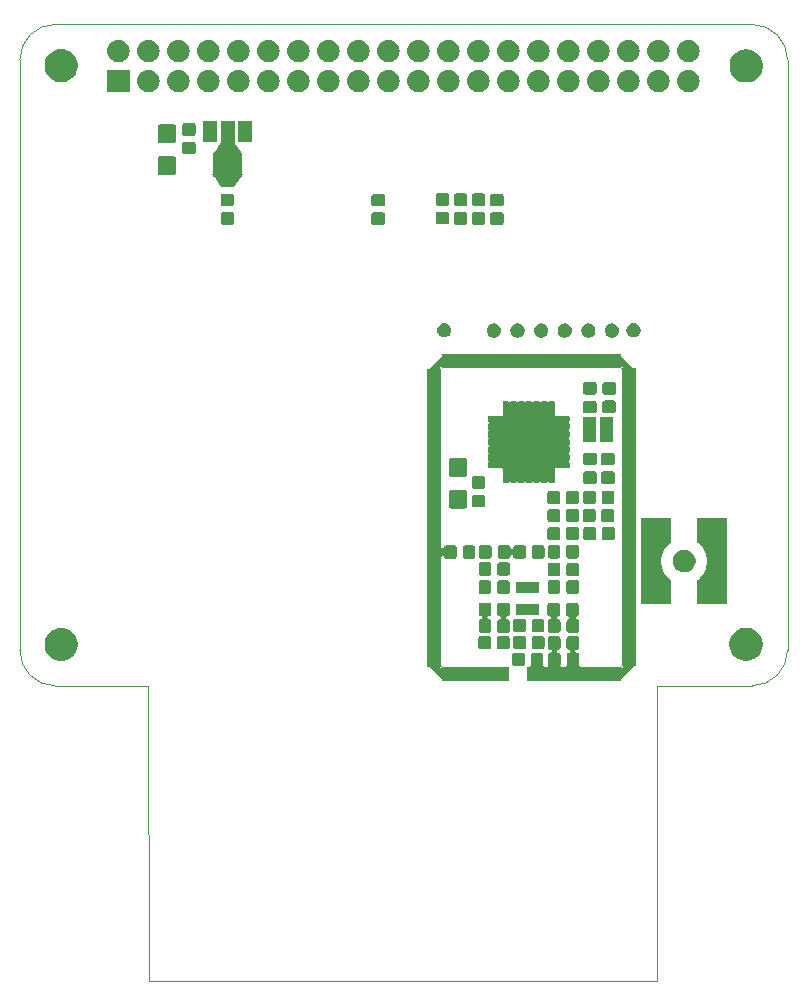
<source format=gbr>
G04 #@! TF.GenerationSoftware,KiCad,Pcbnew,5.0.1-33cea8e~68~ubuntu18.04.1*
G04 #@! TF.CreationDate,2019-02-10T11:00:50+00:00*
G04 #@! TF.ProjectId,LoRa-hat,4C6F52612D6861742E6B696361645F70,rev?*
G04 #@! TF.SameCoordinates,Original*
G04 #@! TF.FileFunction,Soldermask,Top*
G04 #@! TF.FilePolarity,Negative*
%FSLAX46Y46*%
G04 Gerber Fmt 4.6, Leading zero omitted, Abs format (unit mm)*
G04 Created by KiCad (PCBNEW 5.0.1-33cea8e~68~ubuntu18.04.1) date Sun 10 Feb 2019 11:00:50 GMT*
%MOMM*%
%LPD*%
G01*
G04 APERTURE LIST*
%ADD10C,0.100000*%
G04 APERTURE END LIST*
D10*
X89440000Y-116820000D02*
X89500000Y-141840000D01*
X132500000Y-141850000D02*
X89500000Y-141840000D01*
X132500000Y-116830000D02*
X132500000Y-141850000D01*
X132500000Y-116830000D02*
X140546356Y-116830000D01*
X81530000Y-116820000D02*
X89440000Y-116820000D01*
X81546356Y-116817611D02*
G75*
G02X78546356Y-113817611I0J3000000D01*
G01*
X143546351Y-113822847D02*
G75*
G02X140546356Y-116817611I-2999995J5236D01*
G01*
X78546356Y-63817611D02*
X78546356Y-113817611D01*
X78546356Y-63817611D02*
G75*
G02X81546356Y-60817611I3000000J0D01*
G01*
X140546356Y-60817611D02*
X81546356Y-60817611D01*
X140546356Y-60817611D02*
G75*
G02X143546356Y-63817611I0J-3000000D01*
G01*
X143546356Y-113817611D02*
X143546356Y-63817611D01*
G04 #@! TO.C,S1*
G36*
X113120000Y-90050000D02*
X114370000Y-88800000D01*
X129370000Y-88800000D01*
X130620000Y-90050000D01*
X130620000Y-115050000D01*
X129370000Y-116300000D01*
X121570000Y-116300000D01*
X121570000Y-115300000D01*
X129620000Y-115300000D01*
X129620000Y-89800000D01*
X114120000Y-89800000D01*
X114120000Y-115300000D01*
X119920000Y-115300000D01*
X119920000Y-116300000D01*
X114370000Y-116300000D01*
X113120000Y-115050000D01*
X113120000Y-90050000D01*
G37*
G36*
X129470000Y-89825000D02*
X129472402Y-89849386D01*
X129479515Y-89872835D01*
X129491066Y-89894446D01*
X129506612Y-89913388D01*
X129525554Y-89928934D01*
X129547165Y-89940485D01*
X129570614Y-89947598D01*
X129595000Y-89950000D01*
X130720000Y-89950000D01*
X130720000Y-115150000D01*
X129570000Y-115150000D01*
X129545614Y-115152402D01*
X129522165Y-115159515D01*
X129500554Y-115171066D01*
X129481612Y-115186612D01*
X129466066Y-115205554D01*
X129454515Y-115227165D01*
X129447402Y-115250614D01*
X129445000Y-115275000D01*
X129445000Y-116400000D01*
X121495000Y-116400000D01*
X121495000Y-115200000D01*
X121693992Y-115200000D01*
X121718378Y-115197598D01*
X121741827Y-115190485D01*
X121763438Y-115178934D01*
X121782380Y-115163388D01*
X121797926Y-115144446D01*
X121809477Y-115122835D01*
X121816590Y-115099386D01*
X121818992Y-115075000D01*
X121813610Y-115038715D01*
X121804556Y-115008868D01*
X121800000Y-114962610D01*
X121800000Y-114237390D01*
X121804556Y-114191134D01*
X121816260Y-114152551D01*
X121835263Y-114116998D01*
X121860837Y-114085837D01*
X121891998Y-114060263D01*
X121927551Y-114041260D01*
X121966134Y-114029556D01*
X122012390Y-114025000D01*
X122662610Y-114025000D01*
X122708866Y-114029556D01*
X122747449Y-114041260D01*
X122783002Y-114060263D01*
X122814163Y-114085837D01*
X122839737Y-114116998D01*
X122858740Y-114152551D01*
X122870444Y-114191134D01*
X122875000Y-114237390D01*
X122875000Y-114962610D01*
X122870444Y-115008868D01*
X122861390Y-115038715D01*
X122856610Y-115062748D01*
X122856610Y-115087252D01*
X122861391Y-115111286D01*
X122870768Y-115133925D01*
X122884382Y-115154299D01*
X122901709Y-115171626D01*
X122922084Y-115185240D01*
X122944723Y-115194618D01*
X122981008Y-115200000D01*
X123162559Y-115200000D01*
X123186945Y-115197598D01*
X123210394Y-115190485D01*
X123232005Y-115178934D01*
X123250947Y-115163388D01*
X123266493Y-115144446D01*
X123278044Y-115122835D01*
X123285157Y-115099386D01*
X123287559Y-115075000D01*
X123282177Y-115038714D01*
X123267056Y-114988866D01*
X123262500Y-114942610D01*
X123262500Y-114217390D01*
X123267056Y-114171134D01*
X123278760Y-114132551D01*
X123297763Y-114096998D01*
X123323337Y-114065837D01*
X123354498Y-114040263D01*
X123390051Y-114021260D01*
X123428634Y-114009556D01*
X123481002Y-114004398D01*
X123505036Y-113999617D01*
X123527675Y-113990240D01*
X123548049Y-113976626D01*
X123565376Y-113959299D01*
X123578990Y-113938924D01*
X123588368Y-113916285D01*
X123593148Y-113892252D01*
X123593148Y-113867748D01*
X123588367Y-113843714D01*
X123578990Y-113821075D01*
X123565376Y-113800701D01*
X123548049Y-113783374D01*
X123527674Y-113769760D01*
X123505035Y-113760382D01*
X123468750Y-113755000D01*
X123464890Y-113755000D01*
X123418634Y-113750444D01*
X123380051Y-113738740D01*
X123344498Y-113719737D01*
X123313337Y-113694163D01*
X123287763Y-113663002D01*
X123268760Y-113627449D01*
X123257056Y-113588866D01*
X123252500Y-113542610D01*
X123252500Y-112817390D01*
X123257056Y-112771134D01*
X123268760Y-112732551D01*
X123287763Y-112696998D01*
X123313337Y-112665837D01*
X123344498Y-112640263D01*
X123380051Y-112621260D01*
X123418634Y-112609556D01*
X123464890Y-112605000D01*
X124115110Y-112605000D01*
X124161366Y-112609556D01*
X124199949Y-112621260D01*
X124235502Y-112640263D01*
X124266663Y-112665837D01*
X124292237Y-112696998D01*
X124311240Y-112732551D01*
X124322944Y-112771134D01*
X124327500Y-112817390D01*
X124327500Y-113542610D01*
X124322944Y-113588866D01*
X124311240Y-113627449D01*
X124292237Y-113663002D01*
X124266663Y-113694163D01*
X124235502Y-113719737D01*
X124199949Y-113738740D01*
X124161366Y-113750444D01*
X124108998Y-113755602D01*
X124084964Y-113760383D01*
X124062325Y-113769760D01*
X124041951Y-113783374D01*
X124024624Y-113800701D01*
X124011010Y-113821076D01*
X124001632Y-113843715D01*
X123996852Y-113867748D01*
X123996852Y-113892252D01*
X124001633Y-113916286D01*
X124011010Y-113938925D01*
X124024624Y-113959299D01*
X124041951Y-113976626D01*
X124062326Y-113990240D01*
X124084965Y-113999618D01*
X124121250Y-114005000D01*
X124125110Y-114005000D01*
X124171366Y-114009556D01*
X124209949Y-114021260D01*
X124245502Y-114040263D01*
X124276663Y-114065837D01*
X124302237Y-114096998D01*
X124321240Y-114132551D01*
X124332944Y-114171134D01*
X124337500Y-114217390D01*
X124337500Y-114942610D01*
X124332944Y-114988866D01*
X124317823Y-115038714D01*
X124313043Y-115062748D01*
X124313043Y-115087252D01*
X124317823Y-115111286D01*
X124327201Y-115133925D01*
X124340815Y-115154299D01*
X124358142Y-115171626D01*
X124378516Y-115185240D01*
X124401155Y-115194618D01*
X124437441Y-115200000D01*
X124737559Y-115200000D01*
X124761945Y-115197598D01*
X124785394Y-115190485D01*
X124807005Y-115178934D01*
X124825947Y-115163388D01*
X124841493Y-115144446D01*
X124853044Y-115122835D01*
X124860157Y-115099386D01*
X124862559Y-115075000D01*
X124857177Y-115038714D01*
X124842056Y-114988866D01*
X124837500Y-114942610D01*
X124837500Y-114217390D01*
X124842056Y-114171134D01*
X124853760Y-114132551D01*
X124872763Y-114096998D01*
X124898337Y-114065837D01*
X124929498Y-114040263D01*
X124965051Y-114021260D01*
X125003634Y-114009556D01*
X125056002Y-114004398D01*
X125080036Y-113999617D01*
X125102675Y-113990240D01*
X125123049Y-113976626D01*
X125140376Y-113959299D01*
X125153990Y-113938924D01*
X125163368Y-113916285D01*
X125168148Y-113892252D01*
X125168148Y-113867748D01*
X125163367Y-113843714D01*
X125153990Y-113821075D01*
X125140376Y-113800701D01*
X125123049Y-113783374D01*
X125102674Y-113769760D01*
X125080035Y-113760382D01*
X125043750Y-113755000D01*
X125039890Y-113755000D01*
X124993634Y-113750444D01*
X124955051Y-113738740D01*
X124919498Y-113719737D01*
X124888337Y-113694163D01*
X124862763Y-113663002D01*
X124843760Y-113627449D01*
X124832056Y-113588866D01*
X124827500Y-113542610D01*
X124827500Y-112817390D01*
X124832056Y-112771134D01*
X124843760Y-112732551D01*
X124862763Y-112696998D01*
X124888337Y-112665837D01*
X124919498Y-112640263D01*
X124955051Y-112621260D01*
X124993634Y-112609556D01*
X125039890Y-112605000D01*
X125690110Y-112605000D01*
X125736366Y-112609556D01*
X125774949Y-112621260D01*
X125810502Y-112640263D01*
X125841663Y-112665837D01*
X125867237Y-112696998D01*
X125886240Y-112732551D01*
X125897944Y-112771134D01*
X125902500Y-112817390D01*
X125902500Y-113542610D01*
X125897944Y-113588866D01*
X125886240Y-113627449D01*
X125867237Y-113663002D01*
X125841663Y-113694163D01*
X125810502Y-113719737D01*
X125774949Y-113738740D01*
X125736366Y-113750444D01*
X125683998Y-113755602D01*
X125659964Y-113760383D01*
X125637325Y-113769760D01*
X125616951Y-113783374D01*
X125599624Y-113800701D01*
X125586010Y-113821076D01*
X125576632Y-113843715D01*
X125571852Y-113867748D01*
X125571852Y-113892252D01*
X125576633Y-113916286D01*
X125586010Y-113938925D01*
X125599624Y-113959299D01*
X125616951Y-113976626D01*
X125637326Y-113990240D01*
X125659965Y-113999618D01*
X125696250Y-114005000D01*
X125700110Y-114005000D01*
X125746366Y-114009556D01*
X125784949Y-114021260D01*
X125820502Y-114040263D01*
X125851663Y-114065837D01*
X125877237Y-114096998D01*
X125896240Y-114132551D01*
X125907944Y-114171134D01*
X125912500Y-114217390D01*
X125912500Y-114942610D01*
X125907944Y-114988866D01*
X125892823Y-115038714D01*
X125888043Y-115062748D01*
X125888043Y-115087252D01*
X125892823Y-115111286D01*
X125902201Y-115133925D01*
X125915815Y-115154299D01*
X125933142Y-115171626D01*
X125953516Y-115185240D01*
X125976155Y-115194618D01*
X126012441Y-115200000D01*
X129395000Y-115200000D01*
X129419386Y-115197598D01*
X129442835Y-115190485D01*
X129464446Y-115178934D01*
X129483388Y-115163388D01*
X129498934Y-115144446D01*
X129510485Y-115122835D01*
X129517598Y-115099386D01*
X129520000Y-115075000D01*
X129520000Y-90025000D01*
X129517598Y-90000614D01*
X129510485Y-89977165D01*
X129498934Y-89955554D01*
X129483388Y-89936612D01*
X129464446Y-89921066D01*
X129442835Y-89909515D01*
X129419386Y-89902402D01*
X129395000Y-89900000D01*
X114345000Y-89900000D01*
X114320614Y-89902402D01*
X114297165Y-89909515D01*
X114275554Y-89921066D01*
X114256612Y-89936612D01*
X114241066Y-89955554D01*
X114229515Y-89977165D01*
X114222402Y-90000614D01*
X114220000Y-90025000D01*
X114220000Y-105046402D01*
X114222402Y-105070788D01*
X114229515Y-105094237D01*
X114241066Y-105115848D01*
X114256612Y-105134790D01*
X114275554Y-105150336D01*
X114297165Y-105161887D01*
X114320614Y-105169000D01*
X114345000Y-105171402D01*
X114369386Y-105169000D01*
X114392835Y-105161887D01*
X114414446Y-105150336D01*
X114433388Y-105134790D01*
X114448934Y-105115848D01*
X114460485Y-105094237D01*
X114464618Y-105082687D01*
X114473759Y-105052552D01*
X114492763Y-105016998D01*
X114518337Y-104985837D01*
X114549498Y-104960263D01*
X114585051Y-104941260D01*
X114623634Y-104929556D01*
X114669890Y-104925000D01*
X115320110Y-104925000D01*
X115366366Y-104929556D01*
X115404949Y-104941260D01*
X115440502Y-104960263D01*
X115471663Y-104985837D01*
X115497237Y-105016998D01*
X115516240Y-105052551D01*
X115527944Y-105091134D01*
X115532500Y-105137390D01*
X115532500Y-105862610D01*
X115527944Y-105908866D01*
X115516240Y-105947449D01*
X115497237Y-105983002D01*
X115471663Y-106014163D01*
X115440502Y-106039737D01*
X115404949Y-106058740D01*
X115366366Y-106070444D01*
X115320110Y-106075000D01*
X114669890Y-106075000D01*
X114623634Y-106070444D01*
X114585051Y-106058740D01*
X114549498Y-106039737D01*
X114518337Y-106014163D01*
X114492763Y-105983002D01*
X114473759Y-105947448D01*
X114464618Y-105917313D01*
X114455240Y-105894674D01*
X114441626Y-105874299D01*
X114424299Y-105856972D01*
X114403925Y-105843358D01*
X114381286Y-105833981D01*
X114357252Y-105829200D01*
X114332748Y-105829200D01*
X114308715Y-105833980D01*
X114286076Y-105843358D01*
X114265701Y-105856972D01*
X114248374Y-105874299D01*
X114234760Y-105894673D01*
X114225383Y-105917312D01*
X114220602Y-105941346D01*
X114220000Y-105953598D01*
X114220000Y-115075000D01*
X114222402Y-115099386D01*
X114229515Y-115122835D01*
X114241066Y-115144446D01*
X114256612Y-115163388D01*
X114275554Y-115178934D01*
X114297165Y-115190485D01*
X114320614Y-115197598D01*
X114345000Y-115200000D01*
X119970000Y-115200000D01*
X119970000Y-116400000D01*
X114270000Y-116400000D01*
X114270000Y-115325000D01*
X114267598Y-115300614D01*
X114260485Y-115277165D01*
X114248934Y-115255554D01*
X114233388Y-115236612D01*
X114214446Y-115221066D01*
X114192835Y-115209515D01*
X114169386Y-115202402D01*
X114145000Y-115200000D01*
X113020000Y-115200000D01*
X113020000Y-90000000D01*
X114145000Y-90000000D01*
X114169386Y-89997598D01*
X114192835Y-89990485D01*
X114214446Y-89978934D01*
X114233388Y-89963388D01*
X114248934Y-89944446D01*
X114260485Y-89922835D01*
X114267598Y-89899386D01*
X114270000Y-89875000D01*
X114270000Y-88700000D01*
X129470000Y-88700000D01*
X129470000Y-89825000D01*
X129470000Y-89825000D01*
G37*
G36*
X121133866Y-114029556D02*
X121172449Y-114041260D01*
X121208002Y-114060263D01*
X121239163Y-114085837D01*
X121264737Y-114116998D01*
X121283740Y-114152551D01*
X121295444Y-114191134D01*
X121300000Y-114237390D01*
X121300000Y-114962610D01*
X121295444Y-115008868D01*
X121286390Y-115038715D01*
X121281610Y-115062748D01*
X121281610Y-115062853D01*
X121273279Y-115074084D01*
X121272548Y-115073484D01*
X121239163Y-115114163D01*
X121208002Y-115139737D01*
X121172449Y-115158740D01*
X121133866Y-115170444D01*
X121087610Y-115175000D01*
X120437390Y-115175000D01*
X120391134Y-115170444D01*
X120352551Y-115158740D01*
X120316998Y-115139737D01*
X120285837Y-115114163D01*
X120260263Y-115083002D01*
X120241260Y-115047449D01*
X120229556Y-115008866D01*
X120225000Y-114962610D01*
X120225000Y-114237390D01*
X120229556Y-114191134D01*
X120241260Y-114152551D01*
X120260263Y-114116998D01*
X120285837Y-114085837D01*
X120316998Y-114060263D01*
X120352551Y-114041260D01*
X120391134Y-114029556D01*
X120437390Y-114025000D01*
X121087610Y-114025000D01*
X121133866Y-114029556D01*
X121133866Y-114029556D01*
G37*
G36*
X82313126Y-111946900D02*
X82448365Y-111973801D01*
X82574988Y-112026250D01*
X82679005Y-112069335D01*
X82703149Y-112079336D01*
X82777620Y-112129096D01*
X82932451Y-112232551D01*
X83127449Y-112427549D01*
X83127451Y-112427552D01*
X83273984Y-112646853D01*
X83280665Y-112656853D01*
X83300376Y-112704440D01*
X83382057Y-112901635D01*
X83386199Y-112911636D01*
X83440000Y-113182111D01*
X83440000Y-113457889D01*
X83427908Y-113518681D01*
X83386199Y-113728365D01*
X83280664Y-113983149D01*
X83167473Y-114152551D01*
X83127449Y-114212451D01*
X82932451Y-114407449D01*
X82932448Y-114407451D01*
X82703149Y-114560664D01*
X82448365Y-114666199D01*
X82313127Y-114693099D01*
X82177889Y-114720000D01*
X81902111Y-114720000D01*
X81766873Y-114693099D01*
X81631635Y-114666199D01*
X81376851Y-114560664D01*
X81147552Y-114407451D01*
X81147549Y-114407449D01*
X80952551Y-114212451D01*
X80912527Y-114152551D01*
X80799336Y-113983149D01*
X80693801Y-113728365D01*
X80652092Y-113518681D01*
X80640000Y-113457889D01*
X80640000Y-113182111D01*
X80693801Y-112911636D01*
X80697944Y-112901635D01*
X80779624Y-112704440D01*
X80799335Y-112656853D01*
X80806017Y-112646853D01*
X80952549Y-112427552D01*
X80952551Y-112427549D01*
X81147549Y-112232551D01*
X81302380Y-112129096D01*
X81376851Y-112079336D01*
X81400996Y-112069335D01*
X81505012Y-112026250D01*
X81631635Y-111973801D01*
X81766874Y-111946900D01*
X81902111Y-111920000D01*
X82177889Y-111920000D01*
X82313126Y-111946900D01*
X82313126Y-111946900D01*
G37*
G36*
X140218162Y-111920000D02*
X140438365Y-111963801D01*
X140693149Y-112069336D01*
X140782586Y-112129096D01*
X140922451Y-112222551D01*
X141117449Y-112417549D01*
X141117451Y-112417552D01*
X141270664Y-112646851D01*
X141364649Y-112873750D01*
X141376199Y-112901636D01*
X141430000Y-113172111D01*
X141430000Y-113447889D01*
X141415137Y-113522610D01*
X141376199Y-113718365D01*
X141304173Y-113892252D01*
X141284841Y-113938924D01*
X141270664Y-113973149D01*
X141183422Y-114103715D01*
X141117449Y-114202451D01*
X140922451Y-114397449D01*
X140922448Y-114397451D01*
X140693149Y-114550664D01*
X140693148Y-114550665D01*
X140693147Y-114550665D01*
X140618523Y-114581575D01*
X140438365Y-114656199D01*
X140388091Y-114666199D01*
X140167889Y-114710000D01*
X139892111Y-114710000D01*
X139671909Y-114666199D01*
X139621635Y-114656199D01*
X139441477Y-114581575D01*
X139366853Y-114550665D01*
X139366852Y-114550665D01*
X139366851Y-114550664D01*
X139137552Y-114397451D01*
X139137549Y-114397449D01*
X138942551Y-114202451D01*
X138876578Y-114103715D01*
X138789336Y-113973149D01*
X138775160Y-113938924D01*
X138755827Y-113892252D01*
X138683801Y-113718365D01*
X138644863Y-113522610D01*
X138630000Y-113447889D01*
X138630000Y-113172111D01*
X138683801Y-112901636D01*
X138695352Y-112873750D01*
X138789336Y-112646851D01*
X138942549Y-112417552D01*
X138942551Y-112417549D01*
X139137549Y-112222551D01*
X139277414Y-112129096D01*
X139366851Y-112069336D01*
X139621635Y-111963801D01*
X139841838Y-111920000D01*
X139892111Y-111910000D01*
X140167889Y-111910000D01*
X140218162Y-111920000D01*
X140218162Y-111920000D01*
G37*
G36*
X118276366Y-112589556D02*
X118314949Y-112601260D01*
X118350502Y-112620263D01*
X118381663Y-112645837D01*
X118407237Y-112676998D01*
X118426240Y-112712551D01*
X118437944Y-112751134D01*
X118442500Y-112797390D01*
X118442500Y-113522610D01*
X118437944Y-113568866D01*
X118426240Y-113607449D01*
X118407237Y-113643002D01*
X118381663Y-113674163D01*
X118350502Y-113699737D01*
X118314949Y-113718740D01*
X118276366Y-113730444D01*
X118230110Y-113735000D01*
X117579890Y-113735000D01*
X117533634Y-113730444D01*
X117495051Y-113718740D01*
X117459498Y-113699737D01*
X117428337Y-113674163D01*
X117402763Y-113643002D01*
X117383760Y-113607449D01*
X117372056Y-113568866D01*
X117367500Y-113522610D01*
X117367500Y-112797390D01*
X117372056Y-112751134D01*
X117383760Y-112712551D01*
X117402763Y-112676998D01*
X117428337Y-112645837D01*
X117459498Y-112620263D01*
X117495051Y-112601260D01*
X117533634Y-112589556D01*
X117579890Y-112585000D01*
X118230110Y-112585000D01*
X118276366Y-112589556D01*
X118276366Y-112589556D01*
G37*
G36*
X119851366Y-112589556D02*
X119889949Y-112601260D01*
X119925502Y-112620263D01*
X119956663Y-112645837D01*
X119982237Y-112676998D01*
X120001240Y-112712551D01*
X120012944Y-112751134D01*
X120017500Y-112797390D01*
X120017500Y-113522610D01*
X120012944Y-113568866D01*
X120001240Y-113607449D01*
X119982237Y-113643002D01*
X119956663Y-113674163D01*
X119925502Y-113699737D01*
X119889949Y-113718740D01*
X119851366Y-113730444D01*
X119805110Y-113735000D01*
X119154890Y-113735000D01*
X119108634Y-113730444D01*
X119070051Y-113718740D01*
X119034498Y-113699737D01*
X119003337Y-113674163D01*
X118977763Y-113643002D01*
X118958760Y-113607449D01*
X118947056Y-113568866D01*
X118942500Y-113522610D01*
X118942500Y-112797390D01*
X118947056Y-112751134D01*
X118958760Y-112712551D01*
X118977763Y-112676998D01*
X119003337Y-112645837D01*
X119034498Y-112620263D01*
X119070051Y-112601260D01*
X119108634Y-112589556D01*
X119154890Y-112585000D01*
X119805110Y-112585000D01*
X119851366Y-112589556D01*
X119851366Y-112589556D01*
G37*
G36*
X122806366Y-112589556D02*
X122844949Y-112601260D01*
X122880502Y-112620263D01*
X122911663Y-112645837D01*
X122937237Y-112676998D01*
X122956240Y-112712551D01*
X122967944Y-112751134D01*
X122972500Y-112797390D01*
X122972500Y-113522610D01*
X122967944Y-113568866D01*
X122956240Y-113607449D01*
X122937237Y-113643002D01*
X122911663Y-113674163D01*
X122880502Y-113699737D01*
X122844949Y-113718740D01*
X122806366Y-113730444D01*
X122760110Y-113735000D01*
X122109890Y-113735000D01*
X122063634Y-113730444D01*
X122025051Y-113718740D01*
X121989498Y-113699737D01*
X121958337Y-113674163D01*
X121932763Y-113643002D01*
X121913760Y-113607449D01*
X121902056Y-113568866D01*
X121897500Y-113522610D01*
X121897500Y-112797390D01*
X121902056Y-112751134D01*
X121913760Y-112712551D01*
X121932763Y-112676998D01*
X121958337Y-112645837D01*
X121989498Y-112620263D01*
X122025051Y-112601260D01*
X122063634Y-112589556D01*
X122109890Y-112585000D01*
X122760110Y-112585000D01*
X122806366Y-112589556D01*
X122806366Y-112589556D01*
G37*
G36*
X121231366Y-112589556D02*
X121269949Y-112601260D01*
X121305502Y-112620263D01*
X121336663Y-112645837D01*
X121362237Y-112676998D01*
X121381240Y-112712551D01*
X121392944Y-112751134D01*
X121397500Y-112797390D01*
X121397500Y-113522610D01*
X121392944Y-113568866D01*
X121381240Y-113607449D01*
X121362237Y-113643002D01*
X121336663Y-113674163D01*
X121305502Y-113699737D01*
X121269949Y-113718740D01*
X121231366Y-113730444D01*
X121185110Y-113735000D01*
X120534890Y-113735000D01*
X120488634Y-113730444D01*
X120450051Y-113718740D01*
X120414498Y-113699737D01*
X120383337Y-113674163D01*
X120357763Y-113643002D01*
X120338760Y-113607449D01*
X120327056Y-113568866D01*
X120322500Y-113522610D01*
X120322500Y-112797390D01*
X120327056Y-112751134D01*
X120338760Y-112712551D01*
X120357763Y-112676998D01*
X120383337Y-112645837D01*
X120414498Y-112620263D01*
X120450051Y-112601260D01*
X120488634Y-112589556D01*
X120534890Y-112585000D01*
X121185110Y-112585000D01*
X121231366Y-112589556D01*
X121231366Y-112589556D01*
G37*
G36*
X124121366Y-109799556D02*
X124159949Y-109811260D01*
X124195502Y-109830263D01*
X124226663Y-109855837D01*
X124252237Y-109886998D01*
X124271240Y-109922551D01*
X124282944Y-109961134D01*
X124287500Y-110007390D01*
X124287500Y-110732610D01*
X124282944Y-110778866D01*
X124271240Y-110817449D01*
X124252237Y-110853002D01*
X124226663Y-110884163D01*
X124195502Y-110909737D01*
X124159945Y-110928742D01*
X124137484Y-110935556D01*
X124114845Y-110944933D01*
X124094470Y-110958547D01*
X124077143Y-110975874D01*
X124063530Y-110996249D01*
X124054152Y-111018888D01*
X124049372Y-111042922D01*
X124049372Y-111067426D01*
X124054153Y-111091459D01*
X124063530Y-111114098D01*
X124077144Y-111134473D01*
X124094471Y-111151800D01*
X124114846Y-111165413D01*
X124137485Y-111174791D01*
X124161220Y-111179512D01*
X124199949Y-111191260D01*
X124235502Y-111210263D01*
X124266663Y-111235837D01*
X124292237Y-111266998D01*
X124311240Y-111302551D01*
X124322944Y-111341134D01*
X124327500Y-111387390D01*
X124327500Y-112112610D01*
X124322944Y-112158866D01*
X124311240Y-112197449D01*
X124292237Y-112233002D01*
X124266663Y-112264163D01*
X124235502Y-112289737D01*
X124199949Y-112308740D01*
X124161366Y-112320444D01*
X124115110Y-112325000D01*
X123464890Y-112325000D01*
X123418634Y-112320444D01*
X123380051Y-112308740D01*
X123344498Y-112289737D01*
X123313337Y-112264163D01*
X123287763Y-112233002D01*
X123268760Y-112197449D01*
X123257056Y-112158866D01*
X123252500Y-112112610D01*
X123252500Y-111387390D01*
X123257056Y-111341134D01*
X123268760Y-111302551D01*
X123287763Y-111266998D01*
X123313337Y-111235837D01*
X123344498Y-111210263D01*
X123380055Y-111191258D01*
X123402516Y-111184444D01*
X123425155Y-111175067D01*
X123445530Y-111161453D01*
X123462857Y-111144126D01*
X123476470Y-111123751D01*
X123485848Y-111101112D01*
X123490628Y-111077078D01*
X123490628Y-111052574D01*
X123485847Y-111028541D01*
X123476470Y-111005902D01*
X123462856Y-110985527D01*
X123445529Y-110968200D01*
X123425154Y-110954587D01*
X123402515Y-110945209D01*
X123378780Y-110940488D01*
X123340051Y-110928740D01*
X123304498Y-110909737D01*
X123273337Y-110884163D01*
X123247763Y-110853002D01*
X123228760Y-110817449D01*
X123217056Y-110778866D01*
X123212500Y-110732610D01*
X123212500Y-110007390D01*
X123217056Y-109961134D01*
X123228760Y-109922551D01*
X123247763Y-109886998D01*
X123273337Y-109855837D01*
X123304498Y-109830263D01*
X123340051Y-109811260D01*
X123378634Y-109799556D01*
X123424890Y-109795000D01*
X124075110Y-109795000D01*
X124121366Y-109799556D01*
X124121366Y-109799556D01*
G37*
G36*
X125696366Y-109799556D02*
X125734949Y-109811260D01*
X125770502Y-109830263D01*
X125801663Y-109855837D01*
X125827237Y-109886998D01*
X125846240Y-109922551D01*
X125857944Y-109961134D01*
X125862500Y-110007390D01*
X125862500Y-110732610D01*
X125857944Y-110778866D01*
X125846240Y-110817449D01*
X125827237Y-110853002D01*
X125801663Y-110884163D01*
X125770502Y-110909737D01*
X125734945Y-110928742D01*
X125712484Y-110935556D01*
X125689845Y-110944933D01*
X125669470Y-110958547D01*
X125652143Y-110975874D01*
X125638530Y-110996249D01*
X125629152Y-111018888D01*
X125624372Y-111042922D01*
X125624372Y-111067426D01*
X125629153Y-111091459D01*
X125638530Y-111114098D01*
X125652144Y-111134473D01*
X125669471Y-111151800D01*
X125689846Y-111165413D01*
X125712485Y-111174791D01*
X125736220Y-111179512D01*
X125774949Y-111191260D01*
X125810502Y-111210263D01*
X125841663Y-111235837D01*
X125867237Y-111266998D01*
X125886240Y-111302551D01*
X125897944Y-111341134D01*
X125902500Y-111387390D01*
X125902500Y-112112610D01*
X125897944Y-112158866D01*
X125886240Y-112197449D01*
X125867237Y-112233002D01*
X125841663Y-112264163D01*
X125810502Y-112289737D01*
X125774949Y-112308740D01*
X125736366Y-112320444D01*
X125690110Y-112325000D01*
X125039890Y-112325000D01*
X124993634Y-112320444D01*
X124955051Y-112308740D01*
X124919498Y-112289737D01*
X124888337Y-112264163D01*
X124862763Y-112233002D01*
X124843760Y-112197449D01*
X124832056Y-112158866D01*
X124827500Y-112112610D01*
X124827500Y-111387390D01*
X124832056Y-111341134D01*
X124843760Y-111302551D01*
X124862763Y-111266998D01*
X124888337Y-111235837D01*
X124919498Y-111210263D01*
X124955055Y-111191258D01*
X124977516Y-111184444D01*
X125000155Y-111175067D01*
X125020530Y-111161453D01*
X125037857Y-111144126D01*
X125051470Y-111123751D01*
X125060848Y-111101112D01*
X125065628Y-111077078D01*
X125065628Y-111052574D01*
X125060847Y-111028541D01*
X125051470Y-111005902D01*
X125037856Y-110985527D01*
X125020529Y-110968200D01*
X125000154Y-110954587D01*
X124977515Y-110945209D01*
X124953780Y-110940488D01*
X124915051Y-110928740D01*
X124879498Y-110909737D01*
X124848337Y-110884163D01*
X124822763Y-110853002D01*
X124803760Y-110817449D01*
X124792056Y-110778866D01*
X124787500Y-110732610D01*
X124787500Y-110007390D01*
X124792056Y-109961134D01*
X124803760Y-109922551D01*
X124822763Y-109886998D01*
X124848337Y-109855837D01*
X124879498Y-109830263D01*
X124915051Y-109811260D01*
X124953634Y-109799556D01*
X124999890Y-109795000D01*
X125650110Y-109795000D01*
X125696366Y-109799556D01*
X125696366Y-109799556D01*
G37*
G36*
X118293866Y-109779556D02*
X118332449Y-109791260D01*
X118368002Y-109810263D01*
X118399163Y-109835837D01*
X118424737Y-109866998D01*
X118443740Y-109902551D01*
X118455444Y-109941134D01*
X118460000Y-109987390D01*
X118460000Y-110712610D01*
X118455444Y-110758866D01*
X118443740Y-110797449D01*
X118424737Y-110833002D01*
X118399163Y-110864163D01*
X118368002Y-110889737D01*
X118332449Y-110908740D01*
X118293866Y-110920444D01*
X118241498Y-110925602D01*
X118217464Y-110930383D01*
X118194825Y-110939760D01*
X118174451Y-110953374D01*
X118157124Y-110970701D01*
X118143510Y-110991076D01*
X118134132Y-111013715D01*
X118129352Y-111037748D01*
X118129352Y-111062252D01*
X118134133Y-111086286D01*
X118143510Y-111108925D01*
X118157124Y-111129299D01*
X118174451Y-111146626D01*
X118194826Y-111160240D01*
X118217465Y-111169618D01*
X118241498Y-111174398D01*
X118293866Y-111179556D01*
X118332449Y-111191260D01*
X118368002Y-111210263D01*
X118399163Y-111235837D01*
X118424737Y-111266998D01*
X118443740Y-111302551D01*
X118455444Y-111341134D01*
X118460000Y-111387390D01*
X118460000Y-112112610D01*
X118455444Y-112158866D01*
X118443740Y-112197449D01*
X118424737Y-112233002D01*
X118399163Y-112264163D01*
X118368002Y-112289737D01*
X118332449Y-112308740D01*
X118293866Y-112320444D01*
X118247610Y-112325000D01*
X117597390Y-112325000D01*
X117551134Y-112320444D01*
X117512551Y-112308740D01*
X117476998Y-112289737D01*
X117445837Y-112264163D01*
X117420263Y-112233002D01*
X117401260Y-112197449D01*
X117389556Y-112158866D01*
X117385000Y-112112610D01*
X117385000Y-111387390D01*
X117389556Y-111341134D01*
X117401260Y-111302551D01*
X117420263Y-111266998D01*
X117445837Y-111235837D01*
X117476998Y-111210263D01*
X117512551Y-111191260D01*
X117551134Y-111179556D01*
X117603502Y-111174398D01*
X117627536Y-111169617D01*
X117650175Y-111160240D01*
X117670549Y-111146626D01*
X117687876Y-111129299D01*
X117701490Y-111108924D01*
X117710868Y-111086285D01*
X117715648Y-111062252D01*
X117715648Y-111037748D01*
X117710867Y-111013714D01*
X117701490Y-110991075D01*
X117687876Y-110970701D01*
X117670549Y-110953374D01*
X117650174Y-110939760D01*
X117627535Y-110930382D01*
X117603502Y-110925602D01*
X117551134Y-110920444D01*
X117512551Y-110908740D01*
X117476998Y-110889737D01*
X117445837Y-110864163D01*
X117420263Y-110833002D01*
X117401260Y-110797449D01*
X117389556Y-110758866D01*
X117385000Y-110712610D01*
X117385000Y-109987390D01*
X117389556Y-109941134D01*
X117401260Y-109902551D01*
X117420263Y-109866998D01*
X117445837Y-109835837D01*
X117476998Y-109810263D01*
X117512551Y-109791260D01*
X117551134Y-109779556D01*
X117597390Y-109775000D01*
X118247610Y-109775000D01*
X118293866Y-109779556D01*
X118293866Y-109779556D01*
G37*
G36*
X119868866Y-109779556D02*
X119907449Y-109791260D01*
X119943002Y-109810263D01*
X119974163Y-109835837D01*
X119999737Y-109866998D01*
X120018740Y-109902551D01*
X120030444Y-109941134D01*
X120035000Y-109987390D01*
X120035000Y-110712610D01*
X120030444Y-110758866D01*
X120018740Y-110797449D01*
X119999737Y-110833002D01*
X119974163Y-110864163D01*
X119943002Y-110889737D01*
X119907449Y-110908740D01*
X119868866Y-110920444D01*
X119816498Y-110925602D01*
X119792464Y-110930383D01*
X119769825Y-110939760D01*
X119749451Y-110953374D01*
X119732124Y-110970701D01*
X119718510Y-110991076D01*
X119709132Y-111013715D01*
X119704352Y-111037748D01*
X119704352Y-111062252D01*
X119709133Y-111086286D01*
X119718510Y-111108925D01*
X119732124Y-111129299D01*
X119749451Y-111146626D01*
X119769826Y-111160240D01*
X119792465Y-111169618D01*
X119816498Y-111174398D01*
X119868866Y-111179556D01*
X119907449Y-111191260D01*
X119943002Y-111210263D01*
X119974163Y-111235837D01*
X119999737Y-111266998D01*
X120018740Y-111302551D01*
X120030444Y-111341134D01*
X120035000Y-111387390D01*
X120035000Y-112112610D01*
X120030444Y-112158866D01*
X120018740Y-112197449D01*
X119999737Y-112233002D01*
X119974163Y-112264163D01*
X119943002Y-112289737D01*
X119907449Y-112308740D01*
X119868866Y-112320444D01*
X119822610Y-112325000D01*
X119172390Y-112325000D01*
X119126134Y-112320444D01*
X119087551Y-112308740D01*
X119051998Y-112289737D01*
X119020837Y-112264163D01*
X118995263Y-112233002D01*
X118976260Y-112197449D01*
X118964556Y-112158866D01*
X118960000Y-112112610D01*
X118960000Y-111387390D01*
X118964556Y-111341134D01*
X118976260Y-111302551D01*
X118995263Y-111266998D01*
X119020837Y-111235837D01*
X119051998Y-111210263D01*
X119087551Y-111191260D01*
X119126134Y-111179556D01*
X119178502Y-111174398D01*
X119202536Y-111169617D01*
X119225175Y-111160240D01*
X119245549Y-111146626D01*
X119262876Y-111129299D01*
X119276490Y-111108924D01*
X119285868Y-111086285D01*
X119290648Y-111062252D01*
X119290648Y-111037748D01*
X119285867Y-111013714D01*
X119276490Y-110991075D01*
X119262876Y-110970701D01*
X119245549Y-110953374D01*
X119225174Y-110939760D01*
X119202535Y-110930382D01*
X119178502Y-110925602D01*
X119126134Y-110920444D01*
X119087551Y-110908740D01*
X119051998Y-110889737D01*
X119020837Y-110864163D01*
X118995263Y-110833002D01*
X118976260Y-110797449D01*
X118964556Y-110758866D01*
X118960000Y-110712610D01*
X118960000Y-109987390D01*
X118964556Y-109941134D01*
X118976260Y-109902551D01*
X118995263Y-109866998D01*
X119020837Y-109835837D01*
X119051998Y-109810263D01*
X119087551Y-109791260D01*
X119126134Y-109779556D01*
X119172390Y-109775000D01*
X119822610Y-109775000D01*
X119868866Y-109779556D01*
X119868866Y-109779556D01*
G37*
G36*
X121223866Y-111149556D02*
X121262449Y-111161260D01*
X121298002Y-111180263D01*
X121329163Y-111205837D01*
X121354737Y-111236998D01*
X121373740Y-111272551D01*
X121385444Y-111311134D01*
X121390000Y-111357390D01*
X121390000Y-112082610D01*
X121385444Y-112128866D01*
X121373740Y-112167449D01*
X121354737Y-112203002D01*
X121329163Y-112234163D01*
X121298002Y-112259737D01*
X121262449Y-112278740D01*
X121223866Y-112290444D01*
X121177610Y-112295000D01*
X120527390Y-112295000D01*
X120481134Y-112290444D01*
X120442551Y-112278740D01*
X120406998Y-112259737D01*
X120375837Y-112234163D01*
X120350263Y-112203002D01*
X120331260Y-112167449D01*
X120319556Y-112128866D01*
X120315000Y-112082610D01*
X120315000Y-111357390D01*
X120319556Y-111311134D01*
X120331260Y-111272551D01*
X120350263Y-111236998D01*
X120375837Y-111205837D01*
X120406998Y-111180263D01*
X120442551Y-111161260D01*
X120481134Y-111149556D01*
X120527390Y-111145000D01*
X121177610Y-111145000D01*
X121223866Y-111149556D01*
X121223866Y-111149556D01*
G37*
G36*
X122798866Y-111149556D02*
X122837449Y-111161260D01*
X122873002Y-111180263D01*
X122904163Y-111205837D01*
X122929737Y-111236998D01*
X122948740Y-111272551D01*
X122960444Y-111311134D01*
X122965000Y-111357390D01*
X122965000Y-112082610D01*
X122960444Y-112128866D01*
X122948740Y-112167449D01*
X122929737Y-112203002D01*
X122904163Y-112234163D01*
X122873002Y-112259737D01*
X122837449Y-112278740D01*
X122798866Y-112290444D01*
X122752610Y-112295000D01*
X122102390Y-112295000D01*
X122056134Y-112290444D01*
X122017551Y-112278740D01*
X121981998Y-112259737D01*
X121950837Y-112234163D01*
X121925263Y-112203002D01*
X121906260Y-112167449D01*
X121894556Y-112128866D01*
X121890000Y-112082610D01*
X121890000Y-111357390D01*
X121894556Y-111311134D01*
X121906260Y-111272551D01*
X121925263Y-111236998D01*
X121950837Y-111205837D01*
X121981998Y-111180263D01*
X122017551Y-111161260D01*
X122056134Y-111149556D01*
X122102390Y-111145000D01*
X122752610Y-111145000D01*
X122798866Y-111149556D01*
X122798866Y-111149556D01*
G37*
G36*
X122490000Y-110820000D02*
X120590000Y-110820000D01*
X120590000Y-109920000D01*
X122490000Y-109920000D01*
X122490000Y-110820000D01*
X122490000Y-110820000D01*
G37*
G36*
X138364605Y-102606446D02*
X138383453Y-102612164D01*
X138400822Y-102621448D01*
X138416053Y-102633947D01*
X138428552Y-102649178D01*
X138437836Y-102666547D01*
X138443554Y-102685395D01*
X138446089Y-102711138D01*
X138446089Y-109808862D01*
X138443554Y-109834605D01*
X138437836Y-109853453D01*
X138428552Y-109870822D01*
X138416053Y-109886053D01*
X138400822Y-109898552D01*
X138383453Y-109907836D01*
X138364605Y-109913554D01*
X138338862Y-109916089D01*
X136001138Y-109916089D01*
X135975395Y-109913554D01*
X135956547Y-109907836D01*
X135939178Y-109898552D01*
X135923947Y-109886053D01*
X135911448Y-109870822D01*
X135902164Y-109853453D01*
X135896446Y-109834605D01*
X135893911Y-109808862D01*
X135893911Y-107911138D01*
X135896446Y-107885395D01*
X135902164Y-107866547D01*
X135910055Y-107851784D01*
X135910057Y-107851782D01*
X135911451Y-107849174D01*
X135930889Y-107827625D01*
X135934688Y-107824478D01*
X135937490Y-107821371D01*
X136097360Y-107688907D01*
X136105996Y-107681042D01*
X136229976Y-107557062D01*
X136238890Y-107547143D01*
X136348899Y-107410732D01*
X136356543Y-107400170D01*
X136455403Y-107247387D01*
X136460314Y-107239116D01*
X136545098Y-107082933D01*
X136551083Y-107070261D01*
X136616632Y-106908576D01*
X136621096Y-106895544D01*
X136670324Y-106721006D01*
X136672591Y-106711589D01*
X136708198Y-106533557D01*
X136710257Y-106518629D01*
X136723543Y-106345905D01*
X136723911Y-106336318D01*
X136723911Y-106183682D01*
X136723543Y-106174095D01*
X136710257Y-106001371D01*
X136708198Y-105986443D01*
X136672591Y-105808411D01*
X136670324Y-105798994D01*
X136621096Y-105624456D01*
X136616632Y-105611424D01*
X136551083Y-105449739D01*
X136545098Y-105437067D01*
X136460314Y-105280884D01*
X136455403Y-105272613D01*
X136356543Y-105119830D01*
X136348899Y-105109268D01*
X136238890Y-104972857D01*
X136229976Y-104962938D01*
X136105996Y-104838958D01*
X136097360Y-104831093D01*
X135935232Y-104696759D01*
X135930889Y-104692375D01*
X135917026Y-104678381D01*
X135906159Y-104661951D01*
X135902686Y-104653453D01*
X135899825Y-104646455D01*
X135899824Y-104646451D01*
X135898707Y-104643717D01*
X135894516Y-104615000D01*
X135894516Y-104610073D01*
X135893911Y-104605927D01*
X135893911Y-102711138D01*
X135896446Y-102685395D01*
X135902164Y-102666547D01*
X135911448Y-102649178D01*
X135923947Y-102633947D01*
X135939178Y-102621448D01*
X135956547Y-102612164D01*
X135975395Y-102606446D01*
X136001138Y-102603911D01*
X138338862Y-102603911D01*
X138364605Y-102606446D01*
X138364605Y-102606446D01*
G37*
G36*
X133604605Y-102606446D02*
X133623453Y-102612164D01*
X133640822Y-102621448D01*
X133656053Y-102633947D01*
X133668552Y-102649178D01*
X133677836Y-102666547D01*
X133683554Y-102685395D01*
X133686089Y-102711138D01*
X133686089Y-104608862D01*
X133683554Y-104634605D01*
X133677836Y-104653453D01*
X133669945Y-104668216D01*
X133669943Y-104668218D01*
X133668549Y-104670826D01*
X133649111Y-104692375D01*
X133645312Y-104695522D01*
X133642510Y-104698629D01*
X133482640Y-104831093D01*
X133474004Y-104838958D01*
X133350024Y-104962938D01*
X133341110Y-104972857D01*
X133231101Y-105109268D01*
X133223457Y-105119830D01*
X133124597Y-105272613D01*
X133119686Y-105280884D01*
X133034902Y-105437067D01*
X133028917Y-105449739D01*
X132963368Y-105611424D01*
X132958904Y-105624456D01*
X132909676Y-105798994D01*
X132907409Y-105808412D01*
X132871803Y-105986444D01*
X132869744Y-106001371D01*
X132856457Y-106174095D01*
X132856089Y-106183682D01*
X132856089Y-106336318D01*
X132856457Y-106345905D01*
X132869744Y-106518630D01*
X132871803Y-106533557D01*
X132907409Y-106711588D01*
X132909676Y-106721006D01*
X132958904Y-106895544D01*
X132963368Y-106908576D01*
X133028917Y-107070261D01*
X133034902Y-107082933D01*
X133119686Y-107239116D01*
X133124597Y-107247387D01*
X133223457Y-107400170D01*
X133231101Y-107410732D01*
X133341110Y-107547143D01*
X133350024Y-107557062D01*
X133474004Y-107681042D01*
X133482640Y-107688907D01*
X133644768Y-107823241D01*
X133649110Y-107827624D01*
X133649111Y-107827625D01*
X133662974Y-107841619D01*
X133673841Y-107858049D01*
X133673841Y-107858050D01*
X133680175Y-107873545D01*
X133680176Y-107873549D01*
X133681293Y-107876283D01*
X133685484Y-107905000D01*
X133685484Y-107909927D01*
X133686089Y-107914073D01*
X133686089Y-109808862D01*
X133683554Y-109834605D01*
X133677836Y-109853453D01*
X133668552Y-109870822D01*
X133656053Y-109886053D01*
X133640822Y-109898552D01*
X133623453Y-109907836D01*
X133604605Y-109913554D01*
X133578862Y-109916089D01*
X131241138Y-109916089D01*
X131215395Y-109913554D01*
X131196547Y-109907836D01*
X131179178Y-109898552D01*
X131163947Y-109886053D01*
X131151448Y-109870822D01*
X131142164Y-109853453D01*
X131136446Y-109834605D01*
X131133911Y-109808862D01*
X131133911Y-102711138D01*
X131136446Y-102685395D01*
X131142164Y-102666547D01*
X131151448Y-102649178D01*
X131163947Y-102633947D01*
X131179178Y-102621448D01*
X131196547Y-102612164D01*
X131215395Y-102606446D01*
X131241138Y-102603911D01*
X133578862Y-102603911D01*
X133604605Y-102606446D01*
X133604605Y-102606446D01*
G37*
G36*
X118291366Y-107899556D02*
X118329949Y-107911260D01*
X118365502Y-107930263D01*
X118396663Y-107955837D01*
X118422237Y-107986998D01*
X118441240Y-108022551D01*
X118452944Y-108061134D01*
X118457500Y-108107390D01*
X118457500Y-108832610D01*
X118452944Y-108878866D01*
X118441240Y-108917449D01*
X118422237Y-108953002D01*
X118396663Y-108984163D01*
X118365502Y-109009737D01*
X118329949Y-109028740D01*
X118291366Y-109040444D01*
X118245110Y-109045000D01*
X117594890Y-109045000D01*
X117548634Y-109040444D01*
X117510051Y-109028740D01*
X117474498Y-109009737D01*
X117443337Y-108984163D01*
X117417763Y-108953002D01*
X117398760Y-108917449D01*
X117387056Y-108878866D01*
X117382500Y-108832610D01*
X117382500Y-108107390D01*
X117387056Y-108061134D01*
X117398760Y-108022551D01*
X117417763Y-107986998D01*
X117443337Y-107955837D01*
X117474498Y-107930263D01*
X117510051Y-107911260D01*
X117548634Y-107899556D01*
X117594890Y-107895000D01*
X118245110Y-107895000D01*
X118291366Y-107899556D01*
X118291366Y-107899556D01*
G37*
G36*
X119866366Y-107899556D02*
X119904949Y-107911260D01*
X119940502Y-107930263D01*
X119971663Y-107955837D01*
X119997237Y-107986998D01*
X120016240Y-108022551D01*
X120027944Y-108061134D01*
X120032500Y-108107390D01*
X120032500Y-108832610D01*
X120027944Y-108878866D01*
X120016240Y-108917449D01*
X119997237Y-108953002D01*
X119971663Y-108984163D01*
X119940502Y-109009737D01*
X119904949Y-109028740D01*
X119866366Y-109040444D01*
X119820110Y-109045000D01*
X119169890Y-109045000D01*
X119123634Y-109040444D01*
X119085051Y-109028740D01*
X119049498Y-109009737D01*
X119018337Y-108984163D01*
X118992763Y-108953002D01*
X118973760Y-108917449D01*
X118962056Y-108878866D01*
X118957500Y-108832610D01*
X118957500Y-108107390D01*
X118962056Y-108061134D01*
X118973760Y-108022551D01*
X118992763Y-107986998D01*
X119018337Y-107955837D01*
X119049498Y-107930263D01*
X119085051Y-107911260D01*
X119123634Y-107899556D01*
X119169890Y-107895000D01*
X119820110Y-107895000D01*
X119866366Y-107899556D01*
X119866366Y-107899556D01*
G37*
G36*
X124151366Y-107889556D02*
X124189949Y-107901260D01*
X124225502Y-107920263D01*
X124256663Y-107945837D01*
X124282237Y-107976998D01*
X124301240Y-108012551D01*
X124312944Y-108051134D01*
X124317500Y-108097390D01*
X124317500Y-108822610D01*
X124312944Y-108868866D01*
X124301240Y-108907449D01*
X124282237Y-108943002D01*
X124256663Y-108974163D01*
X124225502Y-108999737D01*
X124189949Y-109018740D01*
X124151366Y-109030444D01*
X124105110Y-109035000D01*
X123454890Y-109035000D01*
X123408634Y-109030444D01*
X123370051Y-109018740D01*
X123334498Y-108999737D01*
X123303337Y-108974163D01*
X123277763Y-108943002D01*
X123258760Y-108907449D01*
X123247056Y-108868866D01*
X123242500Y-108822610D01*
X123242500Y-108097390D01*
X123247056Y-108051134D01*
X123258760Y-108012551D01*
X123277763Y-107976998D01*
X123303337Y-107945837D01*
X123334498Y-107920263D01*
X123370051Y-107901260D01*
X123408634Y-107889556D01*
X123454890Y-107885000D01*
X124105110Y-107885000D01*
X124151366Y-107889556D01*
X124151366Y-107889556D01*
G37*
G36*
X125726366Y-107889556D02*
X125764949Y-107901260D01*
X125800502Y-107920263D01*
X125831663Y-107945837D01*
X125857237Y-107976998D01*
X125876240Y-108012551D01*
X125887944Y-108051134D01*
X125892500Y-108097390D01*
X125892500Y-108822610D01*
X125887944Y-108868866D01*
X125876240Y-108907449D01*
X125857237Y-108943002D01*
X125831663Y-108974163D01*
X125800502Y-108999737D01*
X125764949Y-109018740D01*
X125726366Y-109030444D01*
X125680110Y-109035000D01*
X125029890Y-109035000D01*
X124983634Y-109030444D01*
X124945051Y-109018740D01*
X124909498Y-108999737D01*
X124878337Y-108974163D01*
X124852763Y-108943002D01*
X124833760Y-108907449D01*
X124822056Y-108868866D01*
X124817500Y-108822610D01*
X124817500Y-108097390D01*
X124822056Y-108051134D01*
X124833760Y-108012551D01*
X124852763Y-107976998D01*
X124878337Y-107945837D01*
X124909498Y-107920263D01*
X124945051Y-107901260D01*
X124983634Y-107889556D01*
X125029890Y-107885000D01*
X125680110Y-107885000D01*
X125726366Y-107889556D01*
X125726366Y-107889556D01*
G37*
G36*
X122490000Y-108920000D02*
X120590000Y-108920000D01*
X120590000Y-108020000D01*
X122490000Y-108020000D01*
X122490000Y-108920000D01*
X122490000Y-108920000D01*
G37*
G36*
X124153866Y-106399556D02*
X124192449Y-106411260D01*
X124228002Y-106430263D01*
X124259163Y-106455837D01*
X124284737Y-106486998D01*
X124303740Y-106522551D01*
X124315444Y-106561134D01*
X124320000Y-106607390D01*
X124320000Y-107332610D01*
X124315444Y-107378866D01*
X124303740Y-107417449D01*
X124284737Y-107453002D01*
X124259163Y-107484163D01*
X124228002Y-107509737D01*
X124192449Y-107528740D01*
X124153866Y-107540444D01*
X124107610Y-107545000D01*
X123457390Y-107545000D01*
X123411134Y-107540444D01*
X123372551Y-107528740D01*
X123336998Y-107509737D01*
X123305837Y-107484163D01*
X123280263Y-107453002D01*
X123261260Y-107417449D01*
X123249556Y-107378866D01*
X123245000Y-107332610D01*
X123245000Y-106607390D01*
X123249556Y-106561134D01*
X123261260Y-106522551D01*
X123280263Y-106486998D01*
X123305837Y-106455837D01*
X123336998Y-106430263D01*
X123372551Y-106411260D01*
X123411134Y-106399556D01*
X123457390Y-106395000D01*
X124107610Y-106395000D01*
X124153866Y-106399556D01*
X124153866Y-106399556D01*
G37*
G36*
X125728866Y-106399556D02*
X125767449Y-106411260D01*
X125803002Y-106430263D01*
X125834163Y-106455837D01*
X125859737Y-106486998D01*
X125878740Y-106522551D01*
X125890444Y-106561134D01*
X125895000Y-106607390D01*
X125895000Y-107332610D01*
X125890444Y-107378866D01*
X125878740Y-107417449D01*
X125859737Y-107453002D01*
X125834163Y-107484163D01*
X125803002Y-107509737D01*
X125767449Y-107528740D01*
X125728866Y-107540444D01*
X125682610Y-107545000D01*
X125032390Y-107545000D01*
X124986134Y-107540444D01*
X124947551Y-107528740D01*
X124911998Y-107509737D01*
X124880837Y-107484163D01*
X124855263Y-107453002D01*
X124836260Y-107417449D01*
X124824556Y-107378866D01*
X124820000Y-107332610D01*
X124820000Y-106607390D01*
X124824556Y-106561134D01*
X124836260Y-106522551D01*
X124855263Y-106486998D01*
X124880837Y-106455837D01*
X124911998Y-106430263D01*
X124947551Y-106411260D01*
X124986134Y-106399556D01*
X125032390Y-106395000D01*
X125682610Y-106395000D01*
X125728866Y-106399556D01*
X125728866Y-106399556D01*
G37*
G36*
X119876366Y-106349556D02*
X119914949Y-106361260D01*
X119950502Y-106380263D01*
X119981663Y-106405837D01*
X120007237Y-106436998D01*
X120026240Y-106472551D01*
X120037944Y-106511134D01*
X120042500Y-106557390D01*
X120042500Y-107282610D01*
X120037944Y-107328866D01*
X120026240Y-107367449D01*
X120007237Y-107403002D01*
X119981663Y-107434163D01*
X119950502Y-107459737D01*
X119914949Y-107478740D01*
X119876366Y-107490444D01*
X119830110Y-107495000D01*
X119179890Y-107495000D01*
X119133634Y-107490444D01*
X119095051Y-107478740D01*
X119059498Y-107459737D01*
X119028337Y-107434163D01*
X119002763Y-107403002D01*
X118983760Y-107367449D01*
X118972056Y-107328866D01*
X118967500Y-107282610D01*
X118967500Y-106557390D01*
X118972056Y-106511134D01*
X118983760Y-106472551D01*
X119002763Y-106436998D01*
X119028337Y-106405837D01*
X119059498Y-106380263D01*
X119095051Y-106361260D01*
X119133634Y-106349556D01*
X119179890Y-106345000D01*
X119830110Y-106345000D01*
X119876366Y-106349556D01*
X119876366Y-106349556D01*
G37*
G36*
X118301366Y-106349556D02*
X118339949Y-106361260D01*
X118375502Y-106380263D01*
X118406663Y-106405837D01*
X118432237Y-106436998D01*
X118451240Y-106472551D01*
X118462944Y-106511134D01*
X118467500Y-106557390D01*
X118467500Y-107282610D01*
X118462944Y-107328866D01*
X118451240Y-107367449D01*
X118432237Y-107403002D01*
X118406663Y-107434163D01*
X118375502Y-107459737D01*
X118339949Y-107478740D01*
X118301366Y-107490444D01*
X118255110Y-107495000D01*
X117604890Y-107495000D01*
X117558634Y-107490444D01*
X117520051Y-107478740D01*
X117484498Y-107459737D01*
X117453337Y-107434163D01*
X117427763Y-107403002D01*
X117408760Y-107367449D01*
X117397056Y-107328866D01*
X117392500Y-107282610D01*
X117392500Y-106557390D01*
X117397056Y-106511134D01*
X117408760Y-106472551D01*
X117427763Y-106436998D01*
X117453337Y-106405837D01*
X117484498Y-106380263D01*
X117520051Y-106361260D01*
X117558634Y-106349556D01*
X117604890Y-106345000D01*
X118255110Y-106345000D01*
X118301366Y-106349556D01*
X118301366Y-106349556D01*
G37*
G36*
X135071477Y-105332084D02*
X135071479Y-105332085D01*
X135071480Y-105332085D01*
X135247099Y-105404828D01*
X135405152Y-105510436D01*
X135539564Y-105644848D01*
X135645172Y-105802901D01*
X135711487Y-105963002D01*
X135717916Y-105978523D01*
X135755000Y-106164954D01*
X135755000Y-106355046D01*
X135720947Y-106526240D01*
X135717915Y-106541480D01*
X135645172Y-106717099D01*
X135539564Y-106875152D01*
X135405152Y-107009564D01*
X135247099Y-107115172D01*
X135071480Y-107187915D01*
X135071479Y-107187915D01*
X135071477Y-107187916D01*
X134885046Y-107225000D01*
X134694954Y-107225000D01*
X134508523Y-107187916D01*
X134508521Y-107187915D01*
X134508520Y-107187915D01*
X134332901Y-107115172D01*
X134174848Y-107009564D01*
X134040436Y-106875152D01*
X133934828Y-106717099D01*
X133862085Y-106541480D01*
X133859054Y-106526240D01*
X133825000Y-106355046D01*
X133825000Y-106164954D01*
X133862084Y-105978523D01*
X133868513Y-105963002D01*
X133934828Y-105802901D01*
X134040436Y-105644848D01*
X134174848Y-105510436D01*
X134332901Y-105404828D01*
X134508520Y-105332085D01*
X134508521Y-105332085D01*
X134508523Y-105332084D01*
X134694954Y-105295000D01*
X134885046Y-105295000D01*
X135071477Y-105332084D01*
X135071477Y-105332084D01*
G37*
G36*
X116941366Y-104929556D02*
X116979949Y-104941260D01*
X117015502Y-104960263D01*
X117046663Y-104985837D01*
X117072237Y-105016998D01*
X117091240Y-105052551D01*
X117102944Y-105091134D01*
X117107500Y-105137390D01*
X117107500Y-105862610D01*
X117102944Y-105908866D01*
X117091240Y-105947449D01*
X117072237Y-105983002D01*
X117046663Y-106014163D01*
X117015502Y-106039737D01*
X116979949Y-106058740D01*
X116941366Y-106070444D01*
X116895110Y-106075000D01*
X116244890Y-106075000D01*
X116198634Y-106070444D01*
X116160051Y-106058740D01*
X116124498Y-106039737D01*
X116093337Y-106014163D01*
X116067763Y-105983002D01*
X116048760Y-105947449D01*
X116037056Y-105908866D01*
X116032500Y-105862610D01*
X116032500Y-105137390D01*
X116037056Y-105091134D01*
X116048760Y-105052551D01*
X116067763Y-105016998D01*
X116093337Y-104985837D01*
X116124498Y-104960263D01*
X116160051Y-104941260D01*
X116198634Y-104929556D01*
X116244890Y-104925000D01*
X116895110Y-104925000D01*
X116941366Y-104929556D01*
X116941366Y-104929556D01*
G37*
G36*
X118331366Y-104909556D02*
X118369949Y-104921260D01*
X118405502Y-104940263D01*
X118436663Y-104965837D01*
X118462237Y-104996998D01*
X118481240Y-105032551D01*
X118492944Y-105071134D01*
X118497500Y-105117390D01*
X118497500Y-105842610D01*
X118492944Y-105888866D01*
X118481240Y-105927449D01*
X118462237Y-105963002D01*
X118436663Y-105994163D01*
X118405502Y-106019737D01*
X118369949Y-106038740D01*
X118331366Y-106050444D01*
X118285110Y-106055000D01*
X117634890Y-106055000D01*
X117588634Y-106050444D01*
X117550051Y-106038740D01*
X117514498Y-106019737D01*
X117483337Y-105994163D01*
X117457763Y-105963002D01*
X117438760Y-105927449D01*
X117427056Y-105888866D01*
X117422500Y-105842610D01*
X117422500Y-105117390D01*
X117427056Y-105071134D01*
X117438760Y-105032551D01*
X117457763Y-104996998D01*
X117483337Y-104965837D01*
X117514498Y-104940263D01*
X117550051Y-104921260D01*
X117588634Y-104909556D01*
X117634890Y-104905000D01*
X118285110Y-104905000D01*
X118331366Y-104909556D01*
X118331366Y-104909556D01*
G37*
G36*
X122806366Y-104909556D02*
X122844949Y-104921260D01*
X122880502Y-104940263D01*
X122911663Y-104965837D01*
X122937237Y-104996998D01*
X122956240Y-105032551D01*
X122967944Y-105071134D01*
X122972500Y-105117390D01*
X122972500Y-105842610D01*
X122967944Y-105888866D01*
X122956240Y-105927449D01*
X122937237Y-105963002D01*
X122911663Y-105994163D01*
X122880502Y-106019737D01*
X122844949Y-106038740D01*
X122806366Y-106050444D01*
X122760110Y-106055000D01*
X122109890Y-106055000D01*
X122063634Y-106050444D01*
X122025051Y-106038740D01*
X121989498Y-106019737D01*
X121958337Y-105994163D01*
X121932763Y-105963002D01*
X121913760Y-105927449D01*
X121902056Y-105888866D01*
X121897500Y-105842610D01*
X121897500Y-105117390D01*
X121902056Y-105071134D01*
X121913760Y-105032551D01*
X121932763Y-104996998D01*
X121958337Y-104965837D01*
X121989498Y-104940263D01*
X122025051Y-104921260D01*
X122063634Y-104909556D01*
X122109890Y-104905000D01*
X122760110Y-104905000D01*
X122806366Y-104909556D01*
X122806366Y-104909556D01*
G37*
G36*
X119906366Y-104909556D02*
X119944949Y-104921260D01*
X119980502Y-104940263D01*
X120011663Y-104965837D01*
X120037237Y-104996998D01*
X120056240Y-105032551D01*
X120067944Y-105071134D01*
X120073102Y-105123502D01*
X120077883Y-105147536D01*
X120087260Y-105170175D01*
X120100874Y-105190549D01*
X120118201Y-105207876D01*
X120138576Y-105221490D01*
X120161215Y-105230868D01*
X120185248Y-105235648D01*
X120209752Y-105235648D01*
X120233786Y-105230867D01*
X120256425Y-105221490D01*
X120276799Y-105207876D01*
X120294126Y-105190549D01*
X120307740Y-105170174D01*
X120317118Y-105147535D01*
X120321898Y-105123502D01*
X120327056Y-105071134D01*
X120338760Y-105032551D01*
X120357763Y-104996998D01*
X120383337Y-104965837D01*
X120414498Y-104940263D01*
X120450051Y-104921260D01*
X120488634Y-104909556D01*
X120534890Y-104905000D01*
X121185110Y-104905000D01*
X121231366Y-104909556D01*
X121269949Y-104921260D01*
X121305502Y-104940263D01*
X121336663Y-104965837D01*
X121362237Y-104996998D01*
X121381240Y-105032551D01*
X121392944Y-105071134D01*
X121397500Y-105117390D01*
X121397500Y-105842610D01*
X121392944Y-105888866D01*
X121381240Y-105927449D01*
X121362237Y-105963002D01*
X121336663Y-105994163D01*
X121305502Y-106019737D01*
X121269949Y-106038740D01*
X121231366Y-106050444D01*
X121185110Y-106055000D01*
X120534890Y-106055000D01*
X120488634Y-106050444D01*
X120450051Y-106038740D01*
X120414498Y-106019737D01*
X120383337Y-105994163D01*
X120357763Y-105963002D01*
X120338760Y-105927449D01*
X120327056Y-105888866D01*
X120321898Y-105836498D01*
X120317117Y-105812464D01*
X120307740Y-105789825D01*
X120294126Y-105769451D01*
X120276799Y-105752124D01*
X120256424Y-105738510D01*
X120233785Y-105729132D01*
X120209752Y-105724352D01*
X120185248Y-105724352D01*
X120161214Y-105729133D01*
X120138575Y-105738510D01*
X120118201Y-105752124D01*
X120100874Y-105769451D01*
X120087260Y-105789826D01*
X120077882Y-105812465D01*
X120073102Y-105836498D01*
X120067944Y-105888866D01*
X120056240Y-105927449D01*
X120037237Y-105963002D01*
X120011663Y-105994163D01*
X119980502Y-106019737D01*
X119944949Y-106038740D01*
X119906366Y-106050444D01*
X119860110Y-106055000D01*
X119209890Y-106055000D01*
X119163634Y-106050444D01*
X119125051Y-106038740D01*
X119089498Y-106019737D01*
X119058337Y-105994163D01*
X119032763Y-105963002D01*
X119013760Y-105927449D01*
X119002056Y-105888866D01*
X118997500Y-105842610D01*
X118997500Y-105117390D01*
X119002056Y-105071134D01*
X119013760Y-105032551D01*
X119032763Y-104996998D01*
X119058337Y-104965837D01*
X119089498Y-104940263D01*
X119125051Y-104921260D01*
X119163634Y-104909556D01*
X119209890Y-104905000D01*
X119860110Y-104905000D01*
X119906366Y-104909556D01*
X119906366Y-104909556D01*
G37*
G36*
X124141366Y-104899556D02*
X124179949Y-104911260D01*
X124215502Y-104930263D01*
X124246663Y-104955837D01*
X124272237Y-104986998D01*
X124291240Y-105022551D01*
X124302944Y-105061134D01*
X124307500Y-105107390D01*
X124307500Y-105832610D01*
X124302944Y-105878866D01*
X124291240Y-105917449D01*
X124272237Y-105953002D01*
X124246663Y-105984163D01*
X124215502Y-106009737D01*
X124179949Y-106028740D01*
X124141366Y-106040444D01*
X124095110Y-106045000D01*
X123444890Y-106045000D01*
X123398634Y-106040444D01*
X123360051Y-106028740D01*
X123324498Y-106009737D01*
X123293337Y-105984163D01*
X123267763Y-105953002D01*
X123248760Y-105917449D01*
X123237056Y-105878866D01*
X123232500Y-105832610D01*
X123232500Y-105107390D01*
X123237056Y-105061134D01*
X123248760Y-105022551D01*
X123267763Y-104986998D01*
X123293337Y-104955837D01*
X123324498Y-104930263D01*
X123360051Y-104911260D01*
X123398634Y-104899556D01*
X123444890Y-104895000D01*
X124095110Y-104895000D01*
X124141366Y-104899556D01*
X124141366Y-104899556D01*
G37*
G36*
X125716366Y-104899556D02*
X125754949Y-104911260D01*
X125790502Y-104930263D01*
X125821663Y-104955837D01*
X125847237Y-104986998D01*
X125866240Y-105022551D01*
X125877944Y-105061134D01*
X125882500Y-105107390D01*
X125882500Y-105832610D01*
X125877944Y-105878866D01*
X125866240Y-105917449D01*
X125847237Y-105953002D01*
X125821663Y-105984163D01*
X125790502Y-106009737D01*
X125754949Y-106028740D01*
X125716366Y-106040444D01*
X125670110Y-106045000D01*
X125019890Y-106045000D01*
X124973634Y-106040444D01*
X124935051Y-106028740D01*
X124899498Y-106009737D01*
X124868337Y-105984163D01*
X124842763Y-105953002D01*
X124823760Y-105917449D01*
X124812056Y-105878866D01*
X124807500Y-105832610D01*
X124807500Y-105107390D01*
X124812056Y-105061134D01*
X124823760Y-105022551D01*
X124842763Y-104986998D01*
X124868337Y-104955837D01*
X124899498Y-104930263D01*
X124935051Y-104911260D01*
X124973634Y-104899556D01*
X125019890Y-104895000D01*
X125670110Y-104895000D01*
X125716366Y-104899556D01*
X125716366Y-104899556D01*
G37*
G36*
X128746366Y-103369556D02*
X128784949Y-103381260D01*
X128820502Y-103400263D01*
X128851663Y-103425837D01*
X128877237Y-103456998D01*
X128896240Y-103492551D01*
X128907944Y-103531134D01*
X128912500Y-103577390D01*
X128912500Y-104302610D01*
X128907944Y-104348866D01*
X128896240Y-104387449D01*
X128877237Y-104423002D01*
X128851663Y-104454163D01*
X128820502Y-104479737D01*
X128784949Y-104498740D01*
X128746366Y-104510444D01*
X128700110Y-104515000D01*
X128049890Y-104515000D01*
X128003634Y-104510444D01*
X127965051Y-104498740D01*
X127929498Y-104479737D01*
X127898337Y-104454163D01*
X127872763Y-104423002D01*
X127853760Y-104387449D01*
X127842056Y-104348866D01*
X127837500Y-104302610D01*
X127837500Y-103577390D01*
X127842056Y-103531134D01*
X127853760Y-103492551D01*
X127872763Y-103456998D01*
X127898337Y-103425837D01*
X127929498Y-103400263D01*
X127965051Y-103381260D01*
X128003634Y-103369556D01*
X128049890Y-103365000D01*
X128700110Y-103365000D01*
X128746366Y-103369556D01*
X128746366Y-103369556D01*
G37*
G36*
X127171366Y-103369556D02*
X127209949Y-103381260D01*
X127245502Y-103400263D01*
X127276663Y-103425837D01*
X127302237Y-103456998D01*
X127321240Y-103492551D01*
X127332944Y-103531134D01*
X127337500Y-103577390D01*
X127337500Y-104302610D01*
X127332944Y-104348866D01*
X127321240Y-104387449D01*
X127302237Y-104423002D01*
X127276663Y-104454163D01*
X127245502Y-104479737D01*
X127209949Y-104498740D01*
X127171366Y-104510444D01*
X127125110Y-104515000D01*
X126474890Y-104515000D01*
X126428634Y-104510444D01*
X126390051Y-104498740D01*
X126354498Y-104479737D01*
X126323337Y-104454163D01*
X126297763Y-104423002D01*
X126278760Y-104387449D01*
X126267056Y-104348866D01*
X126262500Y-104302610D01*
X126262500Y-103577390D01*
X126267056Y-103531134D01*
X126278760Y-103492551D01*
X126297763Y-103456998D01*
X126323337Y-103425837D01*
X126354498Y-103400263D01*
X126390051Y-103381260D01*
X126428634Y-103369556D01*
X126474890Y-103365000D01*
X127125110Y-103365000D01*
X127171366Y-103369556D01*
X127171366Y-103369556D01*
G37*
G36*
X124131366Y-103369556D02*
X124169949Y-103381260D01*
X124205502Y-103400263D01*
X124236663Y-103425837D01*
X124262237Y-103456998D01*
X124281240Y-103492551D01*
X124292944Y-103531134D01*
X124297500Y-103577390D01*
X124297500Y-104302610D01*
X124292944Y-104348866D01*
X124281240Y-104387449D01*
X124262237Y-104423002D01*
X124236663Y-104454163D01*
X124205502Y-104479737D01*
X124169949Y-104498740D01*
X124131366Y-104510444D01*
X124085110Y-104515000D01*
X123434890Y-104515000D01*
X123388634Y-104510444D01*
X123350051Y-104498740D01*
X123314498Y-104479737D01*
X123283337Y-104454163D01*
X123257763Y-104423002D01*
X123238760Y-104387449D01*
X123227056Y-104348866D01*
X123222500Y-104302610D01*
X123222500Y-103577390D01*
X123227056Y-103531134D01*
X123238760Y-103492551D01*
X123257763Y-103456998D01*
X123283337Y-103425837D01*
X123314498Y-103400263D01*
X123350051Y-103381260D01*
X123388634Y-103369556D01*
X123434890Y-103365000D01*
X124085110Y-103365000D01*
X124131366Y-103369556D01*
X124131366Y-103369556D01*
G37*
G36*
X125706366Y-103369556D02*
X125744949Y-103381260D01*
X125780502Y-103400263D01*
X125811663Y-103425837D01*
X125837237Y-103456998D01*
X125856240Y-103492551D01*
X125867944Y-103531134D01*
X125872500Y-103577390D01*
X125872500Y-104302610D01*
X125867944Y-104348866D01*
X125856240Y-104387449D01*
X125837237Y-104423002D01*
X125811663Y-104454163D01*
X125780502Y-104479737D01*
X125744949Y-104498740D01*
X125706366Y-104510444D01*
X125660110Y-104515000D01*
X125009890Y-104515000D01*
X124963634Y-104510444D01*
X124925051Y-104498740D01*
X124889498Y-104479737D01*
X124858337Y-104454163D01*
X124832763Y-104423002D01*
X124813760Y-104387449D01*
X124802056Y-104348866D01*
X124797500Y-104302610D01*
X124797500Y-103577390D01*
X124802056Y-103531134D01*
X124813760Y-103492551D01*
X124832763Y-103456998D01*
X124858337Y-103425837D01*
X124889498Y-103400263D01*
X124925051Y-103381260D01*
X124963634Y-103369556D01*
X125009890Y-103365000D01*
X125660110Y-103365000D01*
X125706366Y-103369556D01*
X125706366Y-103369556D01*
G37*
G36*
X125706366Y-101839556D02*
X125744949Y-101851260D01*
X125780502Y-101870263D01*
X125811663Y-101895837D01*
X125837237Y-101926998D01*
X125856240Y-101962551D01*
X125867944Y-102001134D01*
X125872500Y-102047390D01*
X125872500Y-102772610D01*
X125867944Y-102818866D01*
X125856240Y-102857449D01*
X125837237Y-102893002D01*
X125811663Y-102924163D01*
X125780502Y-102949737D01*
X125744949Y-102968740D01*
X125706366Y-102980444D01*
X125660110Y-102985000D01*
X125009890Y-102985000D01*
X124963634Y-102980444D01*
X124925051Y-102968740D01*
X124889498Y-102949737D01*
X124858337Y-102924163D01*
X124832763Y-102893002D01*
X124813760Y-102857449D01*
X124802056Y-102818866D01*
X124797500Y-102772610D01*
X124797500Y-102047390D01*
X124802056Y-102001134D01*
X124813760Y-101962551D01*
X124832763Y-101926998D01*
X124858337Y-101895837D01*
X124889498Y-101870263D01*
X124925051Y-101851260D01*
X124963634Y-101839556D01*
X125009890Y-101835000D01*
X125660110Y-101835000D01*
X125706366Y-101839556D01*
X125706366Y-101839556D01*
G37*
G36*
X124131366Y-101839556D02*
X124169949Y-101851260D01*
X124205502Y-101870263D01*
X124236663Y-101895837D01*
X124262237Y-101926998D01*
X124281240Y-101962551D01*
X124292944Y-102001134D01*
X124297500Y-102047390D01*
X124297500Y-102772610D01*
X124292944Y-102818866D01*
X124281240Y-102857449D01*
X124262237Y-102893002D01*
X124236663Y-102924163D01*
X124205502Y-102949737D01*
X124169949Y-102968740D01*
X124131366Y-102980444D01*
X124085110Y-102985000D01*
X123434890Y-102985000D01*
X123388634Y-102980444D01*
X123350051Y-102968740D01*
X123314498Y-102949737D01*
X123283337Y-102924163D01*
X123257763Y-102893002D01*
X123238760Y-102857449D01*
X123227056Y-102818866D01*
X123222500Y-102772610D01*
X123222500Y-102047390D01*
X123227056Y-102001134D01*
X123238760Y-101962551D01*
X123257763Y-101926998D01*
X123283337Y-101895837D01*
X123314498Y-101870263D01*
X123350051Y-101851260D01*
X123388634Y-101839556D01*
X123434890Y-101835000D01*
X124085110Y-101835000D01*
X124131366Y-101839556D01*
X124131366Y-101839556D01*
G37*
G36*
X128696366Y-101829556D02*
X128734949Y-101841260D01*
X128770502Y-101860263D01*
X128801663Y-101885837D01*
X128827237Y-101916998D01*
X128846240Y-101952551D01*
X128857944Y-101991134D01*
X128862500Y-102037390D01*
X128862500Y-102762610D01*
X128857944Y-102808866D01*
X128846240Y-102847449D01*
X128827237Y-102883002D01*
X128801663Y-102914163D01*
X128770502Y-102939737D01*
X128734949Y-102958740D01*
X128696366Y-102970444D01*
X128650110Y-102975000D01*
X127999890Y-102975000D01*
X127953634Y-102970444D01*
X127915051Y-102958740D01*
X127879498Y-102939737D01*
X127848337Y-102914163D01*
X127822763Y-102883002D01*
X127803760Y-102847449D01*
X127792056Y-102808866D01*
X127787500Y-102762610D01*
X127787500Y-102037390D01*
X127792056Y-101991134D01*
X127803760Y-101952551D01*
X127822763Y-101916998D01*
X127848337Y-101885837D01*
X127879498Y-101860263D01*
X127915051Y-101841260D01*
X127953634Y-101829556D01*
X127999890Y-101825000D01*
X128650110Y-101825000D01*
X128696366Y-101829556D01*
X128696366Y-101829556D01*
G37*
G36*
X127121366Y-101829556D02*
X127159949Y-101841260D01*
X127195502Y-101860263D01*
X127226663Y-101885837D01*
X127252237Y-101916998D01*
X127271240Y-101952551D01*
X127282944Y-101991134D01*
X127287500Y-102037390D01*
X127287500Y-102762610D01*
X127282944Y-102808866D01*
X127271240Y-102847449D01*
X127252237Y-102883002D01*
X127226663Y-102914163D01*
X127195502Y-102939737D01*
X127159949Y-102958740D01*
X127121366Y-102970444D01*
X127075110Y-102975000D01*
X126424890Y-102975000D01*
X126378634Y-102970444D01*
X126340051Y-102958740D01*
X126304498Y-102939737D01*
X126273337Y-102914163D01*
X126247763Y-102883002D01*
X126228760Y-102847449D01*
X126217056Y-102808866D01*
X126212500Y-102762610D01*
X126212500Y-102037390D01*
X126217056Y-101991134D01*
X126228760Y-101952551D01*
X126247763Y-101916998D01*
X126273337Y-101885837D01*
X126304498Y-101860263D01*
X126340051Y-101841260D01*
X126378634Y-101829556D01*
X126424890Y-101825000D01*
X127075110Y-101825000D01*
X127121366Y-101829556D01*
X127121366Y-101829556D01*
G37*
G36*
X116247191Y-100214596D02*
X116286160Y-100226417D01*
X116322078Y-100245616D01*
X116353553Y-100271447D01*
X116379384Y-100302922D01*
X116398583Y-100338840D01*
X116410404Y-100377809D01*
X116415000Y-100424473D01*
X116415000Y-101595527D01*
X116410404Y-101642191D01*
X116398583Y-101681160D01*
X116379384Y-101717078D01*
X116353553Y-101748553D01*
X116322078Y-101774384D01*
X116286160Y-101793583D01*
X116247191Y-101805404D01*
X116200527Y-101810000D01*
X115079473Y-101810000D01*
X115032809Y-101805404D01*
X114993840Y-101793583D01*
X114957922Y-101774384D01*
X114926447Y-101748553D01*
X114900616Y-101717078D01*
X114881417Y-101681160D01*
X114869596Y-101642191D01*
X114865000Y-101595527D01*
X114865000Y-100424473D01*
X114869596Y-100377809D01*
X114881417Y-100338840D01*
X114900616Y-100302922D01*
X114926447Y-100271447D01*
X114957922Y-100245616D01*
X114993840Y-100226417D01*
X115032809Y-100214596D01*
X115079473Y-100210000D01*
X116200527Y-100210000D01*
X116247191Y-100214596D01*
X116247191Y-100214596D01*
G37*
G36*
X117788866Y-100652056D02*
X117827449Y-100663760D01*
X117863002Y-100682763D01*
X117894163Y-100708337D01*
X117919737Y-100739498D01*
X117938740Y-100775051D01*
X117950444Y-100813634D01*
X117955000Y-100859890D01*
X117955000Y-101510110D01*
X117950444Y-101556366D01*
X117938740Y-101594949D01*
X117919737Y-101630502D01*
X117894163Y-101661663D01*
X117863002Y-101687237D01*
X117827449Y-101706240D01*
X117788866Y-101717944D01*
X117742610Y-101722500D01*
X117017390Y-101722500D01*
X116971134Y-101717944D01*
X116932551Y-101706240D01*
X116896998Y-101687237D01*
X116865837Y-101661663D01*
X116840263Y-101630502D01*
X116821260Y-101594949D01*
X116809556Y-101556366D01*
X116805000Y-101510110D01*
X116805000Y-100859890D01*
X116809556Y-100813634D01*
X116821260Y-100775051D01*
X116840263Y-100739498D01*
X116865837Y-100708337D01*
X116896998Y-100682763D01*
X116932551Y-100663760D01*
X116971134Y-100652056D01*
X117017390Y-100647500D01*
X117742610Y-100647500D01*
X117788866Y-100652056D01*
X117788866Y-100652056D01*
G37*
G36*
X125698866Y-100309556D02*
X125737449Y-100321260D01*
X125773002Y-100340263D01*
X125804163Y-100365837D01*
X125829737Y-100396998D01*
X125848740Y-100432551D01*
X125860444Y-100471134D01*
X125865000Y-100517390D01*
X125865000Y-101242610D01*
X125860444Y-101288866D01*
X125848740Y-101327449D01*
X125829737Y-101363002D01*
X125804163Y-101394163D01*
X125773002Y-101419737D01*
X125737449Y-101438740D01*
X125698866Y-101450444D01*
X125652610Y-101455000D01*
X125002390Y-101455000D01*
X124956134Y-101450444D01*
X124917551Y-101438740D01*
X124881998Y-101419737D01*
X124850837Y-101394163D01*
X124825263Y-101363002D01*
X124806260Y-101327449D01*
X124794556Y-101288866D01*
X124790000Y-101242610D01*
X124790000Y-100517390D01*
X124794556Y-100471134D01*
X124806260Y-100432551D01*
X124825263Y-100396998D01*
X124850837Y-100365837D01*
X124881998Y-100340263D01*
X124917551Y-100321260D01*
X124956134Y-100309556D01*
X125002390Y-100305000D01*
X125652610Y-100305000D01*
X125698866Y-100309556D01*
X125698866Y-100309556D01*
G37*
G36*
X124123866Y-100309556D02*
X124162449Y-100321260D01*
X124198002Y-100340263D01*
X124229163Y-100365837D01*
X124254737Y-100396998D01*
X124273740Y-100432551D01*
X124285444Y-100471134D01*
X124290000Y-100517390D01*
X124290000Y-101242610D01*
X124285444Y-101288866D01*
X124273740Y-101327449D01*
X124254737Y-101363002D01*
X124229163Y-101394163D01*
X124198002Y-101419737D01*
X124162449Y-101438740D01*
X124123866Y-101450444D01*
X124077610Y-101455000D01*
X123427390Y-101455000D01*
X123381134Y-101450444D01*
X123342551Y-101438740D01*
X123306998Y-101419737D01*
X123275837Y-101394163D01*
X123250263Y-101363002D01*
X123231260Y-101327449D01*
X123219556Y-101288866D01*
X123215000Y-101242610D01*
X123215000Y-100517390D01*
X123219556Y-100471134D01*
X123231260Y-100432551D01*
X123250263Y-100396998D01*
X123275837Y-100365837D01*
X123306998Y-100340263D01*
X123342551Y-100321260D01*
X123381134Y-100309556D01*
X123427390Y-100305000D01*
X124077610Y-100305000D01*
X124123866Y-100309556D01*
X124123866Y-100309556D01*
G37*
G36*
X127133866Y-100289556D02*
X127172449Y-100301260D01*
X127208002Y-100320263D01*
X127239163Y-100345837D01*
X127264737Y-100376998D01*
X127283740Y-100412551D01*
X127295444Y-100451134D01*
X127300000Y-100497390D01*
X127300000Y-101222610D01*
X127295444Y-101268866D01*
X127283740Y-101307449D01*
X127264737Y-101343002D01*
X127239163Y-101374163D01*
X127208002Y-101399737D01*
X127172449Y-101418740D01*
X127133866Y-101430444D01*
X127087610Y-101435000D01*
X126437390Y-101435000D01*
X126391134Y-101430444D01*
X126352551Y-101418740D01*
X126316998Y-101399737D01*
X126285837Y-101374163D01*
X126260263Y-101343002D01*
X126241260Y-101307449D01*
X126229556Y-101268866D01*
X126225000Y-101222610D01*
X126225000Y-100497390D01*
X126229556Y-100451134D01*
X126241260Y-100412551D01*
X126260263Y-100376998D01*
X126285837Y-100345837D01*
X126316998Y-100320263D01*
X126352551Y-100301260D01*
X126391134Y-100289556D01*
X126437390Y-100285000D01*
X127087610Y-100285000D01*
X127133866Y-100289556D01*
X127133866Y-100289556D01*
G37*
G36*
X128708866Y-100289556D02*
X128747449Y-100301260D01*
X128783002Y-100320263D01*
X128814163Y-100345837D01*
X128839737Y-100376998D01*
X128858740Y-100412551D01*
X128870444Y-100451134D01*
X128875000Y-100497390D01*
X128875000Y-101222610D01*
X128870444Y-101268866D01*
X128858740Y-101307449D01*
X128839737Y-101343002D01*
X128814163Y-101374163D01*
X128783002Y-101399737D01*
X128747449Y-101418740D01*
X128708866Y-101430444D01*
X128662610Y-101435000D01*
X128012390Y-101435000D01*
X127966134Y-101430444D01*
X127927551Y-101418740D01*
X127891998Y-101399737D01*
X127860837Y-101374163D01*
X127835263Y-101343002D01*
X127816260Y-101307449D01*
X127804556Y-101268866D01*
X127800000Y-101222610D01*
X127800000Y-100497390D01*
X127804556Y-100451134D01*
X127816260Y-100412551D01*
X127835263Y-100376998D01*
X127860837Y-100345837D01*
X127891998Y-100320263D01*
X127927551Y-100301260D01*
X127966134Y-100289556D01*
X128012390Y-100285000D01*
X128662610Y-100285000D01*
X128708866Y-100289556D01*
X128708866Y-100289556D01*
G37*
G36*
X117788866Y-99077056D02*
X117827449Y-99088760D01*
X117863002Y-99107763D01*
X117894163Y-99133337D01*
X117919737Y-99164498D01*
X117938740Y-99200051D01*
X117950444Y-99238634D01*
X117955000Y-99284890D01*
X117955000Y-99935110D01*
X117950444Y-99981366D01*
X117938740Y-100019949D01*
X117919737Y-100055502D01*
X117894163Y-100086663D01*
X117863002Y-100112237D01*
X117827449Y-100131240D01*
X117788866Y-100142944D01*
X117742610Y-100147500D01*
X117017390Y-100147500D01*
X116971134Y-100142944D01*
X116932551Y-100131240D01*
X116896998Y-100112237D01*
X116865837Y-100086663D01*
X116840263Y-100055502D01*
X116821260Y-100019949D01*
X116809556Y-99981366D01*
X116805000Y-99935110D01*
X116805000Y-99284890D01*
X116809556Y-99238634D01*
X116821260Y-99200051D01*
X116840263Y-99164498D01*
X116865837Y-99133337D01*
X116896998Y-99107763D01*
X116932551Y-99088760D01*
X116971134Y-99077056D01*
X117017390Y-99072500D01*
X117742610Y-99072500D01*
X117788866Y-99077056D01*
X117788866Y-99077056D01*
G37*
G36*
X127228866Y-98667056D02*
X127267449Y-98678760D01*
X127303002Y-98697763D01*
X127334163Y-98723337D01*
X127359737Y-98754498D01*
X127378740Y-98790051D01*
X127390444Y-98828634D01*
X127395000Y-98874890D01*
X127395000Y-99525110D01*
X127390444Y-99571366D01*
X127378740Y-99609949D01*
X127359737Y-99645502D01*
X127334163Y-99676663D01*
X127303002Y-99702237D01*
X127267449Y-99721240D01*
X127228866Y-99732944D01*
X127182610Y-99737500D01*
X126457390Y-99737500D01*
X126411134Y-99732944D01*
X126372551Y-99721240D01*
X126336998Y-99702237D01*
X126305837Y-99676663D01*
X126280263Y-99645502D01*
X126261260Y-99609949D01*
X126249556Y-99571366D01*
X126245000Y-99525110D01*
X126245000Y-98874890D01*
X126249556Y-98828634D01*
X126261260Y-98790051D01*
X126280263Y-98754498D01*
X126305837Y-98723337D01*
X126336998Y-98697763D01*
X126372551Y-98678760D01*
X126411134Y-98667056D01*
X126457390Y-98662500D01*
X127182610Y-98662500D01*
X127228866Y-98667056D01*
X127228866Y-98667056D01*
G37*
G36*
X128738866Y-98667056D02*
X128777449Y-98678760D01*
X128813002Y-98697763D01*
X128844163Y-98723337D01*
X128869737Y-98754498D01*
X128888740Y-98790051D01*
X128900444Y-98828634D01*
X128905000Y-98874890D01*
X128905000Y-99525110D01*
X128900444Y-99571366D01*
X128888740Y-99609949D01*
X128869737Y-99645502D01*
X128844163Y-99676663D01*
X128813002Y-99702237D01*
X128777449Y-99721240D01*
X128738866Y-99732944D01*
X128692610Y-99737500D01*
X127967390Y-99737500D01*
X127921134Y-99732944D01*
X127882551Y-99721240D01*
X127846998Y-99702237D01*
X127815837Y-99676663D01*
X127790263Y-99645502D01*
X127771260Y-99609949D01*
X127759556Y-99571366D01*
X127755000Y-99525110D01*
X127755000Y-98874890D01*
X127759556Y-98828634D01*
X127771260Y-98790051D01*
X127790263Y-98754498D01*
X127815837Y-98723337D01*
X127846998Y-98697763D01*
X127882551Y-98678760D01*
X127921134Y-98667056D01*
X127967390Y-98662500D01*
X128692610Y-98662500D01*
X128738866Y-98667056D01*
X128738866Y-98667056D01*
G37*
G36*
X119889576Y-92731794D02*
X119901185Y-92735316D01*
X119911886Y-92741035D01*
X119924798Y-92751632D01*
X119935696Y-92762531D01*
X119956070Y-92776146D01*
X119978708Y-92785525D01*
X120002742Y-92790306D01*
X120027246Y-92790308D01*
X120051280Y-92785528D01*
X120073919Y-92776152D01*
X120094294Y-92762539D01*
X120105198Y-92751635D01*
X120118114Y-92741035D01*
X120128815Y-92735316D01*
X120140424Y-92731794D01*
X120158641Y-92730000D01*
X120521359Y-92730000D01*
X120539576Y-92731794D01*
X120551185Y-92735316D01*
X120561886Y-92741035D01*
X120574798Y-92751632D01*
X120585696Y-92762531D01*
X120606070Y-92776146D01*
X120628708Y-92785525D01*
X120652742Y-92790306D01*
X120677246Y-92790308D01*
X120701280Y-92785528D01*
X120723919Y-92776152D01*
X120744294Y-92762539D01*
X120755198Y-92751635D01*
X120768114Y-92741035D01*
X120778815Y-92735316D01*
X120790424Y-92731794D01*
X120808641Y-92730000D01*
X121171359Y-92730000D01*
X121189576Y-92731794D01*
X121201185Y-92735316D01*
X121211886Y-92741035D01*
X121224798Y-92751632D01*
X121235696Y-92762531D01*
X121256070Y-92776146D01*
X121278708Y-92785525D01*
X121302742Y-92790306D01*
X121327246Y-92790308D01*
X121351280Y-92785528D01*
X121373919Y-92776152D01*
X121394294Y-92762539D01*
X121405198Y-92751635D01*
X121418114Y-92741035D01*
X121428815Y-92735316D01*
X121440424Y-92731794D01*
X121458641Y-92730000D01*
X121821359Y-92730000D01*
X121839576Y-92731794D01*
X121851185Y-92735316D01*
X121861886Y-92741035D01*
X121874798Y-92751632D01*
X121885696Y-92762531D01*
X121906070Y-92776146D01*
X121928708Y-92785525D01*
X121952742Y-92790306D01*
X121977246Y-92790308D01*
X122001280Y-92785528D01*
X122023919Y-92776152D01*
X122044294Y-92762539D01*
X122055198Y-92751635D01*
X122068114Y-92741035D01*
X122078815Y-92735316D01*
X122090424Y-92731794D01*
X122108641Y-92730000D01*
X122471359Y-92730000D01*
X122489576Y-92731794D01*
X122501185Y-92735316D01*
X122511886Y-92741035D01*
X122524798Y-92751632D01*
X122535696Y-92762531D01*
X122556070Y-92776146D01*
X122578708Y-92785525D01*
X122602742Y-92790306D01*
X122627246Y-92790308D01*
X122651280Y-92785528D01*
X122673919Y-92776152D01*
X122694294Y-92762539D01*
X122705198Y-92751635D01*
X122718114Y-92741035D01*
X122728815Y-92735316D01*
X122740424Y-92731794D01*
X122758641Y-92730000D01*
X123121359Y-92730000D01*
X123139576Y-92731794D01*
X123151185Y-92735316D01*
X123161886Y-92741035D01*
X123174798Y-92751632D01*
X123185696Y-92762531D01*
X123206070Y-92776146D01*
X123228708Y-92785525D01*
X123252742Y-92790306D01*
X123277246Y-92790308D01*
X123301280Y-92785528D01*
X123323919Y-92776152D01*
X123344294Y-92762539D01*
X123355198Y-92751635D01*
X123368114Y-92741035D01*
X123378815Y-92735316D01*
X123390424Y-92731794D01*
X123408641Y-92730000D01*
X123771359Y-92730000D01*
X123789576Y-92731794D01*
X123801185Y-92735316D01*
X123811886Y-92741035D01*
X123821266Y-92748734D01*
X123828965Y-92758114D01*
X123834684Y-92768815D01*
X123838206Y-92780424D01*
X123840000Y-92798641D01*
X123840000Y-93855000D01*
X123842402Y-93879386D01*
X123849515Y-93902835D01*
X123861066Y-93924446D01*
X123876612Y-93943388D01*
X123895554Y-93958934D01*
X123917165Y-93970485D01*
X123940614Y-93977598D01*
X123965000Y-93980000D01*
X125021359Y-93980000D01*
X125039576Y-93981794D01*
X125051185Y-93985316D01*
X125061886Y-93991035D01*
X125071266Y-93998734D01*
X125078965Y-94008114D01*
X125084684Y-94018815D01*
X125088206Y-94030424D01*
X125090000Y-94048641D01*
X125090000Y-94411359D01*
X125088206Y-94429576D01*
X125084684Y-94441185D01*
X125078965Y-94451886D01*
X125068368Y-94464798D01*
X125057469Y-94475696D01*
X125043854Y-94496070D01*
X125034475Y-94518708D01*
X125029694Y-94542742D01*
X125029692Y-94567246D01*
X125034472Y-94591280D01*
X125043848Y-94613919D01*
X125057461Y-94634294D01*
X125068365Y-94645198D01*
X125078965Y-94658114D01*
X125084684Y-94668815D01*
X125088206Y-94680424D01*
X125090000Y-94698641D01*
X125090000Y-95061359D01*
X125088206Y-95079576D01*
X125084684Y-95091185D01*
X125078965Y-95101886D01*
X125068368Y-95114798D01*
X125057469Y-95125696D01*
X125043854Y-95146070D01*
X125034475Y-95168708D01*
X125029694Y-95192742D01*
X125029692Y-95217246D01*
X125034472Y-95241280D01*
X125043848Y-95263919D01*
X125057461Y-95284294D01*
X125068365Y-95295198D01*
X125078965Y-95308114D01*
X125084684Y-95318815D01*
X125088206Y-95330424D01*
X125090000Y-95348641D01*
X125090000Y-95711359D01*
X125088206Y-95729576D01*
X125084684Y-95741185D01*
X125078965Y-95751886D01*
X125068368Y-95764798D01*
X125057469Y-95775696D01*
X125043854Y-95796070D01*
X125034475Y-95818708D01*
X125029694Y-95842742D01*
X125029692Y-95867246D01*
X125034472Y-95891280D01*
X125043848Y-95913919D01*
X125057461Y-95934294D01*
X125068365Y-95945198D01*
X125078965Y-95958114D01*
X125084684Y-95968815D01*
X125088206Y-95980424D01*
X125090000Y-95998641D01*
X125090000Y-96361359D01*
X125088206Y-96379576D01*
X125084684Y-96391185D01*
X125078965Y-96401886D01*
X125068368Y-96414798D01*
X125057469Y-96425696D01*
X125043854Y-96446070D01*
X125034475Y-96468708D01*
X125029694Y-96492742D01*
X125029692Y-96517246D01*
X125034472Y-96541280D01*
X125043848Y-96563919D01*
X125057461Y-96584294D01*
X125068365Y-96595198D01*
X125078965Y-96608114D01*
X125084684Y-96618815D01*
X125088206Y-96630424D01*
X125090000Y-96648641D01*
X125090000Y-97011359D01*
X125088206Y-97029576D01*
X125084684Y-97041185D01*
X125078965Y-97051886D01*
X125068368Y-97064798D01*
X125057469Y-97075696D01*
X125043854Y-97096070D01*
X125034475Y-97118708D01*
X125029694Y-97142742D01*
X125029692Y-97167246D01*
X125034472Y-97191280D01*
X125043848Y-97213919D01*
X125057461Y-97234294D01*
X125068365Y-97245198D01*
X125078965Y-97258114D01*
X125084684Y-97268815D01*
X125088206Y-97280424D01*
X125090000Y-97298641D01*
X125090000Y-97661359D01*
X125088206Y-97679576D01*
X125084684Y-97691185D01*
X125078965Y-97701886D01*
X125068368Y-97714798D01*
X125057469Y-97725696D01*
X125043854Y-97746070D01*
X125034475Y-97768708D01*
X125029694Y-97792742D01*
X125029692Y-97817246D01*
X125034472Y-97841280D01*
X125043848Y-97863919D01*
X125057461Y-97884294D01*
X125068365Y-97895198D01*
X125078965Y-97908114D01*
X125084684Y-97918815D01*
X125088206Y-97930424D01*
X125090000Y-97948641D01*
X125090000Y-98311359D01*
X125088206Y-98329576D01*
X125084684Y-98341185D01*
X125078965Y-98351886D01*
X125071266Y-98361266D01*
X125061886Y-98368965D01*
X125051185Y-98374684D01*
X125039576Y-98378206D01*
X125021359Y-98380000D01*
X123965000Y-98380000D01*
X123940614Y-98382402D01*
X123917165Y-98389515D01*
X123895554Y-98401066D01*
X123876612Y-98416612D01*
X123861066Y-98435554D01*
X123849515Y-98457165D01*
X123842402Y-98480614D01*
X123840000Y-98505000D01*
X123840000Y-99561359D01*
X123838206Y-99579576D01*
X123834684Y-99591185D01*
X123828965Y-99601886D01*
X123821266Y-99611266D01*
X123811886Y-99618965D01*
X123801185Y-99624684D01*
X123789576Y-99628206D01*
X123771359Y-99630000D01*
X123408641Y-99630000D01*
X123390424Y-99628206D01*
X123378815Y-99624684D01*
X123368114Y-99618965D01*
X123355202Y-99608368D01*
X123344304Y-99597469D01*
X123323930Y-99583854D01*
X123301292Y-99574475D01*
X123277258Y-99569694D01*
X123252754Y-99569692D01*
X123228720Y-99574472D01*
X123206081Y-99583848D01*
X123185706Y-99597461D01*
X123174802Y-99608365D01*
X123161886Y-99618965D01*
X123151185Y-99624684D01*
X123139576Y-99628206D01*
X123121359Y-99630000D01*
X122758641Y-99630000D01*
X122740424Y-99628206D01*
X122728815Y-99624684D01*
X122718114Y-99618965D01*
X122705202Y-99608368D01*
X122694304Y-99597469D01*
X122673930Y-99583854D01*
X122651292Y-99574475D01*
X122627258Y-99569694D01*
X122602754Y-99569692D01*
X122578720Y-99574472D01*
X122556081Y-99583848D01*
X122535706Y-99597461D01*
X122524802Y-99608365D01*
X122511886Y-99618965D01*
X122501185Y-99624684D01*
X122489576Y-99628206D01*
X122471359Y-99630000D01*
X122108641Y-99630000D01*
X122090424Y-99628206D01*
X122078815Y-99624684D01*
X122068114Y-99618965D01*
X122055202Y-99608368D01*
X122044304Y-99597469D01*
X122023930Y-99583854D01*
X122001292Y-99574475D01*
X121977258Y-99569694D01*
X121952754Y-99569692D01*
X121928720Y-99574472D01*
X121906081Y-99583848D01*
X121885706Y-99597461D01*
X121874802Y-99608365D01*
X121861886Y-99618965D01*
X121851185Y-99624684D01*
X121839576Y-99628206D01*
X121821359Y-99630000D01*
X121458641Y-99630000D01*
X121440424Y-99628206D01*
X121428815Y-99624684D01*
X121418114Y-99618965D01*
X121405202Y-99608368D01*
X121394304Y-99597469D01*
X121373930Y-99583854D01*
X121351292Y-99574475D01*
X121327258Y-99569694D01*
X121302754Y-99569692D01*
X121278720Y-99574472D01*
X121256081Y-99583848D01*
X121235706Y-99597461D01*
X121224802Y-99608365D01*
X121211886Y-99618965D01*
X121201185Y-99624684D01*
X121189576Y-99628206D01*
X121171359Y-99630000D01*
X120808641Y-99630000D01*
X120790424Y-99628206D01*
X120778815Y-99624684D01*
X120768114Y-99618965D01*
X120755202Y-99608368D01*
X120744304Y-99597469D01*
X120723930Y-99583854D01*
X120701292Y-99574475D01*
X120677258Y-99569694D01*
X120652754Y-99569692D01*
X120628720Y-99574472D01*
X120606081Y-99583848D01*
X120585706Y-99597461D01*
X120574802Y-99608365D01*
X120561886Y-99618965D01*
X120551185Y-99624684D01*
X120539576Y-99628206D01*
X120521359Y-99630000D01*
X120158641Y-99630000D01*
X120140424Y-99628206D01*
X120128815Y-99624684D01*
X120118114Y-99618965D01*
X120105202Y-99608368D01*
X120094304Y-99597469D01*
X120073930Y-99583854D01*
X120051292Y-99574475D01*
X120027258Y-99569694D01*
X120002754Y-99569692D01*
X119978720Y-99574472D01*
X119956081Y-99583848D01*
X119935706Y-99597461D01*
X119924802Y-99608365D01*
X119911886Y-99618965D01*
X119901185Y-99624684D01*
X119889576Y-99628206D01*
X119871359Y-99630000D01*
X119508641Y-99630000D01*
X119490424Y-99628206D01*
X119478815Y-99624684D01*
X119468114Y-99618965D01*
X119458734Y-99611266D01*
X119451035Y-99601886D01*
X119445316Y-99591185D01*
X119441794Y-99579576D01*
X119440000Y-99561359D01*
X119440000Y-98505000D01*
X119437598Y-98480614D01*
X119430485Y-98457165D01*
X119418934Y-98435554D01*
X119403388Y-98416612D01*
X119384446Y-98401066D01*
X119362835Y-98389515D01*
X119339386Y-98382402D01*
X119315000Y-98380000D01*
X118258641Y-98380000D01*
X118240424Y-98378206D01*
X118228815Y-98374684D01*
X118218114Y-98368965D01*
X118208734Y-98361266D01*
X118201035Y-98351886D01*
X118195316Y-98341185D01*
X118191794Y-98329576D01*
X118190000Y-98311359D01*
X118190000Y-97948641D01*
X118191794Y-97930424D01*
X118195316Y-97918815D01*
X118201035Y-97908114D01*
X118211632Y-97895202D01*
X118222531Y-97884304D01*
X118236146Y-97863930D01*
X118245525Y-97841292D01*
X118250306Y-97817258D01*
X118250308Y-97792754D01*
X118245528Y-97768720D01*
X118236152Y-97746081D01*
X118222539Y-97725706D01*
X118211635Y-97714802D01*
X118201035Y-97701886D01*
X118195316Y-97691185D01*
X118191794Y-97679576D01*
X118190000Y-97661359D01*
X118190000Y-97298641D01*
X118191794Y-97280424D01*
X118195316Y-97268815D01*
X118201035Y-97258114D01*
X118211632Y-97245202D01*
X118222531Y-97234304D01*
X118236146Y-97213930D01*
X118245525Y-97191292D01*
X118250306Y-97167258D01*
X118250308Y-97142754D01*
X118245528Y-97118720D01*
X118236152Y-97096081D01*
X118222539Y-97075706D01*
X118211635Y-97064802D01*
X118201035Y-97051886D01*
X118195316Y-97041185D01*
X118191794Y-97029576D01*
X118190000Y-97011359D01*
X118190000Y-96648641D01*
X118191794Y-96630424D01*
X118195316Y-96618815D01*
X118201035Y-96608114D01*
X118211632Y-96595202D01*
X118222531Y-96584304D01*
X118236146Y-96563930D01*
X118245525Y-96541292D01*
X118250306Y-96517258D01*
X118250308Y-96492754D01*
X118245528Y-96468720D01*
X118236152Y-96446081D01*
X118222539Y-96425706D01*
X118211635Y-96414802D01*
X118201035Y-96401886D01*
X118195316Y-96391185D01*
X118191794Y-96379576D01*
X118190000Y-96361359D01*
X118190000Y-95998641D01*
X118191794Y-95980424D01*
X118195316Y-95968815D01*
X118201035Y-95958114D01*
X118211632Y-95945202D01*
X118222531Y-95934304D01*
X118236146Y-95913930D01*
X118245525Y-95891292D01*
X118250306Y-95867258D01*
X118250308Y-95842754D01*
X118245528Y-95818720D01*
X118236152Y-95796081D01*
X118222539Y-95775706D01*
X118211635Y-95764802D01*
X118201035Y-95751886D01*
X118195316Y-95741185D01*
X118191794Y-95729576D01*
X118190000Y-95711359D01*
X118190000Y-95348641D01*
X118191794Y-95330424D01*
X118195316Y-95318815D01*
X118201035Y-95308114D01*
X118211632Y-95295202D01*
X118222531Y-95284304D01*
X118236146Y-95263930D01*
X118245525Y-95241292D01*
X118250306Y-95217258D01*
X118250308Y-95192754D01*
X118245528Y-95168720D01*
X118236152Y-95146081D01*
X118222539Y-95125706D01*
X118211635Y-95114802D01*
X118201035Y-95101886D01*
X118195316Y-95091185D01*
X118191794Y-95079576D01*
X118190000Y-95061359D01*
X118190000Y-94698641D01*
X118191794Y-94680424D01*
X118195316Y-94668815D01*
X118201035Y-94658114D01*
X118211632Y-94645202D01*
X118222531Y-94634304D01*
X118236146Y-94613930D01*
X118245525Y-94591292D01*
X118250306Y-94567258D01*
X118250308Y-94542754D01*
X118245528Y-94518720D01*
X118236152Y-94496081D01*
X118222539Y-94475706D01*
X118211635Y-94464802D01*
X118201035Y-94451886D01*
X118195316Y-94441185D01*
X118191794Y-94429576D01*
X118190000Y-94411359D01*
X118190000Y-94048641D01*
X118191794Y-94030424D01*
X118195316Y-94018815D01*
X118201035Y-94008114D01*
X118208734Y-93998734D01*
X118218114Y-93991035D01*
X118228815Y-93985316D01*
X118240424Y-93981794D01*
X118258641Y-93980000D01*
X119315000Y-93980000D01*
X119339386Y-93977598D01*
X119362835Y-93970485D01*
X119384446Y-93958934D01*
X119403388Y-93943388D01*
X119418934Y-93924446D01*
X119430485Y-93902835D01*
X119437598Y-93879386D01*
X119440000Y-93855000D01*
X119440000Y-92798641D01*
X119441794Y-92780424D01*
X119445316Y-92768815D01*
X119451035Y-92758114D01*
X119458734Y-92748734D01*
X119468114Y-92741035D01*
X119478815Y-92735316D01*
X119490424Y-92731794D01*
X119508641Y-92730000D01*
X119871359Y-92730000D01*
X119889576Y-92731794D01*
X119889576Y-92731794D01*
G37*
G36*
X116247191Y-97514596D02*
X116286160Y-97526417D01*
X116322078Y-97545616D01*
X116353553Y-97571447D01*
X116379384Y-97602922D01*
X116398583Y-97638840D01*
X116410404Y-97677809D01*
X116415000Y-97724473D01*
X116415000Y-98895527D01*
X116410404Y-98942191D01*
X116398583Y-98981160D01*
X116379384Y-99017078D01*
X116353553Y-99048553D01*
X116322078Y-99074384D01*
X116286160Y-99093583D01*
X116247191Y-99105404D01*
X116200527Y-99110000D01*
X115079473Y-99110000D01*
X115032809Y-99105404D01*
X114993840Y-99093583D01*
X114957922Y-99074384D01*
X114926447Y-99048553D01*
X114900616Y-99017078D01*
X114881417Y-98981160D01*
X114869596Y-98942191D01*
X114865000Y-98895527D01*
X114865000Y-97724473D01*
X114869596Y-97677809D01*
X114881417Y-97638840D01*
X114900616Y-97602922D01*
X114926447Y-97571447D01*
X114957922Y-97545616D01*
X114993840Y-97526417D01*
X115032809Y-97514596D01*
X115079473Y-97510000D01*
X116200527Y-97510000D01*
X116247191Y-97514596D01*
X116247191Y-97514596D01*
G37*
G36*
X128738866Y-97092056D02*
X128777449Y-97103760D01*
X128813002Y-97122763D01*
X128844163Y-97148337D01*
X128869737Y-97179498D01*
X128888740Y-97215051D01*
X128900444Y-97253634D01*
X128905000Y-97299890D01*
X128905000Y-97950110D01*
X128900444Y-97996366D01*
X128888740Y-98034949D01*
X128869737Y-98070502D01*
X128844163Y-98101663D01*
X128813002Y-98127237D01*
X128777449Y-98146240D01*
X128738866Y-98157944D01*
X128692610Y-98162500D01*
X127967390Y-98162500D01*
X127921134Y-98157944D01*
X127882551Y-98146240D01*
X127846998Y-98127237D01*
X127815837Y-98101663D01*
X127790263Y-98070502D01*
X127771260Y-98034949D01*
X127759556Y-97996366D01*
X127755000Y-97950110D01*
X127755000Y-97299890D01*
X127759556Y-97253634D01*
X127771260Y-97215051D01*
X127790263Y-97179498D01*
X127815837Y-97148337D01*
X127846998Y-97122763D01*
X127882551Y-97103760D01*
X127921134Y-97092056D01*
X127967390Y-97087500D01*
X128692610Y-97087500D01*
X128738866Y-97092056D01*
X128738866Y-97092056D01*
G37*
G36*
X127228866Y-97092056D02*
X127267449Y-97103760D01*
X127303002Y-97122763D01*
X127334163Y-97148337D01*
X127359737Y-97179498D01*
X127378740Y-97215051D01*
X127390444Y-97253634D01*
X127395000Y-97299890D01*
X127395000Y-97950110D01*
X127390444Y-97996366D01*
X127378740Y-98034949D01*
X127359737Y-98070502D01*
X127334163Y-98101663D01*
X127303002Y-98127237D01*
X127267449Y-98146240D01*
X127228866Y-98157944D01*
X127182610Y-98162500D01*
X126457390Y-98162500D01*
X126411134Y-98157944D01*
X126372551Y-98146240D01*
X126336998Y-98127237D01*
X126305837Y-98101663D01*
X126280263Y-98070502D01*
X126261260Y-98034949D01*
X126249556Y-97996366D01*
X126245000Y-97950110D01*
X126245000Y-97299890D01*
X126249556Y-97253634D01*
X126261260Y-97215051D01*
X126280263Y-97179498D01*
X126305837Y-97148337D01*
X126336998Y-97122763D01*
X126372551Y-97103760D01*
X126411134Y-97092056D01*
X126457390Y-97087500D01*
X127182610Y-97087500D01*
X127228866Y-97092056D01*
X127228866Y-97092056D01*
G37*
G36*
X127360000Y-96190000D02*
X126260000Y-96190000D01*
X126260000Y-94090000D01*
X127360000Y-94090000D01*
X127360000Y-96190000D01*
X127360000Y-96190000D01*
G37*
G36*
X128760000Y-96190000D02*
X127660000Y-96190000D01*
X127660000Y-94090000D01*
X128760000Y-94090000D01*
X128760000Y-96190000D01*
X128760000Y-96190000D01*
G37*
G36*
X127218866Y-92674556D02*
X127257449Y-92686260D01*
X127293002Y-92705263D01*
X127324163Y-92730837D01*
X127349737Y-92761998D01*
X127368740Y-92797551D01*
X127380444Y-92836134D01*
X127385000Y-92882390D01*
X127385000Y-93532610D01*
X127380444Y-93578866D01*
X127368740Y-93617449D01*
X127349737Y-93653002D01*
X127324163Y-93684163D01*
X127293002Y-93709737D01*
X127257449Y-93728740D01*
X127218866Y-93740444D01*
X127172610Y-93745000D01*
X126447390Y-93745000D01*
X126401134Y-93740444D01*
X126362551Y-93728740D01*
X126326998Y-93709737D01*
X126295837Y-93684163D01*
X126270263Y-93653002D01*
X126251260Y-93617449D01*
X126239556Y-93578866D01*
X126235000Y-93532610D01*
X126235000Y-92882390D01*
X126239556Y-92836134D01*
X126251260Y-92797551D01*
X126270263Y-92761998D01*
X126295837Y-92730837D01*
X126326998Y-92705263D01*
X126362551Y-92686260D01*
X126401134Y-92674556D01*
X126447390Y-92670000D01*
X127172610Y-92670000D01*
X127218866Y-92674556D01*
X127218866Y-92674556D01*
G37*
G36*
X128858866Y-92664556D02*
X128897449Y-92676260D01*
X128933002Y-92695263D01*
X128964163Y-92720837D01*
X128989737Y-92751998D01*
X129008740Y-92787551D01*
X129020444Y-92826134D01*
X129025000Y-92872390D01*
X129025000Y-93522610D01*
X129020444Y-93568866D01*
X129008740Y-93607449D01*
X128989737Y-93643002D01*
X128964163Y-93674163D01*
X128933002Y-93699737D01*
X128897449Y-93718740D01*
X128858866Y-93730444D01*
X128812610Y-93735000D01*
X128087390Y-93735000D01*
X128041134Y-93730444D01*
X128002551Y-93718740D01*
X127966998Y-93699737D01*
X127935837Y-93674163D01*
X127910263Y-93643002D01*
X127891260Y-93607449D01*
X127879556Y-93568866D01*
X127875000Y-93522610D01*
X127875000Y-92872390D01*
X127879556Y-92826134D01*
X127891260Y-92787551D01*
X127910263Y-92751998D01*
X127935837Y-92720837D01*
X127966998Y-92695263D01*
X128002551Y-92676260D01*
X128041134Y-92664556D01*
X128087390Y-92660000D01*
X128812610Y-92660000D01*
X128858866Y-92664556D01*
X128858866Y-92664556D01*
G37*
G36*
X127218866Y-91099556D02*
X127257449Y-91111260D01*
X127293002Y-91130263D01*
X127324163Y-91155837D01*
X127349737Y-91186998D01*
X127368740Y-91222551D01*
X127380444Y-91261134D01*
X127385000Y-91307390D01*
X127385000Y-91957610D01*
X127380444Y-92003866D01*
X127368740Y-92042449D01*
X127349737Y-92078002D01*
X127324163Y-92109163D01*
X127293002Y-92134737D01*
X127257449Y-92153740D01*
X127218866Y-92165444D01*
X127172610Y-92170000D01*
X126447390Y-92170000D01*
X126401134Y-92165444D01*
X126362551Y-92153740D01*
X126326998Y-92134737D01*
X126295837Y-92109163D01*
X126270263Y-92078002D01*
X126251260Y-92042449D01*
X126239556Y-92003866D01*
X126235000Y-91957610D01*
X126235000Y-91307390D01*
X126239556Y-91261134D01*
X126251260Y-91222551D01*
X126270263Y-91186998D01*
X126295837Y-91155837D01*
X126326998Y-91130263D01*
X126362551Y-91111260D01*
X126401134Y-91099556D01*
X126447390Y-91095000D01*
X127172610Y-91095000D01*
X127218866Y-91099556D01*
X127218866Y-91099556D01*
G37*
G36*
X128858866Y-91089556D02*
X128897449Y-91101260D01*
X128933002Y-91120263D01*
X128964163Y-91145837D01*
X128989737Y-91176998D01*
X129008740Y-91212551D01*
X129020444Y-91251134D01*
X129025000Y-91297390D01*
X129025000Y-91947610D01*
X129020444Y-91993866D01*
X129008740Y-92032449D01*
X128989737Y-92068002D01*
X128964163Y-92099163D01*
X128933002Y-92124737D01*
X128897449Y-92143740D01*
X128858866Y-92155444D01*
X128812610Y-92160000D01*
X128087390Y-92160000D01*
X128041134Y-92155444D01*
X128002551Y-92143740D01*
X127966998Y-92124737D01*
X127935837Y-92099163D01*
X127910263Y-92068002D01*
X127891260Y-92032449D01*
X127879556Y-91993866D01*
X127875000Y-91947610D01*
X127875000Y-91297390D01*
X127879556Y-91251134D01*
X127891260Y-91212551D01*
X127910263Y-91176998D01*
X127935837Y-91145837D01*
X127966998Y-91120263D01*
X128002551Y-91101260D01*
X128041134Y-91089556D01*
X128087390Y-91085000D01*
X128812610Y-91085000D01*
X128858866Y-91089556D01*
X128858866Y-91089556D01*
G37*
G36*
X126855012Y-86153057D02*
X126964207Y-86198287D01*
X127062481Y-86263952D01*
X127146048Y-86347519D01*
X127211713Y-86445793D01*
X127256943Y-86554988D01*
X127280000Y-86670904D01*
X127280000Y-86789096D01*
X127256943Y-86905012D01*
X127211713Y-87014207D01*
X127146048Y-87112481D01*
X127062481Y-87196048D01*
X126964207Y-87261713D01*
X126855012Y-87306943D01*
X126739096Y-87330000D01*
X126620904Y-87330000D01*
X126504988Y-87306943D01*
X126395793Y-87261713D01*
X126297519Y-87196048D01*
X126213952Y-87112481D01*
X126148287Y-87014207D01*
X126103057Y-86905012D01*
X126080000Y-86789096D01*
X126080000Y-86670904D01*
X126103057Y-86554988D01*
X126148287Y-86445793D01*
X126213952Y-86347519D01*
X126297519Y-86263952D01*
X126395793Y-86198287D01*
X126504988Y-86153057D01*
X126620904Y-86130000D01*
X126739096Y-86130000D01*
X126855012Y-86153057D01*
X126855012Y-86153057D01*
G37*
G36*
X118855012Y-86153057D02*
X118964207Y-86198287D01*
X119062481Y-86263952D01*
X119146048Y-86347519D01*
X119211713Y-86445793D01*
X119256943Y-86554988D01*
X119280000Y-86670904D01*
X119280000Y-86789096D01*
X119256943Y-86905012D01*
X119211713Y-87014207D01*
X119146048Y-87112481D01*
X119062481Y-87196048D01*
X118964207Y-87261713D01*
X118855012Y-87306943D01*
X118739096Y-87330000D01*
X118620904Y-87330000D01*
X118504988Y-87306943D01*
X118395793Y-87261713D01*
X118297519Y-87196048D01*
X118213952Y-87112481D01*
X118148287Y-87014207D01*
X118103057Y-86905012D01*
X118080000Y-86789096D01*
X118080000Y-86670904D01*
X118103057Y-86554988D01*
X118148287Y-86445793D01*
X118213952Y-86347519D01*
X118297519Y-86263952D01*
X118395793Y-86198287D01*
X118504988Y-86153057D01*
X118620904Y-86130000D01*
X118739096Y-86130000D01*
X118855012Y-86153057D01*
X118855012Y-86153057D01*
G37*
G36*
X124855012Y-86153057D02*
X124964207Y-86198287D01*
X125062481Y-86263952D01*
X125146048Y-86347519D01*
X125211713Y-86445793D01*
X125256943Y-86554988D01*
X125280000Y-86670904D01*
X125280000Y-86789096D01*
X125256943Y-86905012D01*
X125211713Y-87014207D01*
X125146048Y-87112481D01*
X125062481Y-87196048D01*
X124964207Y-87261713D01*
X124855012Y-87306943D01*
X124739096Y-87330000D01*
X124620904Y-87330000D01*
X124504988Y-87306943D01*
X124395793Y-87261713D01*
X124297519Y-87196048D01*
X124213952Y-87112481D01*
X124148287Y-87014207D01*
X124103057Y-86905012D01*
X124080000Y-86789096D01*
X124080000Y-86670904D01*
X124103057Y-86554988D01*
X124148287Y-86445793D01*
X124213952Y-86347519D01*
X124297519Y-86263952D01*
X124395793Y-86198287D01*
X124504988Y-86153057D01*
X124620904Y-86130000D01*
X124739096Y-86130000D01*
X124855012Y-86153057D01*
X124855012Y-86153057D01*
G37*
G36*
X122855012Y-86153057D02*
X122964207Y-86198287D01*
X123062481Y-86263952D01*
X123146048Y-86347519D01*
X123211713Y-86445793D01*
X123256943Y-86554988D01*
X123280000Y-86670904D01*
X123280000Y-86789096D01*
X123256943Y-86905012D01*
X123211713Y-87014207D01*
X123146048Y-87112481D01*
X123062481Y-87196048D01*
X122964207Y-87261713D01*
X122855012Y-87306943D01*
X122739096Y-87330000D01*
X122620904Y-87330000D01*
X122504988Y-87306943D01*
X122395793Y-87261713D01*
X122297519Y-87196048D01*
X122213952Y-87112481D01*
X122148287Y-87014207D01*
X122103057Y-86905012D01*
X122080000Y-86789096D01*
X122080000Y-86670904D01*
X122103057Y-86554988D01*
X122148287Y-86445793D01*
X122213952Y-86347519D01*
X122297519Y-86263952D01*
X122395793Y-86198287D01*
X122504988Y-86153057D01*
X122620904Y-86130000D01*
X122739096Y-86130000D01*
X122855012Y-86153057D01*
X122855012Y-86153057D01*
G37*
G36*
X120855012Y-86153057D02*
X120964207Y-86198287D01*
X121062481Y-86263952D01*
X121146048Y-86347519D01*
X121211713Y-86445793D01*
X121256943Y-86554988D01*
X121280000Y-86670904D01*
X121280000Y-86789096D01*
X121256943Y-86905012D01*
X121211713Y-87014207D01*
X121146048Y-87112481D01*
X121062481Y-87196048D01*
X120964207Y-87261713D01*
X120855012Y-87306943D01*
X120739096Y-87330000D01*
X120620904Y-87330000D01*
X120504988Y-87306943D01*
X120395793Y-87261713D01*
X120297519Y-87196048D01*
X120213952Y-87112481D01*
X120148287Y-87014207D01*
X120103057Y-86905012D01*
X120080000Y-86789096D01*
X120080000Y-86670904D01*
X120103057Y-86554988D01*
X120148287Y-86445793D01*
X120213952Y-86347519D01*
X120297519Y-86263952D01*
X120395793Y-86198287D01*
X120504988Y-86153057D01*
X120620904Y-86130000D01*
X120739096Y-86130000D01*
X120855012Y-86153057D01*
X120855012Y-86153057D01*
G37*
G36*
X128855012Y-86153057D02*
X128964207Y-86198287D01*
X129062481Y-86263952D01*
X129146048Y-86347519D01*
X129211713Y-86445793D01*
X129256943Y-86554988D01*
X129280000Y-86670904D01*
X129280000Y-86789096D01*
X129256943Y-86905012D01*
X129211713Y-87014207D01*
X129146048Y-87112481D01*
X129062481Y-87196048D01*
X128964207Y-87261713D01*
X128855012Y-87306943D01*
X128739096Y-87330000D01*
X128620904Y-87330000D01*
X128504988Y-87306943D01*
X128395793Y-87261713D01*
X128297519Y-87196048D01*
X128213952Y-87112481D01*
X128148287Y-87014207D01*
X128103057Y-86905012D01*
X128080000Y-86789096D01*
X128080000Y-86670904D01*
X128103057Y-86554988D01*
X128148287Y-86445793D01*
X128213952Y-86347519D01*
X128297519Y-86263952D01*
X128395793Y-86198287D01*
X128504988Y-86153057D01*
X128620904Y-86130000D01*
X128739096Y-86130000D01*
X128855012Y-86153057D01*
X128855012Y-86153057D01*
G37*
G36*
X130675012Y-86123057D02*
X130784207Y-86168287D01*
X130882481Y-86233952D01*
X130966048Y-86317519D01*
X131031713Y-86415793D01*
X131076943Y-86524988D01*
X131100000Y-86640904D01*
X131100000Y-86759096D01*
X131076943Y-86875012D01*
X131031713Y-86984207D01*
X130966048Y-87082481D01*
X130882481Y-87166048D01*
X130784207Y-87231713D01*
X130675012Y-87276943D01*
X130559096Y-87300000D01*
X130440904Y-87300000D01*
X130324988Y-87276943D01*
X130215793Y-87231713D01*
X130117519Y-87166048D01*
X130033952Y-87082481D01*
X129968287Y-86984207D01*
X129923057Y-86875012D01*
X129900000Y-86759096D01*
X129900000Y-86640904D01*
X129923057Y-86524988D01*
X129968287Y-86415793D01*
X130033952Y-86317519D01*
X130117519Y-86233952D01*
X130215793Y-86168287D01*
X130324988Y-86123057D01*
X130440904Y-86100000D01*
X130559096Y-86100000D01*
X130675012Y-86123057D01*
X130675012Y-86123057D01*
G37*
G36*
X114645012Y-86123057D02*
X114754207Y-86168287D01*
X114852481Y-86233952D01*
X114936048Y-86317519D01*
X115001713Y-86415793D01*
X115046943Y-86524988D01*
X115070000Y-86640904D01*
X115070000Y-86759096D01*
X115046943Y-86875012D01*
X115001713Y-86984207D01*
X114936048Y-87082481D01*
X114852481Y-87166048D01*
X114754207Y-87231713D01*
X114645012Y-87276943D01*
X114529096Y-87300000D01*
X114410904Y-87300000D01*
X114294988Y-87276943D01*
X114185793Y-87231713D01*
X114087519Y-87166048D01*
X114003952Y-87082481D01*
X113938287Y-86984207D01*
X113893057Y-86875012D01*
X113870000Y-86759096D01*
X113870000Y-86640904D01*
X113893057Y-86524988D01*
X113938287Y-86415793D01*
X114003952Y-86317519D01*
X114087519Y-86233952D01*
X114185793Y-86168287D01*
X114294988Y-86123057D01*
X114410904Y-86100000D01*
X114529096Y-86100000D01*
X114645012Y-86123057D01*
X114645012Y-86123057D01*
G37*
G36*
X109298866Y-76742056D02*
X109337449Y-76753760D01*
X109373002Y-76772763D01*
X109404163Y-76798337D01*
X109429737Y-76829498D01*
X109448740Y-76865051D01*
X109460444Y-76903634D01*
X109465000Y-76949890D01*
X109465000Y-77600110D01*
X109460444Y-77646366D01*
X109448740Y-77684949D01*
X109429737Y-77720502D01*
X109404163Y-77751663D01*
X109373002Y-77777237D01*
X109337449Y-77796240D01*
X109298866Y-77807944D01*
X109252610Y-77812500D01*
X108527390Y-77812500D01*
X108481134Y-77807944D01*
X108442551Y-77796240D01*
X108406998Y-77777237D01*
X108375837Y-77751663D01*
X108350263Y-77720502D01*
X108331260Y-77684949D01*
X108319556Y-77646366D01*
X108315000Y-77600110D01*
X108315000Y-76949890D01*
X108319556Y-76903634D01*
X108331260Y-76865051D01*
X108350263Y-76829498D01*
X108375837Y-76798337D01*
X108406998Y-76772763D01*
X108442551Y-76753760D01*
X108481134Y-76742056D01*
X108527390Y-76737500D01*
X109252610Y-76737500D01*
X109298866Y-76742056D01*
X109298866Y-76742056D01*
G37*
G36*
X119338866Y-76727056D02*
X119377449Y-76738760D01*
X119413002Y-76757763D01*
X119444163Y-76783337D01*
X119469737Y-76814498D01*
X119488740Y-76850051D01*
X119500444Y-76888634D01*
X119505000Y-76934890D01*
X119505000Y-77585110D01*
X119500444Y-77631366D01*
X119488740Y-77669949D01*
X119469737Y-77705502D01*
X119444163Y-77736663D01*
X119413002Y-77762237D01*
X119377449Y-77781240D01*
X119338866Y-77792944D01*
X119292610Y-77797500D01*
X118567390Y-77797500D01*
X118521134Y-77792944D01*
X118482551Y-77781240D01*
X118446998Y-77762237D01*
X118415837Y-77736663D01*
X118390263Y-77705502D01*
X118371260Y-77669949D01*
X118359556Y-77631366D01*
X118355000Y-77585110D01*
X118355000Y-76934890D01*
X118359556Y-76888634D01*
X118371260Y-76850051D01*
X118390263Y-76814498D01*
X118415837Y-76783337D01*
X118446998Y-76757763D01*
X118482551Y-76738760D01*
X118521134Y-76727056D01*
X118567390Y-76722500D01*
X119292610Y-76722500D01*
X119338866Y-76727056D01*
X119338866Y-76727056D01*
G37*
G36*
X96528866Y-76717056D02*
X96567449Y-76728760D01*
X96603002Y-76747763D01*
X96634163Y-76773337D01*
X96659737Y-76804498D01*
X96678740Y-76840051D01*
X96690444Y-76878634D01*
X96695000Y-76924890D01*
X96695000Y-77575110D01*
X96690444Y-77621366D01*
X96678740Y-77659949D01*
X96659737Y-77695502D01*
X96634163Y-77726663D01*
X96603002Y-77752237D01*
X96567449Y-77771240D01*
X96528866Y-77782944D01*
X96482610Y-77787500D01*
X95757390Y-77787500D01*
X95711134Y-77782944D01*
X95672551Y-77771240D01*
X95636998Y-77752237D01*
X95605837Y-77726663D01*
X95580263Y-77695502D01*
X95561260Y-77659949D01*
X95549556Y-77621366D01*
X95545000Y-77575110D01*
X95545000Y-76924890D01*
X95549556Y-76878634D01*
X95561260Y-76840051D01*
X95580263Y-76804498D01*
X95605837Y-76773337D01*
X95636998Y-76747763D01*
X95672551Y-76728760D01*
X95711134Y-76717056D01*
X95757390Y-76712500D01*
X96482610Y-76712500D01*
X96528866Y-76717056D01*
X96528866Y-76717056D01*
G37*
G36*
X117798866Y-76702056D02*
X117837449Y-76713760D01*
X117873002Y-76732763D01*
X117904163Y-76758337D01*
X117929737Y-76789498D01*
X117948740Y-76825051D01*
X117960444Y-76863634D01*
X117965000Y-76909890D01*
X117965000Y-77560110D01*
X117960444Y-77606366D01*
X117948740Y-77644949D01*
X117929737Y-77680502D01*
X117904163Y-77711663D01*
X117873002Y-77737237D01*
X117837449Y-77756240D01*
X117798866Y-77767944D01*
X117752610Y-77772500D01*
X117027390Y-77772500D01*
X116981134Y-77767944D01*
X116942551Y-77756240D01*
X116906998Y-77737237D01*
X116875837Y-77711663D01*
X116850263Y-77680502D01*
X116831260Y-77644949D01*
X116819556Y-77606366D01*
X116815000Y-77560110D01*
X116815000Y-76909890D01*
X116819556Y-76863634D01*
X116831260Y-76825051D01*
X116850263Y-76789498D01*
X116875837Y-76758337D01*
X116906998Y-76732763D01*
X116942551Y-76713760D01*
X116981134Y-76702056D01*
X117027390Y-76697500D01*
X117752610Y-76697500D01*
X117798866Y-76702056D01*
X117798866Y-76702056D01*
G37*
G36*
X116278866Y-76702056D02*
X116317449Y-76713760D01*
X116353002Y-76732763D01*
X116384163Y-76758337D01*
X116409737Y-76789498D01*
X116428740Y-76825051D01*
X116440444Y-76863634D01*
X116445000Y-76909890D01*
X116445000Y-77560110D01*
X116440444Y-77606366D01*
X116428740Y-77644949D01*
X116409737Y-77680502D01*
X116384163Y-77711663D01*
X116353002Y-77737237D01*
X116317449Y-77756240D01*
X116278866Y-77767944D01*
X116232610Y-77772500D01*
X115507390Y-77772500D01*
X115461134Y-77767944D01*
X115422551Y-77756240D01*
X115386998Y-77737237D01*
X115355837Y-77711663D01*
X115330263Y-77680502D01*
X115311260Y-77644949D01*
X115299556Y-77606366D01*
X115295000Y-77560110D01*
X115295000Y-76909890D01*
X115299556Y-76863634D01*
X115311260Y-76825051D01*
X115330263Y-76789498D01*
X115355837Y-76758337D01*
X115386998Y-76732763D01*
X115422551Y-76713760D01*
X115461134Y-76702056D01*
X115507390Y-76697500D01*
X116232610Y-76697500D01*
X116278866Y-76702056D01*
X116278866Y-76702056D01*
G37*
G36*
X114728866Y-76682056D02*
X114767449Y-76693760D01*
X114803002Y-76712763D01*
X114834163Y-76738337D01*
X114859737Y-76769498D01*
X114878740Y-76805051D01*
X114890444Y-76843634D01*
X114895000Y-76889890D01*
X114895000Y-77540110D01*
X114890444Y-77586366D01*
X114878740Y-77624949D01*
X114859737Y-77660502D01*
X114834163Y-77691663D01*
X114803002Y-77717237D01*
X114767449Y-77736240D01*
X114728866Y-77747944D01*
X114682610Y-77752500D01*
X113957390Y-77752500D01*
X113911134Y-77747944D01*
X113872551Y-77736240D01*
X113836998Y-77717237D01*
X113805837Y-77691663D01*
X113780263Y-77660502D01*
X113761260Y-77624949D01*
X113749556Y-77586366D01*
X113745000Y-77540110D01*
X113745000Y-76889890D01*
X113749556Y-76843634D01*
X113761260Y-76805051D01*
X113780263Y-76769498D01*
X113805837Y-76738337D01*
X113836998Y-76712763D01*
X113872551Y-76693760D01*
X113911134Y-76682056D01*
X113957390Y-76677500D01*
X114682610Y-76677500D01*
X114728866Y-76682056D01*
X114728866Y-76682056D01*
G37*
G36*
X109298866Y-75167056D02*
X109337449Y-75178760D01*
X109373002Y-75197763D01*
X109404163Y-75223337D01*
X109429737Y-75254498D01*
X109448740Y-75290051D01*
X109460444Y-75328634D01*
X109465000Y-75374890D01*
X109465000Y-76025110D01*
X109460444Y-76071366D01*
X109448740Y-76109949D01*
X109429737Y-76145502D01*
X109404163Y-76176663D01*
X109373002Y-76202237D01*
X109337449Y-76221240D01*
X109298866Y-76232944D01*
X109252610Y-76237500D01*
X108527390Y-76237500D01*
X108481134Y-76232944D01*
X108442551Y-76221240D01*
X108406998Y-76202237D01*
X108375837Y-76176663D01*
X108350263Y-76145502D01*
X108331260Y-76109949D01*
X108319556Y-76071366D01*
X108315000Y-76025110D01*
X108315000Y-75374890D01*
X108319556Y-75328634D01*
X108331260Y-75290051D01*
X108350263Y-75254498D01*
X108375837Y-75223337D01*
X108406998Y-75197763D01*
X108442551Y-75178760D01*
X108481134Y-75167056D01*
X108527390Y-75162500D01*
X109252610Y-75162500D01*
X109298866Y-75167056D01*
X109298866Y-75167056D01*
G37*
G36*
X119338866Y-75152056D02*
X119377449Y-75163760D01*
X119413002Y-75182763D01*
X119444163Y-75208337D01*
X119469737Y-75239498D01*
X119488740Y-75275051D01*
X119500444Y-75313634D01*
X119505000Y-75359890D01*
X119505000Y-76010110D01*
X119500444Y-76056366D01*
X119488740Y-76094949D01*
X119469737Y-76130502D01*
X119444163Y-76161663D01*
X119413002Y-76187237D01*
X119377449Y-76206240D01*
X119338866Y-76217944D01*
X119292610Y-76222500D01*
X118567390Y-76222500D01*
X118521134Y-76217944D01*
X118482551Y-76206240D01*
X118446998Y-76187237D01*
X118415837Y-76161663D01*
X118390263Y-76130502D01*
X118371260Y-76094949D01*
X118359556Y-76056366D01*
X118355000Y-76010110D01*
X118355000Y-75359890D01*
X118359556Y-75313634D01*
X118371260Y-75275051D01*
X118390263Y-75239498D01*
X118415837Y-75208337D01*
X118446998Y-75182763D01*
X118482551Y-75163760D01*
X118521134Y-75152056D01*
X118567390Y-75147500D01*
X119292610Y-75147500D01*
X119338866Y-75152056D01*
X119338866Y-75152056D01*
G37*
G36*
X96528866Y-75142056D02*
X96567449Y-75153760D01*
X96603002Y-75172763D01*
X96634163Y-75198337D01*
X96659737Y-75229498D01*
X96678740Y-75265051D01*
X96690444Y-75303634D01*
X96695000Y-75349890D01*
X96695000Y-76000110D01*
X96690444Y-76046366D01*
X96678740Y-76084949D01*
X96659737Y-76120502D01*
X96634163Y-76151663D01*
X96603002Y-76177237D01*
X96567449Y-76196240D01*
X96528866Y-76207944D01*
X96482610Y-76212500D01*
X95757390Y-76212500D01*
X95711134Y-76207944D01*
X95672551Y-76196240D01*
X95636998Y-76177237D01*
X95605837Y-76151663D01*
X95580263Y-76120502D01*
X95561260Y-76084949D01*
X95549556Y-76046366D01*
X95545000Y-76000110D01*
X95545000Y-75349890D01*
X95549556Y-75303634D01*
X95561260Y-75265051D01*
X95580263Y-75229498D01*
X95605837Y-75198337D01*
X95636998Y-75172763D01*
X95672551Y-75153760D01*
X95711134Y-75142056D01*
X95757390Y-75137500D01*
X96482610Y-75137500D01*
X96528866Y-75142056D01*
X96528866Y-75142056D01*
G37*
G36*
X117798866Y-75127056D02*
X117837449Y-75138760D01*
X117873002Y-75157763D01*
X117904163Y-75183337D01*
X117929737Y-75214498D01*
X117948740Y-75250051D01*
X117960444Y-75288634D01*
X117965000Y-75334890D01*
X117965000Y-75985110D01*
X117960444Y-76031366D01*
X117948740Y-76069949D01*
X117929737Y-76105502D01*
X117904163Y-76136663D01*
X117873002Y-76162237D01*
X117837449Y-76181240D01*
X117798866Y-76192944D01*
X117752610Y-76197500D01*
X117027390Y-76197500D01*
X116981134Y-76192944D01*
X116942551Y-76181240D01*
X116906998Y-76162237D01*
X116875837Y-76136663D01*
X116850263Y-76105502D01*
X116831260Y-76069949D01*
X116819556Y-76031366D01*
X116815000Y-75985110D01*
X116815000Y-75334890D01*
X116819556Y-75288634D01*
X116831260Y-75250051D01*
X116850263Y-75214498D01*
X116875837Y-75183337D01*
X116906998Y-75157763D01*
X116942551Y-75138760D01*
X116981134Y-75127056D01*
X117027390Y-75122500D01*
X117752610Y-75122500D01*
X117798866Y-75127056D01*
X117798866Y-75127056D01*
G37*
G36*
X116278866Y-75127056D02*
X116317449Y-75138760D01*
X116353002Y-75157763D01*
X116384163Y-75183337D01*
X116409737Y-75214498D01*
X116428740Y-75250051D01*
X116440444Y-75288634D01*
X116445000Y-75334890D01*
X116445000Y-75985110D01*
X116440444Y-76031366D01*
X116428740Y-76069949D01*
X116409737Y-76105502D01*
X116384163Y-76136663D01*
X116353002Y-76162237D01*
X116317449Y-76181240D01*
X116278866Y-76192944D01*
X116232610Y-76197500D01*
X115507390Y-76197500D01*
X115461134Y-76192944D01*
X115422551Y-76181240D01*
X115386998Y-76162237D01*
X115355837Y-76136663D01*
X115330263Y-76105502D01*
X115311260Y-76069949D01*
X115299556Y-76031366D01*
X115295000Y-75985110D01*
X115295000Y-75334890D01*
X115299556Y-75288634D01*
X115311260Y-75250051D01*
X115330263Y-75214498D01*
X115355837Y-75183337D01*
X115386998Y-75157763D01*
X115422551Y-75138760D01*
X115461134Y-75127056D01*
X115507390Y-75122500D01*
X116232610Y-75122500D01*
X116278866Y-75127056D01*
X116278866Y-75127056D01*
G37*
G36*
X114728866Y-75107056D02*
X114767449Y-75118760D01*
X114803002Y-75137763D01*
X114834163Y-75163337D01*
X114859737Y-75194498D01*
X114878740Y-75230051D01*
X114890444Y-75268634D01*
X114895000Y-75314890D01*
X114895000Y-75965110D01*
X114890444Y-76011366D01*
X114878740Y-76049949D01*
X114859737Y-76085502D01*
X114834163Y-76116663D01*
X114803002Y-76142237D01*
X114767449Y-76161240D01*
X114728866Y-76172944D01*
X114682610Y-76177500D01*
X113957390Y-76177500D01*
X113911134Y-76172944D01*
X113872551Y-76161240D01*
X113836998Y-76142237D01*
X113805837Y-76116663D01*
X113780263Y-76085502D01*
X113761260Y-76049949D01*
X113749556Y-76011366D01*
X113745000Y-75965110D01*
X113745000Y-75314890D01*
X113749556Y-75268634D01*
X113761260Y-75230051D01*
X113780263Y-75194498D01*
X113805837Y-75163337D01*
X113836998Y-75137763D01*
X113872551Y-75118760D01*
X113911134Y-75107056D01*
X113957390Y-75102500D01*
X114682610Y-75102500D01*
X114728866Y-75107056D01*
X114728866Y-75107056D01*
G37*
G36*
X96740000Y-70865731D02*
X96742402Y-70890117D01*
X96749515Y-70913566D01*
X96762596Y-70937414D01*
X97247534Y-71630183D01*
X97263486Y-71648783D01*
X97282761Y-71663915D01*
X97304617Y-71674995D01*
X97328215Y-71681598D01*
X97340000Y-71682630D01*
X97340000Y-71722874D01*
X97342402Y-71747260D01*
X97349515Y-71770709D01*
X97362596Y-71794557D01*
X97434950Y-71897920D01*
X97417165Y-71903315D01*
X97395554Y-71914866D01*
X97376612Y-71930412D01*
X97361066Y-71949354D01*
X97349515Y-71970965D01*
X97342402Y-71994414D01*
X97340000Y-72018800D01*
X97340000Y-73387000D01*
X97342402Y-73411386D01*
X97349515Y-73434835D01*
X97361066Y-73456446D01*
X97376612Y-73475388D01*
X97395554Y-73490934D01*
X97417165Y-73502485D01*
X97435734Y-73508118D01*
X97362879Y-73611328D01*
X97350778Y-73632635D01*
X97343067Y-73655895D01*
X97340000Y-73683413D01*
X97340000Y-73724334D01*
X97324082Y-73725902D01*
X97300633Y-73733015D01*
X97279022Y-73744566D01*
X97260080Y-73760112D01*
X97246347Y-73776415D01*
X96691816Y-74562000D01*
X95588184Y-74562000D01*
X95033653Y-73776415D01*
X95017628Y-73757877D01*
X94998294Y-73742822D01*
X94976394Y-73731828D01*
X94952770Y-73725317D01*
X94940000Y-73724224D01*
X94940000Y-73683413D01*
X94937598Y-73659027D01*
X94930485Y-73635578D01*
X94917121Y-73611328D01*
X94844266Y-73508118D01*
X94862835Y-73502485D01*
X94884446Y-73490934D01*
X94903388Y-73475388D01*
X94918934Y-73456446D01*
X94930485Y-73434835D01*
X94937598Y-73411386D01*
X94940000Y-73387000D01*
X94940000Y-72018800D01*
X94937598Y-71994414D01*
X94930485Y-71970965D01*
X94918934Y-71949354D01*
X94903388Y-71930412D01*
X94884446Y-71914866D01*
X94862835Y-71903315D01*
X94845050Y-71897920D01*
X94917404Y-71794557D01*
X94929421Y-71773201D01*
X94937041Y-71749912D01*
X94940000Y-71722874D01*
X94940000Y-71682521D01*
X94954448Y-71681098D01*
X94977897Y-71673985D01*
X94999508Y-71662434D01*
X95018450Y-71646888D01*
X95032466Y-71630183D01*
X95517404Y-70937414D01*
X95529421Y-70916058D01*
X95537041Y-70892769D01*
X95540000Y-70865731D01*
X95540000Y-69036500D01*
X96740000Y-69036500D01*
X96740000Y-70865731D01*
X96740000Y-70865731D01*
G37*
G36*
X91597191Y-71984596D02*
X91636160Y-71996417D01*
X91672078Y-72015616D01*
X91703553Y-72041447D01*
X91729384Y-72072922D01*
X91748583Y-72108840D01*
X91760404Y-72147809D01*
X91765000Y-72194473D01*
X91765000Y-73365527D01*
X91760404Y-73412191D01*
X91748583Y-73451160D01*
X91729384Y-73487078D01*
X91703553Y-73518553D01*
X91672078Y-73544384D01*
X91636160Y-73563583D01*
X91597191Y-73575404D01*
X91550527Y-73580000D01*
X90429473Y-73580000D01*
X90382809Y-73575404D01*
X90343840Y-73563583D01*
X90307922Y-73544384D01*
X90276447Y-73518553D01*
X90250616Y-73487078D01*
X90231417Y-73451160D01*
X90219596Y-73412191D01*
X90215000Y-73365527D01*
X90215000Y-72194473D01*
X90219596Y-72147809D01*
X90231417Y-72108840D01*
X90250616Y-72072922D01*
X90276447Y-72041447D01*
X90307922Y-72015616D01*
X90343840Y-71996417D01*
X90382809Y-71984596D01*
X90429473Y-71980000D01*
X91550527Y-71980000D01*
X91597191Y-71984596D01*
X91597191Y-71984596D01*
G37*
G36*
X93268866Y-70754556D02*
X93307449Y-70766260D01*
X93343002Y-70785263D01*
X93374163Y-70810837D01*
X93399737Y-70841998D01*
X93418740Y-70877551D01*
X93430444Y-70916134D01*
X93435000Y-70962390D01*
X93435000Y-71612610D01*
X93430444Y-71658866D01*
X93418740Y-71697449D01*
X93399737Y-71733002D01*
X93374163Y-71764163D01*
X93343002Y-71789737D01*
X93307449Y-71808740D01*
X93268866Y-71820444D01*
X93222610Y-71825000D01*
X92497390Y-71825000D01*
X92451134Y-71820444D01*
X92412551Y-71808740D01*
X92376998Y-71789737D01*
X92345837Y-71764163D01*
X92320263Y-71733002D01*
X92301260Y-71697449D01*
X92289556Y-71658866D01*
X92285000Y-71612610D01*
X92285000Y-70962390D01*
X92289556Y-70916134D01*
X92301260Y-70877551D01*
X92320263Y-70841998D01*
X92345837Y-70810837D01*
X92376998Y-70785263D01*
X92412551Y-70766260D01*
X92451134Y-70754556D01*
X92497390Y-70750000D01*
X93222610Y-70750000D01*
X93268866Y-70754556D01*
X93268866Y-70754556D01*
G37*
G36*
X91597191Y-69284596D02*
X91636160Y-69296417D01*
X91672078Y-69315616D01*
X91703553Y-69341447D01*
X91729384Y-69372922D01*
X91748583Y-69408840D01*
X91760404Y-69447809D01*
X91765000Y-69494473D01*
X91765000Y-70665527D01*
X91760404Y-70712191D01*
X91748583Y-70751160D01*
X91729384Y-70787078D01*
X91703553Y-70818553D01*
X91672078Y-70844384D01*
X91636160Y-70863583D01*
X91597191Y-70875404D01*
X91550527Y-70880000D01*
X90429473Y-70880000D01*
X90382809Y-70875404D01*
X90343840Y-70863583D01*
X90307922Y-70844384D01*
X90276447Y-70818553D01*
X90250616Y-70787078D01*
X90231417Y-70751160D01*
X90219596Y-70712191D01*
X90215000Y-70665527D01*
X90215000Y-69494473D01*
X90219596Y-69447809D01*
X90231417Y-69408840D01*
X90250616Y-69372922D01*
X90276447Y-69341447D01*
X90307922Y-69315616D01*
X90343840Y-69296417D01*
X90382809Y-69284596D01*
X90429473Y-69280000D01*
X91550527Y-69280000D01*
X91597191Y-69284596D01*
X91597191Y-69284596D01*
G37*
G36*
X95240000Y-70740000D02*
X94040000Y-70740000D01*
X94040000Y-69040000D01*
X95240000Y-69040000D01*
X95240000Y-70740000D01*
X95240000Y-70740000D01*
G37*
G36*
X98240000Y-70740000D02*
X97040000Y-70740000D01*
X97040000Y-69040000D01*
X98240000Y-69040000D01*
X98240000Y-70740000D01*
X98240000Y-70740000D01*
G37*
G36*
X93268866Y-69179556D02*
X93307449Y-69191260D01*
X93343002Y-69210263D01*
X93374163Y-69235837D01*
X93399737Y-69266998D01*
X93418740Y-69302551D01*
X93430444Y-69341134D01*
X93435000Y-69387390D01*
X93435000Y-70037610D01*
X93430444Y-70083866D01*
X93418740Y-70122449D01*
X93399737Y-70158002D01*
X93374163Y-70189163D01*
X93343002Y-70214737D01*
X93307449Y-70233740D01*
X93268866Y-70245444D01*
X93222610Y-70250000D01*
X92497390Y-70250000D01*
X92451134Y-70245444D01*
X92412551Y-70233740D01*
X92376998Y-70214737D01*
X92345837Y-70189163D01*
X92320263Y-70158002D01*
X92301260Y-70122449D01*
X92289556Y-70083866D01*
X92285000Y-70037610D01*
X92285000Y-69387390D01*
X92289556Y-69341134D01*
X92301260Y-69302551D01*
X92320263Y-69266998D01*
X92345837Y-69235837D01*
X92376998Y-69210263D01*
X92412551Y-69191260D01*
X92451134Y-69179556D01*
X92497390Y-69175000D01*
X93222610Y-69175000D01*
X93268866Y-69179556D01*
X93268866Y-69179556D01*
G37*
G36*
X127646448Y-64666873D02*
X127716232Y-64673746D01*
X127805770Y-64700907D01*
X127895309Y-64728068D01*
X128060347Y-64816283D01*
X128205001Y-64934999D01*
X128323717Y-65079653D01*
X128411932Y-65244691D01*
X128411932Y-65244692D01*
X128464338Y-65417451D01*
X128466254Y-65423769D01*
X128484596Y-65610000D01*
X128466254Y-65796231D01*
X128411932Y-65975309D01*
X128323717Y-66140347D01*
X128205001Y-66285001D01*
X128060347Y-66403717D01*
X127895309Y-66491932D01*
X127805770Y-66519093D01*
X127716232Y-66546254D01*
X127646448Y-66553127D01*
X127576666Y-66560000D01*
X127483334Y-66560000D01*
X127413552Y-66553127D01*
X127343768Y-66546254D01*
X127254230Y-66519093D01*
X127164691Y-66491932D01*
X126999653Y-66403717D01*
X126854999Y-66285001D01*
X126736283Y-66140347D01*
X126648068Y-65975309D01*
X126593746Y-65796231D01*
X126575404Y-65610000D01*
X126593746Y-65423769D01*
X126595663Y-65417451D01*
X126648068Y-65244692D01*
X126648068Y-65244691D01*
X126736283Y-65079653D01*
X126854999Y-64934999D01*
X126999653Y-64816283D01*
X127164691Y-64728068D01*
X127254230Y-64700907D01*
X127343768Y-64673746D01*
X127413552Y-64666873D01*
X127483334Y-64660000D01*
X127576666Y-64660000D01*
X127646448Y-64666873D01*
X127646448Y-64666873D01*
G37*
G36*
X130186448Y-64666873D02*
X130256232Y-64673746D01*
X130345770Y-64700907D01*
X130435309Y-64728068D01*
X130600347Y-64816283D01*
X130745001Y-64934999D01*
X130863717Y-65079653D01*
X130951932Y-65244691D01*
X130951932Y-65244692D01*
X131004338Y-65417451D01*
X131006254Y-65423769D01*
X131024596Y-65610000D01*
X131006254Y-65796231D01*
X130951932Y-65975309D01*
X130863717Y-66140347D01*
X130745001Y-66285001D01*
X130600347Y-66403717D01*
X130435309Y-66491932D01*
X130345770Y-66519093D01*
X130256232Y-66546254D01*
X130186448Y-66553127D01*
X130116666Y-66560000D01*
X130023334Y-66560000D01*
X129953552Y-66553127D01*
X129883768Y-66546254D01*
X129794230Y-66519093D01*
X129704691Y-66491932D01*
X129539653Y-66403717D01*
X129394999Y-66285001D01*
X129276283Y-66140347D01*
X129188068Y-65975309D01*
X129133746Y-65796231D01*
X129115404Y-65610000D01*
X129133746Y-65423769D01*
X129135663Y-65417451D01*
X129188068Y-65244692D01*
X129188068Y-65244691D01*
X129276283Y-65079653D01*
X129394999Y-64934999D01*
X129539653Y-64816283D01*
X129704691Y-64728068D01*
X129794230Y-64700907D01*
X129883768Y-64673746D01*
X129953552Y-64666873D01*
X130023334Y-64660000D01*
X130116666Y-64660000D01*
X130186448Y-64666873D01*
X130186448Y-64666873D01*
G37*
G36*
X99706448Y-64666873D02*
X99776232Y-64673746D01*
X99865770Y-64700907D01*
X99955309Y-64728068D01*
X100120347Y-64816283D01*
X100265001Y-64934999D01*
X100383717Y-65079653D01*
X100471932Y-65244691D01*
X100471932Y-65244692D01*
X100524338Y-65417451D01*
X100526254Y-65423769D01*
X100544596Y-65610000D01*
X100526254Y-65796231D01*
X100471932Y-65975309D01*
X100383717Y-66140347D01*
X100265001Y-66285001D01*
X100120347Y-66403717D01*
X99955309Y-66491932D01*
X99865770Y-66519093D01*
X99776232Y-66546254D01*
X99706448Y-66553127D01*
X99636666Y-66560000D01*
X99543334Y-66560000D01*
X99473552Y-66553127D01*
X99403768Y-66546254D01*
X99314230Y-66519093D01*
X99224691Y-66491932D01*
X99059653Y-66403717D01*
X98914999Y-66285001D01*
X98796283Y-66140347D01*
X98708068Y-65975309D01*
X98653746Y-65796231D01*
X98635404Y-65610000D01*
X98653746Y-65423769D01*
X98655663Y-65417451D01*
X98708068Y-65244692D01*
X98708068Y-65244691D01*
X98796283Y-65079653D01*
X98914999Y-64934999D01*
X99059653Y-64816283D01*
X99224691Y-64728068D01*
X99314230Y-64700907D01*
X99403768Y-64673746D01*
X99473552Y-64666873D01*
X99543334Y-64660000D01*
X99636666Y-64660000D01*
X99706448Y-64666873D01*
X99706448Y-64666873D01*
G37*
G36*
X132726448Y-64666873D02*
X132796232Y-64673746D01*
X132885770Y-64700907D01*
X132975309Y-64728068D01*
X133140347Y-64816283D01*
X133285001Y-64934999D01*
X133403717Y-65079653D01*
X133491932Y-65244691D01*
X133491932Y-65244692D01*
X133544338Y-65417451D01*
X133546254Y-65423769D01*
X133564596Y-65610000D01*
X133546254Y-65796231D01*
X133491932Y-65975309D01*
X133403717Y-66140347D01*
X133285001Y-66285001D01*
X133140347Y-66403717D01*
X132975309Y-66491932D01*
X132885770Y-66519093D01*
X132796232Y-66546254D01*
X132726448Y-66553127D01*
X132656666Y-66560000D01*
X132563334Y-66560000D01*
X132493552Y-66553127D01*
X132423768Y-66546254D01*
X132334230Y-66519093D01*
X132244691Y-66491932D01*
X132079653Y-66403717D01*
X131934999Y-66285001D01*
X131816283Y-66140347D01*
X131728068Y-65975309D01*
X131673746Y-65796231D01*
X131655404Y-65610000D01*
X131673746Y-65423769D01*
X131675663Y-65417451D01*
X131728068Y-65244692D01*
X131728068Y-65244691D01*
X131816283Y-65079653D01*
X131934999Y-64934999D01*
X132079653Y-64816283D01*
X132244691Y-64728068D01*
X132334230Y-64700907D01*
X132423768Y-64673746D01*
X132493552Y-64666873D01*
X132563334Y-64660000D01*
X132656666Y-64660000D01*
X132726448Y-64666873D01*
X132726448Y-64666873D01*
G37*
G36*
X135266448Y-64666873D02*
X135336232Y-64673746D01*
X135425770Y-64700907D01*
X135515309Y-64728068D01*
X135680347Y-64816283D01*
X135825001Y-64934999D01*
X135943717Y-65079653D01*
X136031932Y-65244691D01*
X136031932Y-65244692D01*
X136084338Y-65417451D01*
X136086254Y-65423769D01*
X136104596Y-65610000D01*
X136086254Y-65796231D01*
X136031932Y-65975309D01*
X135943717Y-66140347D01*
X135825001Y-66285001D01*
X135680347Y-66403717D01*
X135515309Y-66491932D01*
X135425770Y-66519093D01*
X135336232Y-66546254D01*
X135266448Y-66553127D01*
X135196666Y-66560000D01*
X135103334Y-66560000D01*
X135033552Y-66553127D01*
X134963768Y-66546254D01*
X134874230Y-66519093D01*
X134784691Y-66491932D01*
X134619653Y-66403717D01*
X134474999Y-66285001D01*
X134356283Y-66140347D01*
X134268068Y-65975309D01*
X134213746Y-65796231D01*
X134195404Y-65610000D01*
X134213746Y-65423769D01*
X134215663Y-65417451D01*
X134268068Y-65244692D01*
X134268068Y-65244691D01*
X134356283Y-65079653D01*
X134474999Y-64934999D01*
X134619653Y-64816283D01*
X134784691Y-64728068D01*
X134874230Y-64700907D01*
X134963768Y-64673746D01*
X135033552Y-64666873D01*
X135103334Y-64660000D01*
X135196666Y-64660000D01*
X135266448Y-64666873D01*
X135266448Y-64666873D01*
G37*
G36*
X125106448Y-64666873D02*
X125176232Y-64673746D01*
X125265770Y-64700907D01*
X125355309Y-64728068D01*
X125520347Y-64816283D01*
X125665001Y-64934999D01*
X125783717Y-65079653D01*
X125871932Y-65244691D01*
X125871932Y-65244692D01*
X125924338Y-65417451D01*
X125926254Y-65423769D01*
X125944596Y-65610000D01*
X125926254Y-65796231D01*
X125871932Y-65975309D01*
X125783717Y-66140347D01*
X125665001Y-66285001D01*
X125520347Y-66403717D01*
X125355309Y-66491932D01*
X125265770Y-66519093D01*
X125176232Y-66546254D01*
X125106448Y-66553127D01*
X125036666Y-66560000D01*
X124943334Y-66560000D01*
X124873552Y-66553127D01*
X124803768Y-66546254D01*
X124714230Y-66519093D01*
X124624691Y-66491932D01*
X124459653Y-66403717D01*
X124314999Y-66285001D01*
X124196283Y-66140347D01*
X124108068Y-65975309D01*
X124053746Y-65796231D01*
X124035404Y-65610000D01*
X124053746Y-65423769D01*
X124055663Y-65417451D01*
X124108068Y-65244692D01*
X124108068Y-65244691D01*
X124196283Y-65079653D01*
X124314999Y-64934999D01*
X124459653Y-64816283D01*
X124624691Y-64728068D01*
X124714230Y-64700907D01*
X124803768Y-64673746D01*
X124873552Y-64666873D01*
X124943334Y-64660000D01*
X125036666Y-64660000D01*
X125106448Y-64666873D01*
X125106448Y-64666873D01*
G37*
G36*
X117486448Y-64666873D02*
X117556232Y-64673746D01*
X117645770Y-64700907D01*
X117735309Y-64728068D01*
X117900347Y-64816283D01*
X118045001Y-64934999D01*
X118163717Y-65079653D01*
X118251932Y-65244691D01*
X118251932Y-65244692D01*
X118304338Y-65417451D01*
X118306254Y-65423769D01*
X118324596Y-65610000D01*
X118306254Y-65796231D01*
X118251932Y-65975309D01*
X118163717Y-66140347D01*
X118045001Y-66285001D01*
X117900347Y-66403717D01*
X117735309Y-66491932D01*
X117645770Y-66519093D01*
X117556232Y-66546254D01*
X117486448Y-66553127D01*
X117416666Y-66560000D01*
X117323334Y-66560000D01*
X117253552Y-66553127D01*
X117183768Y-66546254D01*
X117094230Y-66519093D01*
X117004691Y-66491932D01*
X116839653Y-66403717D01*
X116694999Y-66285001D01*
X116576283Y-66140347D01*
X116488068Y-65975309D01*
X116433746Y-65796231D01*
X116415404Y-65610000D01*
X116433746Y-65423769D01*
X116435663Y-65417451D01*
X116488068Y-65244692D01*
X116488068Y-65244691D01*
X116576283Y-65079653D01*
X116694999Y-64934999D01*
X116839653Y-64816283D01*
X117004691Y-64728068D01*
X117094230Y-64700907D01*
X117183768Y-64673746D01*
X117253552Y-64666873D01*
X117323334Y-64660000D01*
X117416666Y-64660000D01*
X117486448Y-64666873D01*
X117486448Y-64666873D01*
G37*
G36*
X120026448Y-64666873D02*
X120096232Y-64673746D01*
X120185770Y-64700907D01*
X120275309Y-64728068D01*
X120440347Y-64816283D01*
X120585001Y-64934999D01*
X120703717Y-65079653D01*
X120791932Y-65244691D01*
X120791932Y-65244692D01*
X120844338Y-65417451D01*
X120846254Y-65423769D01*
X120864596Y-65610000D01*
X120846254Y-65796231D01*
X120791932Y-65975309D01*
X120703717Y-66140347D01*
X120585001Y-66285001D01*
X120440347Y-66403717D01*
X120275309Y-66491932D01*
X120185770Y-66519093D01*
X120096232Y-66546254D01*
X120026448Y-66553127D01*
X119956666Y-66560000D01*
X119863334Y-66560000D01*
X119793552Y-66553127D01*
X119723768Y-66546254D01*
X119634230Y-66519093D01*
X119544691Y-66491932D01*
X119379653Y-66403717D01*
X119234999Y-66285001D01*
X119116283Y-66140347D01*
X119028068Y-65975309D01*
X118973746Y-65796231D01*
X118955404Y-65610000D01*
X118973746Y-65423769D01*
X118975663Y-65417451D01*
X119028068Y-65244692D01*
X119028068Y-65244691D01*
X119116283Y-65079653D01*
X119234999Y-64934999D01*
X119379653Y-64816283D01*
X119544691Y-64728068D01*
X119634230Y-64700907D01*
X119723768Y-64673746D01*
X119793552Y-64666873D01*
X119863334Y-64660000D01*
X119956666Y-64660000D01*
X120026448Y-64666873D01*
X120026448Y-64666873D01*
G37*
G36*
X114946448Y-64666873D02*
X115016232Y-64673746D01*
X115105770Y-64700907D01*
X115195309Y-64728068D01*
X115360347Y-64816283D01*
X115505001Y-64934999D01*
X115623717Y-65079653D01*
X115711932Y-65244691D01*
X115711932Y-65244692D01*
X115764338Y-65417451D01*
X115766254Y-65423769D01*
X115784596Y-65610000D01*
X115766254Y-65796231D01*
X115711932Y-65975309D01*
X115623717Y-66140347D01*
X115505001Y-66285001D01*
X115360347Y-66403717D01*
X115195309Y-66491932D01*
X115105770Y-66519093D01*
X115016232Y-66546254D01*
X114946448Y-66553127D01*
X114876666Y-66560000D01*
X114783334Y-66560000D01*
X114713552Y-66553127D01*
X114643768Y-66546254D01*
X114554230Y-66519093D01*
X114464691Y-66491932D01*
X114299653Y-66403717D01*
X114154999Y-66285001D01*
X114036283Y-66140347D01*
X113948068Y-65975309D01*
X113893746Y-65796231D01*
X113875404Y-65610000D01*
X113893746Y-65423769D01*
X113895663Y-65417451D01*
X113948068Y-65244692D01*
X113948068Y-65244691D01*
X114036283Y-65079653D01*
X114154999Y-64934999D01*
X114299653Y-64816283D01*
X114464691Y-64728068D01*
X114554230Y-64700907D01*
X114643768Y-64673746D01*
X114713552Y-64666873D01*
X114783334Y-64660000D01*
X114876666Y-64660000D01*
X114946448Y-64666873D01*
X114946448Y-64666873D01*
G37*
G36*
X122566448Y-64666873D02*
X122636232Y-64673746D01*
X122725770Y-64700907D01*
X122815309Y-64728068D01*
X122980347Y-64816283D01*
X123125001Y-64934999D01*
X123243717Y-65079653D01*
X123331932Y-65244691D01*
X123331932Y-65244692D01*
X123384338Y-65417451D01*
X123386254Y-65423769D01*
X123404596Y-65610000D01*
X123386254Y-65796231D01*
X123331932Y-65975309D01*
X123243717Y-66140347D01*
X123125001Y-66285001D01*
X122980347Y-66403717D01*
X122815309Y-66491932D01*
X122725770Y-66519093D01*
X122636232Y-66546254D01*
X122566448Y-66553127D01*
X122496666Y-66560000D01*
X122403334Y-66560000D01*
X122333552Y-66553127D01*
X122263768Y-66546254D01*
X122174230Y-66519093D01*
X122084691Y-66491932D01*
X121919653Y-66403717D01*
X121774999Y-66285001D01*
X121656283Y-66140347D01*
X121568068Y-65975309D01*
X121513746Y-65796231D01*
X121495404Y-65610000D01*
X121513746Y-65423769D01*
X121515663Y-65417451D01*
X121568068Y-65244692D01*
X121568068Y-65244691D01*
X121656283Y-65079653D01*
X121774999Y-64934999D01*
X121919653Y-64816283D01*
X122084691Y-64728068D01*
X122174230Y-64700907D01*
X122263768Y-64673746D01*
X122333552Y-64666873D01*
X122403334Y-64660000D01*
X122496666Y-64660000D01*
X122566448Y-64666873D01*
X122566448Y-64666873D01*
G37*
G36*
X112406448Y-64666873D02*
X112476232Y-64673746D01*
X112565770Y-64700907D01*
X112655309Y-64728068D01*
X112820347Y-64816283D01*
X112965001Y-64934999D01*
X113083717Y-65079653D01*
X113171932Y-65244691D01*
X113171932Y-65244692D01*
X113224338Y-65417451D01*
X113226254Y-65423769D01*
X113244596Y-65610000D01*
X113226254Y-65796231D01*
X113171932Y-65975309D01*
X113083717Y-66140347D01*
X112965001Y-66285001D01*
X112820347Y-66403717D01*
X112655309Y-66491932D01*
X112565770Y-66519093D01*
X112476232Y-66546254D01*
X112406448Y-66553127D01*
X112336666Y-66560000D01*
X112243334Y-66560000D01*
X112173552Y-66553127D01*
X112103768Y-66546254D01*
X112014230Y-66519093D01*
X111924691Y-66491932D01*
X111759653Y-66403717D01*
X111614999Y-66285001D01*
X111496283Y-66140347D01*
X111408068Y-65975309D01*
X111353746Y-65796231D01*
X111335404Y-65610000D01*
X111353746Y-65423769D01*
X111355663Y-65417451D01*
X111408068Y-65244692D01*
X111408068Y-65244691D01*
X111496283Y-65079653D01*
X111614999Y-64934999D01*
X111759653Y-64816283D01*
X111924691Y-64728068D01*
X112014230Y-64700907D01*
X112103768Y-64673746D01*
X112173552Y-64666873D01*
X112243334Y-64660000D01*
X112336666Y-64660000D01*
X112406448Y-64666873D01*
X112406448Y-64666873D01*
G37*
G36*
X89546448Y-64666873D02*
X89616232Y-64673746D01*
X89705770Y-64700907D01*
X89795309Y-64728068D01*
X89960347Y-64816283D01*
X90105001Y-64934999D01*
X90223717Y-65079653D01*
X90311932Y-65244691D01*
X90311932Y-65244692D01*
X90364338Y-65417451D01*
X90366254Y-65423769D01*
X90384596Y-65610000D01*
X90366254Y-65796231D01*
X90311932Y-65975309D01*
X90223717Y-66140347D01*
X90105001Y-66285001D01*
X89960347Y-66403717D01*
X89795309Y-66491932D01*
X89705770Y-66519093D01*
X89616232Y-66546254D01*
X89546448Y-66553127D01*
X89476666Y-66560000D01*
X89383334Y-66560000D01*
X89313552Y-66553127D01*
X89243768Y-66546254D01*
X89154230Y-66519093D01*
X89064691Y-66491932D01*
X88899653Y-66403717D01*
X88754999Y-66285001D01*
X88636283Y-66140347D01*
X88548068Y-65975309D01*
X88493746Y-65796231D01*
X88475404Y-65610000D01*
X88493746Y-65423769D01*
X88495663Y-65417451D01*
X88548068Y-65244692D01*
X88548068Y-65244691D01*
X88636283Y-65079653D01*
X88754999Y-64934999D01*
X88899653Y-64816283D01*
X89064691Y-64728068D01*
X89154230Y-64700907D01*
X89243768Y-64673746D01*
X89313552Y-64666873D01*
X89383334Y-64660000D01*
X89476666Y-64660000D01*
X89546448Y-64666873D01*
X89546448Y-64666873D01*
G37*
G36*
X92086448Y-64666873D02*
X92156232Y-64673746D01*
X92245770Y-64700907D01*
X92335309Y-64728068D01*
X92500347Y-64816283D01*
X92645001Y-64934999D01*
X92763717Y-65079653D01*
X92851932Y-65244691D01*
X92851932Y-65244692D01*
X92904338Y-65417451D01*
X92906254Y-65423769D01*
X92924596Y-65610000D01*
X92906254Y-65796231D01*
X92851932Y-65975309D01*
X92763717Y-66140347D01*
X92645001Y-66285001D01*
X92500347Y-66403717D01*
X92335309Y-66491932D01*
X92245770Y-66519093D01*
X92156232Y-66546254D01*
X92086448Y-66553127D01*
X92016666Y-66560000D01*
X91923334Y-66560000D01*
X91853552Y-66553127D01*
X91783768Y-66546254D01*
X91694230Y-66519093D01*
X91604691Y-66491932D01*
X91439653Y-66403717D01*
X91294999Y-66285001D01*
X91176283Y-66140347D01*
X91088068Y-65975309D01*
X91033746Y-65796231D01*
X91015404Y-65610000D01*
X91033746Y-65423769D01*
X91035663Y-65417451D01*
X91088068Y-65244692D01*
X91088068Y-65244691D01*
X91176283Y-65079653D01*
X91294999Y-64934999D01*
X91439653Y-64816283D01*
X91604691Y-64728068D01*
X91694230Y-64700907D01*
X91783768Y-64673746D01*
X91853552Y-64666873D01*
X91923334Y-64660000D01*
X92016666Y-64660000D01*
X92086448Y-64666873D01*
X92086448Y-64666873D01*
G37*
G36*
X109866448Y-64666873D02*
X109936232Y-64673746D01*
X110025770Y-64700907D01*
X110115309Y-64728068D01*
X110280347Y-64816283D01*
X110425001Y-64934999D01*
X110543717Y-65079653D01*
X110631932Y-65244691D01*
X110631932Y-65244692D01*
X110684338Y-65417451D01*
X110686254Y-65423769D01*
X110704596Y-65610000D01*
X110686254Y-65796231D01*
X110631932Y-65975309D01*
X110543717Y-66140347D01*
X110425001Y-66285001D01*
X110280347Y-66403717D01*
X110115309Y-66491932D01*
X110025770Y-66519093D01*
X109936232Y-66546254D01*
X109866448Y-66553127D01*
X109796666Y-66560000D01*
X109703334Y-66560000D01*
X109633552Y-66553127D01*
X109563768Y-66546254D01*
X109474230Y-66519093D01*
X109384691Y-66491932D01*
X109219653Y-66403717D01*
X109074999Y-66285001D01*
X108956283Y-66140347D01*
X108868068Y-65975309D01*
X108813746Y-65796231D01*
X108795404Y-65610000D01*
X108813746Y-65423769D01*
X108815663Y-65417451D01*
X108868068Y-65244692D01*
X108868068Y-65244691D01*
X108956283Y-65079653D01*
X109074999Y-64934999D01*
X109219653Y-64816283D01*
X109384691Y-64728068D01*
X109474230Y-64700907D01*
X109563768Y-64673746D01*
X109633552Y-64666873D01*
X109703334Y-64660000D01*
X109796666Y-64660000D01*
X109866448Y-64666873D01*
X109866448Y-64666873D01*
G37*
G36*
X94626448Y-64666873D02*
X94696232Y-64673746D01*
X94785770Y-64700907D01*
X94875309Y-64728068D01*
X95040347Y-64816283D01*
X95185001Y-64934999D01*
X95303717Y-65079653D01*
X95391932Y-65244691D01*
X95391932Y-65244692D01*
X95444338Y-65417451D01*
X95446254Y-65423769D01*
X95464596Y-65610000D01*
X95446254Y-65796231D01*
X95391932Y-65975309D01*
X95303717Y-66140347D01*
X95185001Y-66285001D01*
X95040347Y-66403717D01*
X94875309Y-66491932D01*
X94785770Y-66519093D01*
X94696232Y-66546254D01*
X94626448Y-66553127D01*
X94556666Y-66560000D01*
X94463334Y-66560000D01*
X94393552Y-66553127D01*
X94323768Y-66546254D01*
X94234230Y-66519093D01*
X94144691Y-66491932D01*
X93979653Y-66403717D01*
X93834999Y-66285001D01*
X93716283Y-66140347D01*
X93628068Y-65975309D01*
X93573746Y-65796231D01*
X93555404Y-65610000D01*
X93573746Y-65423769D01*
X93575663Y-65417451D01*
X93628068Y-65244692D01*
X93628068Y-65244691D01*
X93716283Y-65079653D01*
X93834999Y-64934999D01*
X93979653Y-64816283D01*
X94144691Y-64728068D01*
X94234230Y-64700907D01*
X94323768Y-64673746D01*
X94393552Y-64666873D01*
X94463334Y-64660000D01*
X94556666Y-64660000D01*
X94626448Y-64666873D01*
X94626448Y-64666873D01*
G37*
G36*
X97166448Y-64666873D02*
X97236232Y-64673746D01*
X97325770Y-64700907D01*
X97415309Y-64728068D01*
X97580347Y-64816283D01*
X97725001Y-64934999D01*
X97843717Y-65079653D01*
X97931932Y-65244691D01*
X97931932Y-65244692D01*
X97984338Y-65417451D01*
X97986254Y-65423769D01*
X98004596Y-65610000D01*
X97986254Y-65796231D01*
X97931932Y-65975309D01*
X97843717Y-66140347D01*
X97725001Y-66285001D01*
X97580347Y-66403717D01*
X97415309Y-66491932D01*
X97325770Y-66519093D01*
X97236232Y-66546254D01*
X97166448Y-66553127D01*
X97096666Y-66560000D01*
X97003334Y-66560000D01*
X96933552Y-66553127D01*
X96863768Y-66546254D01*
X96774230Y-66519093D01*
X96684691Y-66491932D01*
X96519653Y-66403717D01*
X96374999Y-66285001D01*
X96256283Y-66140347D01*
X96168068Y-65975309D01*
X96113746Y-65796231D01*
X96095404Y-65610000D01*
X96113746Y-65423769D01*
X96115663Y-65417451D01*
X96168068Y-65244692D01*
X96168068Y-65244691D01*
X96256283Y-65079653D01*
X96374999Y-64934999D01*
X96519653Y-64816283D01*
X96684691Y-64728068D01*
X96774230Y-64700907D01*
X96863768Y-64673746D01*
X96933552Y-64666873D01*
X97003334Y-64660000D01*
X97096666Y-64660000D01*
X97166448Y-64666873D01*
X97166448Y-64666873D01*
G37*
G36*
X107326448Y-64666873D02*
X107396232Y-64673746D01*
X107485770Y-64700907D01*
X107575309Y-64728068D01*
X107740347Y-64816283D01*
X107885001Y-64934999D01*
X108003717Y-65079653D01*
X108091932Y-65244691D01*
X108091932Y-65244692D01*
X108144338Y-65417451D01*
X108146254Y-65423769D01*
X108164596Y-65610000D01*
X108146254Y-65796231D01*
X108091932Y-65975309D01*
X108003717Y-66140347D01*
X107885001Y-66285001D01*
X107740347Y-66403717D01*
X107575309Y-66491932D01*
X107485770Y-66519093D01*
X107396232Y-66546254D01*
X107326448Y-66553127D01*
X107256666Y-66560000D01*
X107163334Y-66560000D01*
X107093552Y-66553127D01*
X107023768Y-66546254D01*
X106934230Y-66519093D01*
X106844691Y-66491932D01*
X106679653Y-66403717D01*
X106534999Y-66285001D01*
X106416283Y-66140347D01*
X106328068Y-65975309D01*
X106273746Y-65796231D01*
X106255404Y-65610000D01*
X106273746Y-65423769D01*
X106275663Y-65417451D01*
X106328068Y-65244692D01*
X106328068Y-65244691D01*
X106416283Y-65079653D01*
X106534999Y-64934999D01*
X106679653Y-64816283D01*
X106844691Y-64728068D01*
X106934230Y-64700907D01*
X107023768Y-64673746D01*
X107093552Y-64666873D01*
X107163334Y-64660000D01*
X107256666Y-64660000D01*
X107326448Y-64666873D01*
X107326448Y-64666873D01*
G37*
G36*
X104786448Y-64666873D02*
X104856232Y-64673746D01*
X104945770Y-64700907D01*
X105035309Y-64728068D01*
X105200347Y-64816283D01*
X105345001Y-64934999D01*
X105463717Y-65079653D01*
X105551932Y-65244691D01*
X105551932Y-65244692D01*
X105604338Y-65417451D01*
X105606254Y-65423769D01*
X105624596Y-65610000D01*
X105606254Y-65796231D01*
X105551932Y-65975309D01*
X105463717Y-66140347D01*
X105345001Y-66285001D01*
X105200347Y-66403717D01*
X105035309Y-66491932D01*
X104945770Y-66519093D01*
X104856232Y-66546254D01*
X104786448Y-66553127D01*
X104716666Y-66560000D01*
X104623334Y-66560000D01*
X104553552Y-66553127D01*
X104483768Y-66546254D01*
X104394230Y-66519093D01*
X104304691Y-66491932D01*
X104139653Y-66403717D01*
X103994999Y-66285001D01*
X103876283Y-66140347D01*
X103788068Y-65975309D01*
X103733746Y-65796231D01*
X103715404Y-65610000D01*
X103733746Y-65423769D01*
X103735663Y-65417451D01*
X103788068Y-65244692D01*
X103788068Y-65244691D01*
X103876283Y-65079653D01*
X103994999Y-64934999D01*
X104139653Y-64816283D01*
X104304691Y-64728068D01*
X104394230Y-64700907D01*
X104483768Y-64673746D01*
X104553552Y-64666873D01*
X104623334Y-64660000D01*
X104716666Y-64660000D01*
X104786448Y-64666873D01*
X104786448Y-64666873D01*
G37*
G36*
X102246448Y-64666873D02*
X102316232Y-64673746D01*
X102405770Y-64700907D01*
X102495309Y-64728068D01*
X102660347Y-64816283D01*
X102805001Y-64934999D01*
X102923717Y-65079653D01*
X103011932Y-65244691D01*
X103011932Y-65244692D01*
X103064338Y-65417451D01*
X103066254Y-65423769D01*
X103084596Y-65610000D01*
X103066254Y-65796231D01*
X103011932Y-65975309D01*
X102923717Y-66140347D01*
X102805001Y-66285001D01*
X102660347Y-66403717D01*
X102495309Y-66491932D01*
X102405770Y-66519093D01*
X102316232Y-66546254D01*
X102246448Y-66553127D01*
X102176666Y-66560000D01*
X102083334Y-66560000D01*
X102013552Y-66553127D01*
X101943768Y-66546254D01*
X101854230Y-66519093D01*
X101764691Y-66491932D01*
X101599653Y-66403717D01*
X101454999Y-66285001D01*
X101336283Y-66140347D01*
X101248068Y-65975309D01*
X101193746Y-65796231D01*
X101175404Y-65610000D01*
X101193746Y-65423769D01*
X101195663Y-65417451D01*
X101248068Y-65244692D01*
X101248068Y-65244691D01*
X101336283Y-65079653D01*
X101454999Y-64934999D01*
X101599653Y-64816283D01*
X101764691Y-64728068D01*
X101854230Y-64700907D01*
X101943768Y-64673746D01*
X102013552Y-64666873D01*
X102083334Y-64660000D01*
X102176666Y-64660000D01*
X102246448Y-64666873D01*
X102246448Y-64666873D01*
G37*
G36*
X87840000Y-66560000D02*
X85940000Y-66560000D01*
X85940000Y-64660000D01*
X87840000Y-64660000D01*
X87840000Y-66560000D01*
X87840000Y-66560000D01*
G37*
G36*
X140313126Y-62956900D02*
X140448365Y-62983801D01*
X140703149Y-63089336D01*
X140902516Y-63222549D01*
X140932451Y-63242551D01*
X141127449Y-63437549D01*
X141127451Y-63437552D01*
X141280664Y-63666851D01*
X141386199Y-63921635D01*
X141440000Y-64192112D01*
X141440000Y-64467888D01*
X141386199Y-64738365D01*
X141353924Y-64816283D01*
X141280665Y-64993147D01*
X141127449Y-65222451D01*
X140932451Y-65417449D01*
X140932448Y-65417451D01*
X140703149Y-65570664D01*
X140448365Y-65676199D01*
X140313126Y-65703100D01*
X140177889Y-65730000D01*
X139902111Y-65730000D01*
X139766874Y-65703100D01*
X139631635Y-65676199D01*
X139376851Y-65570664D01*
X139147552Y-65417451D01*
X139147549Y-65417449D01*
X138952551Y-65222451D01*
X138799335Y-64993147D01*
X138726076Y-64816283D01*
X138693801Y-64738365D01*
X138640000Y-64467888D01*
X138640000Y-64192112D01*
X138693801Y-63921635D01*
X138799336Y-63666851D01*
X138952549Y-63437552D01*
X138952551Y-63437549D01*
X139147549Y-63242551D01*
X139177484Y-63222549D01*
X139376851Y-63089336D01*
X139631635Y-62983801D01*
X139766874Y-62956900D01*
X139902111Y-62930000D01*
X140177889Y-62930000D01*
X140313126Y-62956900D01*
X140313126Y-62956900D01*
G37*
G36*
X82278435Y-62930000D02*
X82448365Y-62963801D01*
X82703149Y-63069336D01*
X82733081Y-63089336D01*
X82932451Y-63222551D01*
X83127449Y-63417549D01*
X83127451Y-63417552D01*
X83280664Y-63646851D01*
X83386199Y-63901635D01*
X83440000Y-64172112D01*
X83440000Y-64447888D01*
X83386199Y-64718365D01*
X83280664Y-64973149D01*
X83267300Y-64993149D01*
X83127449Y-65202451D01*
X82932451Y-65397449D01*
X82932448Y-65397451D01*
X82703149Y-65550664D01*
X82448365Y-65656199D01*
X82347818Y-65676199D01*
X82177889Y-65710000D01*
X81902111Y-65710000D01*
X81732182Y-65676199D01*
X81631635Y-65656199D01*
X81376851Y-65550664D01*
X81147552Y-65397451D01*
X81147549Y-65397449D01*
X80952551Y-65202451D01*
X80812700Y-64993149D01*
X80799336Y-64973149D01*
X80693801Y-64718365D01*
X80640000Y-64447888D01*
X80640000Y-64172112D01*
X80693801Y-63901635D01*
X80799336Y-63646851D01*
X80952549Y-63417552D01*
X80952551Y-63417549D01*
X81147549Y-63222551D01*
X81346919Y-63089336D01*
X81376851Y-63069336D01*
X81631635Y-62963801D01*
X81801565Y-62930000D01*
X81902111Y-62910000D01*
X82177889Y-62910000D01*
X82278435Y-62930000D01*
X82278435Y-62930000D01*
G37*
G36*
X87006448Y-62126873D02*
X87076232Y-62133746D01*
X87165770Y-62160907D01*
X87255309Y-62188068D01*
X87420347Y-62276283D01*
X87565001Y-62394999D01*
X87683717Y-62539653D01*
X87771932Y-62704691D01*
X87826254Y-62883769D01*
X87844596Y-63070000D01*
X87826254Y-63256231D01*
X87771932Y-63435309D01*
X87683717Y-63600347D01*
X87565001Y-63745001D01*
X87420347Y-63863717D01*
X87255309Y-63951932D01*
X87165770Y-63979093D01*
X87076232Y-64006254D01*
X87006448Y-64013127D01*
X86936666Y-64020000D01*
X86843334Y-64020000D01*
X86773552Y-64013127D01*
X86703768Y-64006254D01*
X86614230Y-63979093D01*
X86524691Y-63951932D01*
X86359653Y-63863717D01*
X86214999Y-63745001D01*
X86096283Y-63600347D01*
X86008068Y-63435309D01*
X85953746Y-63256231D01*
X85935404Y-63070000D01*
X85953746Y-62883769D01*
X86008068Y-62704691D01*
X86096283Y-62539653D01*
X86214999Y-62394999D01*
X86359653Y-62276283D01*
X86524691Y-62188068D01*
X86614230Y-62160907D01*
X86703768Y-62133746D01*
X86773552Y-62126873D01*
X86843334Y-62120000D01*
X86936666Y-62120000D01*
X87006448Y-62126873D01*
X87006448Y-62126873D01*
G37*
G36*
X89546448Y-62126873D02*
X89616232Y-62133746D01*
X89705770Y-62160907D01*
X89795309Y-62188068D01*
X89960347Y-62276283D01*
X90105001Y-62394999D01*
X90223717Y-62539653D01*
X90311932Y-62704691D01*
X90366254Y-62883769D01*
X90384596Y-63070000D01*
X90366254Y-63256231D01*
X90311932Y-63435309D01*
X90223717Y-63600347D01*
X90105001Y-63745001D01*
X89960347Y-63863717D01*
X89795309Y-63951932D01*
X89705770Y-63979093D01*
X89616232Y-64006254D01*
X89546448Y-64013127D01*
X89476666Y-64020000D01*
X89383334Y-64020000D01*
X89313552Y-64013127D01*
X89243768Y-64006254D01*
X89154230Y-63979093D01*
X89064691Y-63951932D01*
X88899653Y-63863717D01*
X88754999Y-63745001D01*
X88636283Y-63600347D01*
X88548068Y-63435309D01*
X88493746Y-63256231D01*
X88475404Y-63070000D01*
X88493746Y-62883769D01*
X88548068Y-62704691D01*
X88636283Y-62539653D01*
X88754999Y-62394999D01*
X88899653Y-62276283D01*
X89064691Y-62188068D01*
X89154230Y-62160907D01*
X89243768Y-62133746D01*
X89313552Y-62126873D01*
X89383334Y-62120000D01*
X89476666Y-62120000D01*
X89546448Y-62126873D01*
X89546448Y-62126873D01*
G37*
G36*
X92086448Y-62126873D02*
X92156232Y-62133746D01*
X92245770Y-62160907D01*
X92335309Y-62188068D01*
X92500347Y-62276283D01*
X92645001Y-62394999D01*
X92763717Y-62539653D01*
X92851932Y-62704691D01*
X92906254Y-62883769D01*
X92924596Y-63070000D01*
X92906254Y-63256231D01*
X92851932Y-63435309D01*
X92763717Y-63600347D01*
X92645001Y-63745001D01*
X92500347Y-63863717D01*
X92335309Y-63951932D01*
X92245770Y-63979093D01*
X92156232Y-64006254D01*
X92086448Y-64013127D01*
X92016666Y-64020000D01*
X91923334Y-64020000D01*
X91853552Y-64013127D01*
X91783768Y-64006254D01*
X91694230Y-63979093D01*
X91604691Y-63951932D01*
X91439653Y-63863717D01*
X91294999Y-63745001D01*
X91176283Y-63600347D01*
X91088068Y-63435309D01*
X91033746Y-63256231D01*
X91015404Y-63070000D01*
X91033746Y-62883769D01*
X91088068Y-62704691D01*
X91176283Y-62539653D01*
X91294999Y-62394999D01*
X91439653Y-62276283D01*
X91604691Y-62188068D01*
X91694230Y-62160907D01*
X91783768Y-62133746D01*
X91853552Y-62126873D01*
X91923334Y-62120000D01*
X92016666Y-62120000D01*
X92086448Y-62126873D01*
X92086448Y-62126873D01*
G37*
G36*
X94626448Y-62126873D02*
X94696232Y-62133746D01*
X94785770Y-62160907D01*
X94875309Y-62188068D01*
X95040347Y-62276283D01*
X95185001Y-62394999D01*
X95303717Y-62539653D01*
X95391932Y-62704691D01*
X95446254Y-62883769D01*
X95464596Y-63070000D01*
X95446254Y-63256231D01*
X95391932Y-63435309D01*
X95303717Y-63600347D01*
X95185001Y-63745001D01*
X95040347Y-63863717D01*
X94875309Y-63951932D01*
X94785770Y-63979093D01*
X94696232Y-64006254D01*
X94626448Y-64013127D01*
X94556666Y-64020000D01*
X94463334Y-64020000D01*
X94393552Y-64013127D01*
X94323768Y-64006254D01*
X94234230Y-63979093D01*
X94144691Y-63951932D01*
X93979653Y-63863717D01*
X93834999Y-63745001D01*
X93716283Y-63600347D01*
X93628068Y-63435309D01*
X93573746Y-63256231D01*
X93555404Y-63070000D01*
X93573746Y-62883769D01*
X93628068Y-62704691D01*
X93716283Y-62539653D01*
X93834999Y-62394999D01*
X93979653Y-62276283D01*
X94144691Y-62188068D01*
X94234230Y-62160907D01*
X94323768Y-62133746D01*
X94393552Y-62126873D01*
X94463334Y-62120000D01*
X94556666Y-62120000D01*
X94626448Y-62126873D01*
X94626448Y-62126873D01*
G37*
G36*
X97166448Y-62126873D02*
X97236232Y-62133746D01*
X97325770Y-62160907D01*
X97415309Y-62188068D01*
X97580347Y-62276283D01*
X97725001Y-62394999D01*
X97843717Y-62539653D01*
X97931932Y-62704691D01*
X97986254Y-62883769D01*
X98004596Y-63070000D01*
X97986254Y-63256231D01*
X97931932Y-63435309D01*
X97843717Y-63600347D01*
X97725001Y-63745001D01*
X97580347Y-63863717D01*
X97415309Y-63951932D01*
X97325770Y-63979093D01*
X97236232Y-64006254D01*
X97166448Y-64013127D01*
X97096666Y-64020000D01*
X97003334Y-64020000D01*
X96933552Y-64013127D01*
X96863768Y-64006254D01*
X96774230Y-63979093D01*
X96684691Y-63951932D01*
X96519653Y-63863717D01*
X96374999Y-63745001D01*
X96256283Y-63600347D01*
X96168068Y-63435309D01*
X96113746Y-63256231D01*
X96095404Y-63070000D01*
X96113746Y-62883769D01*
X96168068Y-62704691D01*
X96256283Y-62539653D01*
X96374999Y-62394999D01*
X96519653Y-62276283D01*
X96684691Y-62188068D01*
X96774230Y-62160907D01*
X96863768Y-62133746D01*
X96933552Y-62126873D01*
X97003334Y-62120000D01*
X97096666Y-62120000D01*
X97166448Y-62126873D01*
X97166448Y-62126873D01*
G37*
G36*
X99706448Y-62126873D02*
X99776232Y-62133746D01*
X99865770Y-62160907D01*
X99955309Y-62188068D01*
X100120347Y-62276283D01*
X100265001Y-62394999D01*
X100383717Y-62539653D01*
X100471932Y-62704691D01*
X100526254Y-62883769D01*
X100544596Y-63070000D01*
X100526254Y-63256231D01*
X100471932Y-63435309D01*
X100383717Y-63600347D01*
X100265001Y-63745001D01*
X100120347Y-63863717D01*
X99955309Y-63951932D01*
X99865770Y-63979093D01*
X99776232Y-64006254D01*
X99706448Y-64013127D01*
X99636666Y-64020000D01*
X99543334Y-64020000D01*
X99473552Y-64013127D01*
X99403768Y-64006254D01*
X99314230Y-63979093D01*
X99224691Y-63951932D01*
X99059653Y-63863717D01*
X98914999Y-63745001D01*
X98796283Y-63600347D01*
X98708068Y-63435309D01*
X98653746Y-63256231D01*
X98635404Y-63070000D01*
X98653746Y-62883769D01*
X98708068Y-62704691D01*
X98796283Y-62539653D01*
X98914999Y-62394999D01*
X99059653Y-62276283D01*
X99224691Y-62188068D01*
X99314230Y-62160907D01*
X99403768Y-62133746D01*
X99473552Y-62126873D01*
X99543334Y-62120000D01*
X99636666Y-62120000D01*
X99706448Y-62126873D01*
X99706448Y-62126873D01*
G37*
G36*
X102246448Y-62126873D02*
X102316232Y-62133746D01*
X102405770Y-62160907D01*
X102495309Y-62188068D01*
X102660347Y-62276283D01*
X102805001Y-62394999D01*
X102923717Y-62539653D01*
X103011932Y-62704691D01*
X103066254Y-62883769D01*
X103084596Y-63070000D01*
X103066254Y-63256231D01*
X103011932Y-63435309D01*
X102923717Y-63600347D01*
X102805001Y-63745001D01*
X102660347Y-63863717D01*
X102495309Y-63951932D01*
X102405770Y-63979093D01*
X102316232Y-64006254D01*
X102246448Y-64013127D01*
X102176666Y-64020000D01*
X102083334Y-64020000D01*
X102013552Y-64013127D01*
X101943768Y-64006254D01*
X101854230Y-63979093D01*
X101764691Y-63951932D01*
X101599653Y-63863717D01*
X101454999Y-63745001D01*
X101336283Y-63600347D01*
X101248068Y-63435309D01*
X101193746Y-63256231D01*
X101175404Y-63070000D01*
X101193746Y-62883769D01*
X101248068Y-62704691D01*
X101336283Y-62539653D01*
X101454999Y-62394999D01*
X101599653Y-62276283D01*
X101764691Y-62188068D01*
X101854230Y-62160907D01*
X101943768Y-62133746D01*
X102013552Y-62126873D01*
X102083334Y-62120000D01*
X102176666Y-62120000D01*
X102246448Y-62126873D01*
X102246448Y-62126873D01*
G37*
G36*
X120026448Y-62126873D02*
X120096232Y-62133746D01*
X120185770Y-62160907D01*
X120275309Y-62188068D01*
X120440347Y-62276283D01*
X120585001Y-62394999D01*
X120703717Y-62539653D01*
X120791932Y-62704691D01*
X120846254Y-62883769D01*
X120864596Y-63070000D01*
X120846254Y-63256231D01*
X120791932Y-63435309D01*
X120703717Y-63600347D01*
X120585001Y-63745001D01*
X120440347Y-63863717D01*
X120275309Y-63951932D01*
X120185770Y-63979093D01*
X120096232Y-64006254D01*
X120026448Y-64013127D01*
X119956666Y-64020000D01*
X119863334Y-64020000D01*
X119793552Y-64013127D01*
X119723768Y-64006254D01*
X119634230Y-63979093D01*
X119544691Y-63951932D01*
X119379653Y-63863717D01*
X119234999Y-63745001D01*
X119116283Y-63600347D01*
X119028068Y-63435309D01*
X118973746Y-63256231D01*
X118955404Y-63070000D01*
X118973746Y-62883769D01*
X119028068Y-62704691D01*
X119116283Y-62539653D01*
X119234999Y-62394999D01*
X119379653Y-62276283D01*
X119544691Y-62188068D01*
X119634230Y-62160907D01*
X119723768Y-62133746D01*
X119793552Y-62126873D01*
X119863334Y-62120000D01*
X119956666Y-62120000D01*
X120026448Y-62126873D01*
X120026448Y-62126873D01*
G37*
G36*
X117486448Y-62126873D02*
X117556232Y-62133746D01*
X117645770Y-62160907D01*
X117735309Y-62188068D01*
X117900347Y-62276283D01*
X118045001Y-62394999D01*
X118163717Y-62539653D01*
X118251932Y-62704691D01*
X118306254Y-62883769D01*
X118324596Y-63070000D01*
X118306254Y-63256231D01*
X118251932Y-63435309D01*
X118163717Y-63600347D01*
X118045001Y-63745001D01*
X117900347Y-63863717D01*
X117735309Y-63951932D01*
X117645770Y-63979093D01*
X117556232Y-64006254D01*
X117486448Y-64013127D01*
X117416666Y-64020000D01*
X117323334Y-64020000D01*
X117253552Y-64013127D01*
X117183768Y-64006254D01*
X117094230Y-63979093D01*
X117004691Y-63951932D01*
X116839653Y-63863717D01*
X116694999Y-63745001D01*
X116576283Y-63600347D01*
X116488068Y-63435309D01*
X116433746Y-63256231D01*
X116415404Y-63070000D01*
X116433746Y-62883769D01*
X116488068Y-62704691D01*
X116576283Y-62539653D01*
X116694999Y-62394999D01*
X116839653Y-62276283D01*
X117004691Y-62188068D01*
X117094230Y-62160907D01*
X117183768Y-62133746D01*
X117253552Y-62126873D01*
X117323334Y-62120000D01*
X117416666Y-62120000D01*
X117486448Y-62126873D01*
X117486448Y-62126873D01*
G37*
G36*
X112406448Y-62126873D02*
X112476232Y-62133746D01*
X112565770Y-62160907D01*
X112655309Y-62188068D01*
X112820347Y-62276283D01*
X112965001Y-62394999D01*
X113083717Y-62539653D01*
X113171932Y-62704691D01*
X113226254Y-62883769D01*
X113244596Y-63070000D01*
X113226254Y-63256231D01*
X113171932Y-63435309D01*
X113083717Y-63600347D01*
X112965001Y-63745001D01*
X112820347Y-63863717D01*
X112655309Y-63951932D01*
X112565770Y-63979093D01*
X112476232Y-64006254D01*
X112406448Y-64013127D01*
X112336666Y-64020000D01*
X112243334Y-64020000D01*
X112173552Y-64013127D01*
X112103768Y-64006254D01*
X112014230Y-63979093D01*
X111924691Y-63951932D01*
X111759653Y-63863717D01*
X111614999Y-63745001D01*
X111496283Y-63600347D01*
X111408068Y-63435309D01*
X111353746Y-63256231D01*
X111335404Y-63070000D01*
X111353746Y-62883769D01*
X111408068Y-62704691D01*
X111496283Y-62539653D01*
X111614999Y-62394999D01*
X111759653Y-62276283D01*
X111924691Y-62188068D01*
X112014230Y-62160907D01*
X112103768Y-62133746D01*
X112173552Y-62126873D01*
X112243334Y-62120000D01*
X112336666Y-62120000D01*
X112406448Y-62126873D01*
X112406448Y-62126873D01*
G37*
G36*
X109866448Y-62126873D02*
X109936232Y-62133746D01*
X110025770Y-62160907D01*
X110115309Y-62188068D01*
X110280347Y-62276283D01*
X110425001Y-62394999D01*
X110543717Y-62539653D01*
X110631932Y-62704691D01*
X110686254Y-62883769D01*
X110704596Y-63070000D01*
X110686254Y-63256231D01*
X110631932Y-63435309D01*
X110543717Y-63600347D01*
X110425001Y-63745001D01*
X110280347Y-63863717D01*
X110115309Y-63951932D01*
X110025770Y-63979093D01*
X109936232Y-64006254D01*
X109866448Y-64013127D01*
X109796666Y-64020000D01*
X109703334Y-64020000D01*
X109633552Y-64013127D01*
X109563768Y-64006254D01*
X109474230Y-63979093D01*
X109384691Y-63951932D01*
X109219653Y-63863717D01*
X109074999Y-63745001D01*
X108956283Y-63600347D01*
X108868068Y-63435309D01*
X108813746Y-63256231D01*
X108795404Y-63070000D01*
X108813746Y-62883769D01*
X108868068Y-62704691D01*
X108956283Y-62539653D01*
X109074999Y-62394999D01*
X109219653Y-62276283D01*
X109384691Y-62188068D01*
X109474230Y-62160907D01*
X109563768Y-62133746D01*
X109633552Y-62126873D01*
X109703334Y-62120000D01*
X109796666Y-62120000D01*
X109866448Y-62126873D01*
X109866448Y-62126873D01*
G37*
G36*
X127646448Y-62126873D02*
X127716232Y-62133746D01*
X127805770Y-62160907D01*
X127895309Y-62188068D01*
X128060347Y-62276283D01*
X128205001Y-62394999D01*
X128323717Y-62539653D01*
X128411932Y-62704691D01*
X128466254Y-62883769D01*
X128484596Y-63070000D01*
X128466254Y-63256231D01*
X128411932Y-63435309D01*
X128323717Y-63600347D01*
X128205001Y-63745001D01*
X128060347Y-63863717D01*
X127895309Y-63951932D01*
X127805770Y-63979093D01*
X127716232Y-64006254D01*
X127646448Y-64013127D01*
X127576666Y-64020000D01*
X127483334Y-64020000D01*
X127413552Y-64013127D01*
X127343768Y-64006254D01*
X127254230Y-63979093D01*
X127164691Y-63951932D01*
X126999653Y-63863717D01*
X126854999Y-63745001D01*
X126736283Y-63600347D01*
X126648068Y-63435309D01*
X126593746Y-63256231D01*
X126575404Y-63070000D01*
X126593746Y-62883769D01*
X126648068Y-62704691D01*
X126736283Y-62539653D01*
X126854999Y-62394999D01*
X126999653Y-62276283D01*
X127164691Y-62188068D01*
X127254230Y-62160907D01*
X127343768Y-62133746D01*
X127413552Y-62126873D01*
X127483334Y-62120000D01*
X127576666Y-62120000D01*
X127646448Y-62126873D01*
X127646448Y-62126873D01*
G37*
G36*
X130186448Y-62126873D02*
X130256232Y-62133746D01*
X130345770Y-62160907D01*
X130435309Y-62188068D01*
X130600347Y-62276283D01*
X130745001Y-62394999D01*
X130863717Y-62539653D01*
X130951932Y-62704691D01*
X131006254Y-62883769D01*
X131024596Y-63070000D01*
X131006254Y-63256231D01*
X130951932Y-63435309D01*
X130863717Y-63600347D01*
X130745001Y-63745001D01*
X130600347Y-63863717D01*
X130435309Y-63951932D01*
X130345770Y-63979093D01*
X130256232Y-64006254D01*
X130186448Y-64013127D01*
X130116666Y-64020000D01*
X130023334Y-64020000D01*
X129953552Y-64013127D01*
X129883768Y-64006254D01*
X129794230Y-63979093D01*
X129704691Y-63951932D01*
X129539653Y-63863717D01*
X129394999Y-63745001D01*
X129276283Y-63600347D01*
X129188068Y-63435309D01*
X129133746Y-63256231D01*
X129115404Y-63070000D01*
X129133746Y-62883769D01*
X129188068Y-62704691D01*
X129276283Y-62539653D01*
X129394999Y-62394999D01*
X129539653Y-62276283D01*
X129704691Y-62188068D01*
X129794230Y-62160907D01*
X129883768Y-62133746D01*
X129953552Y-62126873D01*
X130023334Y-62120000D01*
X130116666Y-62120000D01*
X130186448Y-62126873D01*
X130186448Y-62126873D01*
G37*
G36*
X107326448Y-62126873D02*
X107396232Y-62133746D01*
X107485770Y-62160907D01*
X107575309Y-62188068D01*
X107740347Y-62276283D01*
X107885001Y-62394999D01*
X108003717Y-62539653D01*
X108091932Y-62704691D01*
X108146254Y-62883769D01*
X108164596Y-63070000D01*
X108146254Y-63256231D01*
X108091932Y-63435309D01*
X108003717Y-63600347D01*
X107885001Y-63745001D01*
X107740347Y-63863717D01*
X107575309Y-63951932D01*
X107485770Y-63979093D01*
X107396232Y-64006254D01*
X107326448Y-64013127D01*
X107256666Y-64020000D01*
X107163334Y-64020000D01*
X107093552Y-64013127D01*
X107023768Y-64006254D01*
X106934230Y-63979093D01*
X106844691Y-63951932D01*
X106679653Y-63863717D01*
X106534999Y-63745001D01*
X106416283Y-63600347D01*
X106328068Y-63435309D01*
X106273746Y-63256231D01*
X106255404Y-63070000D01*
X106273746Y-62883769D01*
X106328068Y-62704691D01*
X106416283Y-62539653D01*
X106534999Y-62394999D01*
X106679653Y-62276283D01*
X106844691Y-62188068D01*
X106934230Y-62160907D01*
X107023768Y-62133746D01*
X107093552Y-62126873D01*
X107163334Y-62120000D01*
X107256666Y-62120000D01*
X107326448Y-62126873D01*
X107326448Y-62126873D01*
G37*
G36*
X135266448Y-62126873D02*
X135336232Y-62133746D01*
X135425770Y-62160907D01*
X135515309Y-62188068D01*
X135680347Y-62276283D01*
X135825001Y-62394999D01*
X135943717Y-62539653D01*
X136031932Y-62704691D01*
X136086254Y-62883769D01*
X136104596Y-63070000D01*
X136086254Y-63256231D01*
X136031932Y-63435309D01*
X135943717Y-63600347D01*
X135825001Y-63745001D01*
X135680347Y-63863717D01*
X135515309Y-63951932D01*
X135425770Y-63979093D01*
X135336232Y-64006254D01*
X135266448Y-64013127D01*
X135196666Y-64020000D01*
X135103334Y-64020000D01*
X135033552Y-64013127D01*
X134963768Y-64006254D01*
X134874230Y-63979093D01*
X134784691Y-63951932D01*
X134619653Y-63863717D01*
X134474999Y-63745001D01*
X134356283Y-63600347D01*
X134268068Y-63435309D01*
X134213746Y-63256231D01*
X134195404Y-63070000D01*
X134213746Y-62883769D01*
X134268068Y-62704691D01*
X134356283Y-62539653D01*
X134474999Y-62394999D01*
X134619653Y-62276283D01*
X134784691Y-62188068D01*
X134874230Y-62160907D01*
X134963768Y-62133746D01*
X135033552Y-62126873D01*
X135103334Y-62120000D01*
X135196666Y-62120000D01*
X135266448Y-62126873D01*
X135266448Y-62126873D01*
G37*
G36*
X125106448Y-62126873D02*
X125176232Y-62133746D01*
X125265770Y-62160907D01*
X125355309Y-62188068D01*
X125520347Y-62276283D01*
X125665001Y-62394999D01*
X125783717Y-62539653D01*
X125871932Y-62704691D01*
X125926254Y-62883769D01*
X125944596Y-63070000D01*
X125926254Y-63256231D01*
X125871932Y-63435309D01*
X125783717Y-63600347D01*
X125665001Y-63745001D01*
X125520347Y-63863717D01*
X125355309Y-63951932D01*
X125265770Y-63979093D01*
X125176232Y-64006254D01*
X125106448Y-64013127D01*
X125036666Y-64020000D01*
X124943334Y-64020000D01*
X124873552Y-64013127D01*
X124803768Y-64006254D01*
X124714230Y-63979093D01*
X124624691Y-63951932D01*
X124459653Y-63863717D01*
X124314999Y-63745001D01*
X124196283Y-63600347D01*
X124108068Y-63435309D01*
X124053746Y-63256231D01*
X124035404Y-63070000D01*
X124053746Y-62883769D01*
X124108068Y-62704691D01*
X124196283Y-62539653D01*
X124314999Y-62394999D01*
X124459653Y-62276283D01*
X124624691Y-62188068D01*
X124714230Y-62160907D01*
X124803768Y-62133746D01*
X124873552Y-62126873D01*
X124943334Y-62120000D01*
X125036666Y-62120000D01*
X125106448Y-62126873D01*
X125106448Y-62126873D01*
G37*
G36*
X132726448Y-62126873D02*
X132796232Y-62133746D01*
X132885770Y-62160907D01*
X132975309Y-62188068D01*
X133140347Y-62276283D01*
X133285001Y-62394999D01*
X133403717Y-62539653D01*
X133491932Y-62704691D01*
X133546254Y-62883769D01*
X133564596Y-63070000D01*
X133546254Y-63256231D01*
X133491932Y-63435309D01*
X133403717Y-63600347D01*
X133285001Y-63745001D01*
X133140347Y-63863717D01*
X132975309Y-63951932D01*
X132885770Y-63979093D01*
X132796232Y-64006254D01*
X132726448Y-64013127D01*
X132656666Y-64020000D01*
X132563334Y-64020000D01*
X132493552Y-64013127D01*
X132423768Y-64006254D01*
X132334230Y-63979093D01*
X132244691Y-63951932D01*
X132079653Y-63863717D01*
X131934999Y-63745001D01*
X131816283Y-63600347D01*
X131728068Y-63435309D01*
X131673746Y-63256231D01*
X131655404Y-63070000D01*
X131673746Y-62883769D01*
X131728068Y-62704691D01*
X131816283Y-62539653D01*
X131934999Y-62394999D01*
X132079653Y-62276283D01*
X132244691Y-62188068D01*
X132334230Y-62160907D01*
X132423768Y-62133746D01*
X132493552Y-62126873D01*
X132563334Y-62120000D01*
X132656666Y-62120000D01*
X132726448Y-62126873D01*
X132726448Y-62126873D01*
G37*
G36*
X114946448Y-62126873D02*
X115016232Y-62133746D01*
X115105770Y-62160907D01*
X115195309Y-62188068D01*
X115360347Y-62276283D01*
X115505001Y-62394999D01*
X115623717Y-62539653D01*
X115711932Y-62704691D01*
X115766254Y-62883769D01*
X115784596Y-63070000D01*
X115766254Y-63256231D01*
X115711932Y-63435309D01*
X115623717Y-63600347D01*
X115505001Y-63745001D01*
X115360347Y-63863717D01*
X115195309Y-63951932D01*
X115105770Y-63979093D01*
X115016232Y-64006254D01*
X114946448Y-64013127D01*
X114876666Y-64020000D01*
X114783334Y-64020000D01*
X114713552Y-64013127D01*
X114643768Y-64006254D01*
X114554230Y-63979093D01*
X114464691Y-63951932D01*
X114299653Y-63863717D01*
X114154999Y-63745001D01*
X114036283Y-63600347D01*
X113948068Y-63435309D01*
X113893746Y-63256231D01*
X113875404Y-63070000D01*
X113893746Y-62883769D01*
X113948068Y-62704691D01*
X114036283Y-62539653D01*
X114154999Y-62394999D01*
X114299653Y-62276283D01*
X114464691Y-62188068D01*
X114554230Y-62160907D01*
X114643768Y-62133746D01*
X114713552Y-62126873D01*
X114783334Y-62120000D01*
X114876666Y-62120000D01*
X114946448Y-62126873D01*
X114946448Y-62126873D01*
G37*
G36*
X122566448Y-62126873D02*
X122636232Y-62133746D01*
X122725770Y-62160907D01*
X122815309Y-62188068D01*
X122980347Y-62276283D01*
X123125001Y-62394999D01*
X123243717Y-62539653D01*
X123331932Y-62704691D01*
X123386254Y-62883769D01*
X123404596Y-63070000D01*
X123386254Y-63256231D01*
X123331932Y-63435309D01*
X123243717Y-63600347D01*
X123125001Y-63745001D01*
X122980347Y-63863717D01*
X122815309Y-63951932D01*
X122725770Y-63979093D01*
X122636232Y-64006254D01*
X122566448Y-64013127D01*
X122496666Y-64020000D01*
X122403334Y-64020000D01*
X122333552Y-64013127D01*
X122263768Y-64006254D01*
X122174230Y-63979093D01*
X122084691Y-63951932D01*
X121919653Y-63863717D01*
X121774999Y-63745001D01*
X121656283Y-63600347D01*
X121568068Y-63435309D01*
X121513746Y-63256231D01*
X121495404Y-63070000D01*
X121513746Y-62883769D01*
X121568068Y-62704691D01*
X121656283Y-62539653D01*
X121774999Y-62394999D01*
X121919653Y-62276283D01*
X122084691Y-62188068D01*
X122174230Y-62160907D01*
X122263768Y-62133746D01*
X122333552Y-62126873D01*
X122403334Y-62120000D01*
X122496666Y-62120000D01*
X122566448Y-62126873D01*
X122566448Y-62126873D01*
G37*
G36*
X104786448Y-62126873D02*
X104856232Y-62133746D01*
X104945770Y-62160907D01*
X105035309Y-62188068D01*
X105200347Y-62276283D01*
X105345001Y-62394999D01*
X105463717Y-62539653D01*
X105551932Y-62704691D01*
X105606254Y-62883769D01*
X105624596Y-63070000D01*
X105606254Y-63256231D01*
X105551932Y-63435309D01*
X105463717Y-63600347D01*
X105345001Y-63745001D01*
X105200347Y-63863717D01*
X105035309Y-63951932D01*
X104945770Y-63979093D01*
X104856232Y-64006254D01*
X104786448Y-64013127D01*
X104716666Y-64020000D01*
X104623334Y-64020000D01*
X104553552Y-64013127D01*
X104483768Y-64006254D01*
X104394230Y-63979093D01*
X104304691Y-63951932D01*
X104139653Y-63863717D01*
X103994999Y-63745001D01*
X103876283Y-63600347D01*
X103788068Y-63435309D01*
X103733746Y-63256231D01*
X103715404Y-63070000D01*
X103733746Y-62883769D01*
X103788068Y-62704691D01*
X103876283Y-62539653D01*
X103994999Y-62394999D01*
X104139653Y-62276283D01*
X104304691Y-62188068D01*
X104394230Y-62160907D01*
X104483768Y-62133746D01*
X104553552Y-62126873D01*
X104623334Y-62120000D01*
X104716666Y-62120000D01*
X104786448Y-62126873D01*
X104786448Y-62126873D01*
G37*
M02*

</source>
